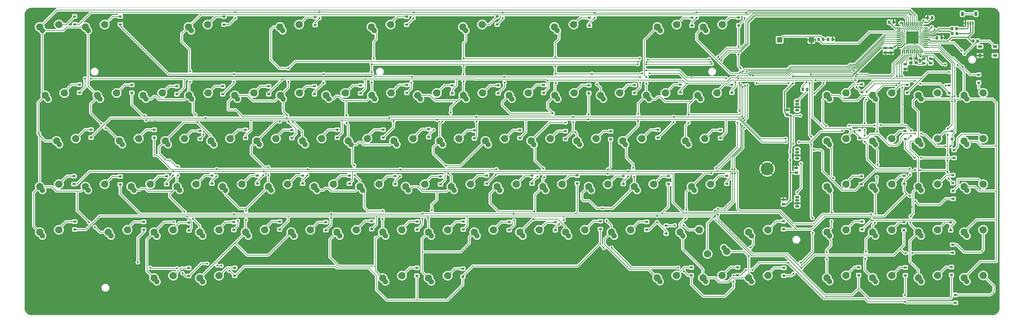
<source format=gbr>
%TF.GenerationSoftware,KiCad,Pcbnew,(6.99.0-4502-gf1556ed801-dirty)*%
%TF.CreationDate,2022-12-15T22:05:31-05:00*%
%TF.ProjectId,necpc8801l,6e656370-6338-4383-9031-6c2e6b696361,rev?*%
%TF.SameCoordinates,Original*%
%TF.FileFunction,Copper,L2,Bot*%
%TF.FilePolarity,Positive*%
%FSLAX46Y46*%
G04 Gerber Fmt 4.6, Leading zero omitted, Abs format (unit mm)*
G04 Created by KiCad (PCBNEW (6.99.0-4502-gf1556ed801-dirty)) date 2022-12-15 22:05:31*
%MOMM*%
%LPD*%
G01*
G04 APERTURE LIST*
G04 Aperture macros list*
%AMRoundRect*
0 Rectangle with rounded corners*
0 $1 Rounding radius*
0 $2 $3 $4 $5 $6 $7 $8 $9 X,Y pos of 4 corners*
0 Add a 4 corners polygon primitive as box body*
4,1,4,$2,$3,$4,$5,$6,$7,$8,$9,$2,$3,0*
0 Add four circle primitives for the rounded corners*
1,1,$1+$1,$2,$3*
1,1,$1+$1,$4,$5*
1,1,$1+$1,$6,$7*
1,1,$1+$1,$8,$9*
0 Add four rect primitives between the rounded corners*
20,1,$1+$1,$2,$3,$4,$5,0*
20,1,$1+$1,$4,$5,$6,$7,0*
20,1,$1+$1,$6,$7,$8,$9,0*
20,1,$1+$1,$8,$9,$2,$3,0*%
G04 Aperture macros list end*
%TA.AperFunction,ComponentPad*%
%ADD10O,1.800000X1.070000*%
%TD*%
%TA.AperFunction,ComponentPad*%
%ADD11R,1.800000X1.070000*%
%TD*%
%TA.AperFunction,ComponentPad*%
%ADD12C,5.400000*%
%TD*%
%TA.AperFunction,ComponentPad*%
%ADD13C,3.000000*%
%TD*%
%TA.AperFunction,ComponentPad*%
%ADD14C,2.250000*%
%TD*%
%TA.AperFunction,SMDPad,CuDef*%
%ADD15R,1.200000X0.900000*%
%TD*%
%TA.AperFunction,SMDPad,CuDef*%
%ADD16RoundRect,0.250000X-0.475000X0.250000X-0.475000X-0.250000X0.475000X-0.250000X0.475000X0.250000X0*%
%TD*%
%TA.AperFunction,SMDPad,CuDef*%
%ADD17RoundRect,0.250000X0.262500X0.450000X-0.262500X0.450000X-0.262500X-0.450000X0.262500X-0.450000X0*%
%TD*%
%TA.AperFunction,SMDPad,CuDef*%
%ADD18R,1.800000X1.100000*%
%TD*%
%TA.AperFunction,SMDPad,CuDef*%
%ADD19RoundRect,0.250000X0.250000X0.475000X-0.250000X0.475000X-0.250000X-0.475000X0.250000X-0.475000X0*%
%TD*%
%TA.AperFunction,SMDPad,CuDef*%
%ADD20RoundRect,0.250000X-0.250000X-0.475000X0.250000X-0.475000X0.250000X0.475000X-0.250000X0.475000X0*%
%TD*%
%TA.AperFunction,SMDPad,CuDef*%
%ADD21RoundRect,0.250000X0.475000X-0.250000X0.475000X0.250000X-0.475000X0.250000X-0.475000X-0.250000X0*%
%TD*%
%TA.AperFunction,SMDPad,CuDef*%
%ADD22RoundRect,0.150000X-0.150000X-0.625000X0.150000X-0.625000X0.150000X0.625000X-0.150000X0.625000X0*%
%TD*%
%TA.AperFunction,SMDPad,CuDef*%
%ADD23RoundRect,0.250000X-0.350000X-0.650000X0.350000X-0.650000X0.350000X0.650000X-0.350000X0.650000X0*%
%TD*%
%TA.AperFunction,SMDPad,CuDef*%
%ADD24R,1.500000X0.550000*%
%TD*%
%TA.AperFunction,SMDPad,CuDef*%
%ADD25RoundRect,0.062500X0.475000X0.062500X-0.475000X0.062500X-0.475000X-0.062500X0.475000X-0.062500X0*%
%TD*%
%TA.AperFunction,SMDPad,CuDef*%
%ADD26R,0.550000X1.500000*%
%TD*%
%TA.AperFunction,SMDPad,CuDef*%
%ADD27RoundRect,0.062500X0.062500X0.475000X-0.062500X0.475000X-0.062500X-0.475000X0.062500X-0.475000X0*%
%TD*%
%TA.AperFunction,SMDPad,CuDef*%
%ADD28R,5.200000X5.200000*%
%TD*%
%TA.AperFunction,SMDPad,CuDef*%
%ADD29R,1.400000X1.200000*%
%TD*%
%TA.AperFunction,SMDPad,CuDef*%
%ADD30RoundRect,0.250000X-0.262500X-0.450000X0.262500X-0.450000X0.262500X0.450000X-0.262500X0.450000X0*%
%TD*%
%TA.AperFunction,SMDPad,CuDef*%
%ADD31R,2.200000X2.200000*%
%TD*%
%TA.AperFunction,ViaPad*%
%ADD32C,0.800000*%
%TD*%
%TA.AperFunction,ViaPad*%
%ADD33C,2.000000*%
%TD*%
%TA.AperFunction,Conductor*%
%ADD34C,0.250000*%
%TD*%
%TA.AperFunction,Conductor*%
%ADD35C,0.400000*%
%TD*%
%TA.AperFunction,Conductor*%
%ADD36C,0.500000*%
%TD*%
%TA.AperFunction,Conductor*%
%ADD37C,0.800000*%
%TD*%
%TA.AperFunction,Profile*%
%ADD38C,0.150000*%
%TD*%
%TA.AperFunction,Profile*%
%ADD39C,0.050000*%
%TD*%
G04 APERTURE END LIST*
D10*
%TO.P,LED1,1,VCC*%
%TO.N,+5V*%
X320924999Y-80164999D03*
%TO.P,LED1,2,DOUT*%
%TO.N,unconnected-(LED1-DOUT)*%
X320924999Y-82704999D03*
D11*
%TO.P,LED1,3,GND*%
%TO.N,GND*%
X320924999Y-81434999D03*
D10*
%TO.P,LED1,4,DIN*%
%TO.N,Net-(LED1-DIN)*%
X320924999Y-78894999D03*
%TD*%
%TO.P,LED2,1,VCC*%
%TO.N,+5V*%
X320924999Y-60164999D03*
%TO.P,LED2,2,DOUT*%
%TO.N,Net-(LED1-DIN)*%
X320924999Y-62704999D03*
D11*
%TO.P,LED2,3,GND*%
%TO.N,GND*%
X320924999Y-61434999D03*
D10*
%TO.P,LED2,4,DIN*%
%TO.N,Net-(LED2-DIN)*%
X320924999Y-58894999D03*
%TD*%
%TO.P,LED3,1,VCC*%
%TO.N,+5V*%
X320924999Y-40164999D03*
%TO.P,LED3,2,DOUT*%
%TO.N,Net-(LED2-DIN)*%
X320924999Y-42704999D03*
D11*
%TO.P,LED3,3,GND*%
%TO.N,GND*%
X320924999Y-41434999D03*
D10*
%TO.P,LED3,4,DIN*%
%TO.N,LEDDIN*%
X320924999Y-38894999D03*
%TD*%
D12*
%TO.P,H2,1,1*%
%TO.N,GND*%
X308475000Y-67125000D03*
%TD*%
D13*
%TO.P,SW_STP_1,1,COL*%
%TO.N,COL0*%
X6270000Y-8000000D03*
D14*
X7410000Y-9510000D03*
%TO.P,SW_STP_1,2,ROW*%
%TO.N,Net-(D1-A)*%
X13760000Y-6970000D03*
D13*
X14270000Y-7000000D03*
%TD*%
%TO.P,SW_KPMULT_1,1,COL*%
%TO.N,COL9*%
X390250000Y-55500000D03*
D14*
X391390000Y-57010000D03*
%TO.P,SW_KPMULT_1,2,ROW*%
%TO.N,Net-(D109-A)*%
X397740000Y-54470000D03*
D13*
X398250000Y-54500000D03*
%TD*%
%TO.P,SW_RLD_1,1,COL*%
%TO.N,COL7*%
X281870000Y-8000000D03*
D14*
X283010000Y-9510000D03*
%TO.P,SW_RLD_1,2,ROW*%
%TO.N,Net-(D78-A)*%
X289360000Y-6970000D03*
D13*
X289870000Y-7000000D03*
%TD*%
%TO.P,SW_LS2_1,1,COL*%
%TO.N,COL0*%
X34770000Y-93500000D03*
D14*
X35910000Y-95010000D03*
%TO.P,SW_LS2_1,2,ROW*%
%TO.N,Net-(D6-A)*%
X42260000Y-92470000D03*
D13*
X42770000Y-92500000D03*
%TD*%
%TO.P,SW_F3_1,1,COL*%
%TO.N,COL3*%
X144070000Y-8000000D03*
D14*
X145210000Y-9510000D03*
%TO.P,SW_F3_1,2,ROW*%
%TO.N,Net-(D34-A)*%
X151560000Y-6970000D03*
D13*
X152070000Y-7000000D03*
%TD*%
%TO.P,SW_KP2_1,1,COL*%
%TO.N,COL8*%
X352250000Y-93500000D03*
D14*
X353390000Y-95010000D03*
%TO.P,SW_KP2_1,2,ROW*%
%TO.N,Net-(D95-A)*%
X359740000Y-92470000D03*
D13*
X360250000Y-92500000D03*
%TD*%
%TO.P,SW_WE_1,1,COL*%
%TO.N,COL6*%
X253270000Y-74500000D03*
D14*
X254410000Y-76010000D03*
%TO.P,SW_WE_1,2,ROW*%
%TO.N,Net-(D73-A)*%
X260760000Y-73470000D03*
D13*
X261270000Y-73500000D03*
%TD*%
%TO.P,SW_F5_1,1,COL*%
%TO.N,COL5*%
X220070000Y-8000000D03*
D14*
X221210000Y-9510000D03*
%TO.P,SW_F5_1,2,ROW*%
%TO.N,Net-(D56-A)*%
X227560000Y-6970000D03*
D13*
X228070000Y-7000000D03*
%TD*%
%TO.P,SW_LT_1,1,COL*%
%TO.N,COL4*%
X186770000Y-93500000D03*
D14*
X187910000Y-95010000D03*
%TO.P,SW_LT_1,2,ROW*%
%TO.N,Net-(D51-A)*%
X194260000Y-92470000D03*
D13*
X194770000Y-92500000D03*
%TD*%
%TO.P,SW_KP4_1,1,COL*%
%TO.N,COL8*%
X333250000Y-74500000D03*
D14*
X334390000Y-76010000D03*
%TO.P,SW_KP4_1,2,ROW*%
%TO.N,Net-(D91-A)*%
X340740000Y-73470000D03*
D13*
X341250000Y-73500000D03*
%TD*%
%TO.P,SW_CAR_1,1,COL*%
%TO.N,COL5*%
X239250000Y-36500000D03*
D14*
X240390000Y-38010000D03*
%TO.P,SW_CAR_1,2,ROW*%
%TO.N,Net-(D65-A)*%
X246740000Y-35470000D03*
D13*
X247250000Y-35500000D03*
%TD*%
%TO.P,SW_SUP_1,1,COL*%
%TO.N,COL1*%
X53770000Y-112600000D03*
D14*
X54910000Y-114110000D03*
%TO.P,SW_SUP_1,2,ROW*%
%TO.N,Net-(D17-A)*%
X61260000Y-111570000D03*
D13*
X61770000Y-111600000D03*
%TD*%
%TO.P,SW_RLU_1,1,COL*%
%TO.N,COL6*%
X262870000Y-8000000D03*
D14*
X264010000Y-9510000D03*
%TO.P,SW_RLU_1,2,ROW*%
%TO.N,Net-(D67-A)*%
X270360000Y-6970000D03*
D13*
X270870000Y-7000000D03*
%TD*%
%TO.P,SW_DEL_1,1,COL*%
%TO.N,COL6*%
X279625000Y-36500000D03*
D14*
X280765000Y-38010000D03*
%TO.P,SW_DEL_1,2,ROW*%
%TO.N,Net-(D76-A)*%
X287115000Y-35470000D03*
D13*
X287625000Y-35500000D03*
%TD*%
%TO.P,SW_J_1,1,COL*%
%TO.N,COL4*%
X158270000Y-74500000D03*
D14*
X159410000Y-76010000D03*
%TO.P,SW_J_1,2,ROW*%
%TO.N,Net-(D48-A)*%
X165760000Y-73470000D03*
D13*
X166270000Y-73500000D03*
%TD*%
%TO.P,SW_KPEQ_1,1,COL*%
%TO.N,COL9*%
X390250000Y-93500000D03*
D14*
X391390000Y-95010000D03*
%TO.P,SW_KPEQ_1,2,ROW*%
%TO.N,Net-(D106-A)*%
X397740000Y-92470000D03*
D13*
X398250000Y-92500000D03*
%TD*%
%TO.P,SW_KP3_1,1,COL*%
%TO.N,COL9*%
X371250000Y-93500000D03*
D14*
X372390000Y-95010000D03*
%TO.P,SW_KP3_1,2,ROW*%
%TO.N,Net-(D103-A)*%
X378740000Y-92470000D03*
D13*
X379250000Y-92500000D03*
%TD*%
%TO.P,SW_K_1,1,COL*%
%TO.N,COL4*%
X177270000Y-74500000D03*
D14*
X178410000Y-76010000D03*
%TO.P,SW_K_1,2,ROW*%
%TO.N,Net-(D52-A)*%
X184760000Y-73470000D03*
D13*
X185270000Y-73500000D03*
%TD*%
%TO.P,SW_SP2_1,1,COL*%
%TO.N,COL4*%
X167770000Y-112600000D03*
D14*
X168910000Y-114110000D03*
%TO.P,SW_SP2_1,2,ROW*%
%TO.N,Net-(D50-A)*%
X175260000Y-111570000D03*
D13*
X175770000Y-111600000D03*
%TD*%
%TO.P,SW_F1_1,1,COL*%
%TO.N,COL1*%
X68070000Y-8000000D03*
D14*
X69210000Y-9510000D03*
%TO.P,SW_F1_1,2,ROW*%
%TO.N,Net-(D12-A)*%
X75560000Y-6970000D03*
D13*
X76070000Y-7000000D03*
%TD*%
%TO.P,SW_CPY_1,1,COL*%
%TO.N,COL0*%
X25270000Y-8000000D03*
D14*
X26410000Y-9510000D03*
%TO.P,SW_CPY_1,2,ROW*%
%TO.N,Net-(D10-A)*%
X32760000Y-6970000D03*
D13*
X33270000Y-7000000D03*
%TD*%
%TO.P,SW_SP1_1,1,COL*%
%TO.N,COL3*%
X148770000Y-112600000D03*
D14*
X149910000Y-114110000D03*
%TO.P,SW_SP1_1,2,ROW*%
%TO.N,Net-(D39-A)*%
X156260000Y-111570000D03*
D13*
X156770000Y-111600000D03*
%TD*%
%TO.P,SW_D_1,1,COL*%
%TO.N,COL2*%
X82270000Y-74500000D03*
D14*
X83410000Y-76010000D03*
%TO.P,SW_D_1,2,ROW*%
%TO.N,Net-(D26-A)*%
X89760000Y-73470000D03*
D13*
X90270000Y-73500000D03*
%TD*%
%TO.P,SW_RSH_ALIAS_1,1,COL*%
%TO.N,COL7*%
X291630000Y-101525000D03*
D14*
X290490000Y-100015000D03*
%TO.P,SW_RSH_ALIAS_1,2,ROW*%
%TO.N,ROW4*%
X284140000Y-102555000D03*
D13*
X283630000Y-102525000D03*
%TD*%
%TO.P,SW_A_1,1,COL*%
%TO.N,COL1*%
X44270000Y-74500000D03*
D14*
X45410000Y-76010000D03*
%TO.P,SW_A_1,2,ROW*%
%TO.N,Net-(D15-A)*%
X51760000Y-73470000D03*
D13*
X52270000Y-73500000D03*
%TD*%
%TO.P,SW_KPPER_1,1,COL*%
%TO.N,COL9*%
X371250000Y-112500000D03*
D14*
X372390000Y-114010000D03*
%TO.P,SW_KPPER_1,2,ROW*%
%TO.N,Net-(D104-A)*%
X378740000Y-111470000D03*
D13*
X379250000Y-111500000D03*
%TD*%
%TO.P,SW_6_1,1,COL*%
%TO.N,COL3*%
X125250000Y-36500000D03*
D14*
X126390000Y-38010000D03*
%TO.P,SW_6_1,2,ROW*%
%TO.N,Net-(D35-A)*%
X132740000Y-35470000D03*
D13*
X133250000Y-35500000D03*
%TD*%
%TO.P,SW_KP6_1,1,COL*%
%TO.N,COL9*%
X371250000Y-74500000D03*
D14*
X372390000Y-76010000D03*
%TO.P,SW_KP6_1,2,ROW*%
%TO.N,Net-(D102-A)*%
X378740000Y-73470000D03*
D13*
X379250000Y-73500000D03*
%TD*%
%TO.P,SW_9_1,1,COL*%
%TO.N,COL4*%
X182250000Y-36500000D03*
D14*
X183390000Y-38010000D03*
%TO.P,SW_9_1,2,ROW*%
%TO.N,Net-(D54-A)*%
X189740000Y-35470000D03*
D13*
X190250000Y-35500000D03*
%TD*%
%TO.P,SW_CTRL_1,1,COL*%
%TO.N,COL0*%
X6270000Y-74500000D03*
D14*
X7410000Y-76010000D03*
%TO.P,SW_CTRL_1,2,ROW*%
%TO.N,Net-(D4-A)*%
X13760000Y-73470000D03*
D13*
X14270000Y-73500000D03*
%TD*%
%TO.P,SW_KP7_1,1,COL*%
%TO.N,COL8*%
X333250000Y-55500000D03*
D14*
X334390000Y-57010000D03*
%TO.P,SW_KP7_1,2,ROW*%
%TO.N,Net-(D90-A)*%
X340740000Y-54470000D03*
D13*
X341250000Y-54500000D03*
%TD*%
%TO.P,SW_F4_1,1,COL*%
%TO.N,COL4*%
X182070000Y-8000000D03*
D14*
X183210000Y-9510000D03*
%TO.P,SW_F4_1,2,ROW*%
%TO.N,Net-(D45-A)*%
X189560000Y-6970000D03*
D13*
X190070000Y-7000000D03*
%TD*%
%TO.P,SW_S_1,1,COL*%
%TO.N,COL1*%
X63270000Y-74500000D03*
D14*
X64410000Y-76010000D03*
%TO.P,SW_S_1,2,ROW*%
%TO.N,Net-(D19-A)*%
X70760000Y-73470000D03*
D13*
X71270000Y-73500000D03*
%TD*%
%TO.P,SW_KPHELP1,1,COL*%
%TO.N,COL8*%
X352250000Y-36500000D03*
D14*
X353390000Y-38010000D03*
%TO.P,SW_KPHELP1,2,ROW*%
%TO.N,Net-(D98-A)*%
X359740000Y-35470000D03*
D13*
X360250000Y-35500000D03*
%TD*%
%TO.P,SW_2_1,1,COL*%
%TO.N,COL1*%
X49250000Y-36500000D03*
D14*
X50390000Y-38010000D03*
%TO.P,SW_2_1,2,ROW*%
%TO.N,Net-(D13-A)*%
X56740000Y-35470000D03*
D13*
X57250000Y-35500000D03*
%TD*%
%TO.P,SW_W_1,1,COL*%
%TO.N,COL1*%
X58420000Y-55475000D03*
D14*
X59560000Y-56985000D03*
%TO.P,SW_W_1,2,ROW*%
%TO.N,Net-(D14-A)*%
X65910000Y-54445000D03*
D13*
X66420000Y-54475000D03*
%TD*%
%TO.P,SW_X_1,1,COL*%
%TO.N,COL1*%
X72770000Y-93500000D03*
D14*
X73910000Y-95010000D03*
%TO.P,SW_X_1,2,ROW*%
%TO.N,Net-(D18-A)*%
X80260000Y-92470000D03*
D13*
X80770000Y-92500000D03*
%TD*%
%TO.P,SW_G_1,1,COL*%
%TO.N,COL3*%
X120270000Y-74500000D03*
D14*
X121410000Y-76010000D03*
%TO.P,SW_G_1,2,ROW*%
%TO.N,Net-(D37-A)*%
X127760000Y-73470000D03*
D13*
X128270000Y-73500000D03*
%TD*%
%TO.P,SW_E_1,1,COL*%
%TO.N,COL1*%
X77420000Y-55475000D03*
D14*
X78560000Y-56985000D03*
%TO.P,SW_E_1,2,ROW*%
%TO.N,Net-(D20-A)*%
X84910000Y-54445000D03*
D13*
X85420000Y-54475000D03*
%TD*%
%TO.P,SW_5_1,1,COL*%
%TO.N,COL2*%
X106250000Y-36500000D03*
D14*
X107390000Y-38010000D03*
%TO.P,SW_5_1,2,ROW*%
%TO.N,Net-(D32-A)*%
X113740000Y-35470000D03*
D13*
X114250000Y-35500000D03*
%TD*%
%TO.P,SW_I_1,1,COL*%
%TO.N,COL4*%
X172420000Y-55475000D03*
D14*
X173560000Y-56985000D03*
%TO.P,SW_I_1,2,ROW*%
%TO.N,Net-(D47-A)*%
X179910000Y-54445000D03*
D13*
X180420000Y-54475000D03*
%TD*%
%TO.P,SW_1_1,1,COL*%
%TO.N,COL0*%
X30250000Y-36500000D03*
D14*
X31390000Y-38010000D03*
%TO.P,SW_1_1,2,ROW*%
%TO.N,Net-(D9-A)*%
X37740000Y-35470000D03*
D13*
X38250000Y-35500000D03*
%TD*%
%TO.P,SW_AMG_1,1,COL*%
%TO.N,COL6*%
X243770000Y-93500000D03*
D14*
X244910000Y-95010000D03*
%TO.P,SW_AMG_1,2,ROW*%
%TO.N,Net-(D71-A)*%
X251260000Y-92470000D03*
D13*
X251770000Y-92500000D03*
%TD*%
%TO.P,SW_V_1,1,COL*%
%TO.N,COL2*%
X110770000Y-93500000D03*
D14*
X111910000Y-95010000D03*
%TO.P,SW_V_1,2,ROW*%
%TO.N,Net-(D29-A)*%
X118260000Y-92470000D03*
D13*
X118770000Y-92500000D03*
%TD*%
%TO.P,SW_L_1,1,COL*%
%TO.N,COL5*%
X196270000Y-74500000D03*
D14*
X197410000Y-76010000D03*
%TO.P,SW_L_1,2,ROW*%
%TO.N,Net-(D59-A)*%
X203760000Y-73470000D03*
D13*
X204270000Y-73500000D03*
%TD*%
%TO.P,SW_YEN_1,1,COL*%
%TO.N,COL6*%
X258250000Y-36500000D03*
D14*
X259390000Y-38010000D03*
%TO.P,SW_YEN_1,2,ROW*%
%TO.N,Net-(D68-A)*%
X265740000Y-35470000D03*
D13*
X266250000Y-35500000D03*
%TD*%
%TO.P,SW_M_1,1,COL*%
%TO.N,COL4*%
X167770000Y-93500000D03*
D14*
X168910000Y-95010000D03*
%TO.P,SW_M_1,2,ROW*%
%TO.N,Net-(D49-A)*%
X175260000Y-92470000D03*
D13*
X175770000Y-92500000D03*
%TD*%
%TO.P,SW_F2_1,1,COL*%
%TO.N,COL2*%
X106070000Y-8000000D03*
D14*
X107210000Y-9510000D03*
%TO.P,SW_F2_1,2,ROW*%
%TO.N,Net-(D23-A)*%
X113560000Y-6970000D03*
D13*
X114070000Y-7000000D03*
%TD*%
%TO.P,SW_KP9_1,1,COL*%
%TO.N,COL9*%
X371250000Y-55500000D03*
D14*
X372390000Y-57010000D03*
%TO.P,SW_KP9_1,2,ROW*%
%TO.N,Net-(D101-A)*%
X378740000Y-54470000D03*
D13*
X379250000Y-54500000D03*
%TD*%
%TO.P,SW_KPHOME_1,1,COL*%
%TO.N,COL8*%
X333250000Y-36500000D03*
D14*
X334390000Y-38010000D03*
%TO.P,SW_KPHOME_1,2,ROW*%
%TO.N,Net-(D89-A)*%
X340740000Y-35470000D03*
D13*
X341250000Y-35500000D03*
%TD*%
%TO.P,SW_CAPS_1,1,COL*%
%TO.N,COL0*%
X25270000Y-74500000D03*
D14*
X26410000Y-76010000D03*
%TO.P,SW_CAPS_1,2,ROW*%
%TO.N,Net-(D7-A)*%
X32760000Y-73470000D03*
D13*
X33270000Y-73500000D03*
%TD*%
%TO.P,SW_KPDIV_1,1,COL*%
%TO.N,COL9*%
X390250000Y-36500000D03*
D14*
X391390000Y-38010000D03*
%TO.P,SW_KPDIV_1,2,ROW*%
%TO.N,Net-(D110-A)*%
X397740000Y-35470000D03*
D13*
X398250000Y-35500000D03*
%TD*%
%TO.P,SW_C_1,1,COL*%
%TO.N,COL2*%
X91770000Y-93500000D03*
D14*
X92910000Y-95010000D03*
%TO.P,SW_C_1,2,ROW*%
%TO.N,Net-(D27-A)*%
X99260000Y-92470000D03*
D13*
X99770000Y-92500000D03*
%TD*%
%TO.P,SW_Q_1,1,COL*%
%TO.N,COL0*%
X39420000Y-55475000D03*
D14*
X40560000Y-56985000D03*
%TO.P,SW_Q_1,2,ROW*%
%TO.N,Net-(D8-A)*%
X46910000Y-54445000D03*
D13*
X47420000Y-54475000D03*
%TD*%
%TO.P,SW_MN_1,1,COL*%
%TO.N,COL5*%
X220250000Y-36500000D03*
D14*
X221390000Y-38010000D03*
%TO.P,SW_MN_1,2,ROW*%
%TO.N,Net-(D64-A)*%
X227740000Y-35470000D03*
D13*
X228250000Y-35500000D03*
%TD*%
%TO.P,SW_DOWN_1,1,COL*%
%TO.N,COL7*%
X300770000Y-112500000D03*
D14*
X301910000Y-114010000D03*
%TO.P,SW_DOWN_1,2,ROW*%
%TO.N,Net-(D84-A)*%
X308260000Y-111470000D03*
D13*
X308770000Y-111500000D03*
%TD*%
%TO.P,SW_3_1,1,COL*%
%TO.N,COL1*%
X68250000Y-36500000D03*
D14*
X69390000Y-38010000D03*
%TO.P,SW_3_1,2,ROW*%
%TO.N,Net-(D21-A)*%
X75740000Y-35470000D03*
D13*
X76250000Y-35500000D03*
%TD*%
%TO.P,SW_AT_1,1,COL*%
%TO.N,COL5*%
X229420000Y-55475000D03*
D14*
X230560000Y-56985000D03*
%TO.P,SW_AT_1,2,ROW*%
%TO.N,Net-(D63-A)*%
X236910000Y-54445000D03*
D13*
X237420000Y-54475000D03*
%TD*%
%TO.P,SW_GT_1,1,COL*%
%TO.N,COL5*%
X205770000Y-93500000D03*
D14*
X206910000Y-95010000D03*
%TO.P,SW_GT_1,2,ROW*%
%TO.N,Net-(D60-A)*%
X213260000Y-92470000D03*
D13*
X213770000Y-92500000D03*
%TD*%
%TO.P,SW_Z_1,1,COL*%
%TO.N,COL1*%
X53770000Y-93500000D03*
D14*
X54910000Y-95010000D03*
%TO.P,SW_Z_1,2,ROW*%
%TO.N,Net-(D16-A)*%
X61260000Y-92470000D03*
D13*
X61770000Y-92500000D03*
%TD*%
%TO.P,SW_O_1,1,COL*%
%TO.N,COL4*%
X191420000Y-55475000D03*
D14*
X192560000Y-56985000D03*
%TO.P,SW_O_1,2,ROW*%
%TO.N,Net-(D53-A)*%
X198910000Y-54445000D03*
D13*
X199420000Y-54475000D03*
%TD*%
%TO.P,SW_H_1,1,COL*%
%TO.N,COL3*%
X139270000Y-74500000D03*
D14*
X140410000Y-76010000D03*
%TO.P,SW_H_1,2,ROW*%
%TO.N,Net-(D41-A)*%
X146760000Y-73470000D03*
D13*
X147270000Y-73500000D03*
%TD*%
%TO.P,SW_FC_1,1,COL*%
%TO.N,COL6*%
X248420000Y-55475000D03*
D14*
X249560000Y-56985000D03*
%TO.P,SW_FC_1,2,ROW*%
%TO.N,Net-(D69-A)*%
X255910000Y-54445000D03*
D13*
X256420000Y-54475000D03*
%TD*%
%TO.P,SW_KPENT_1,1,COL*%
%TO.N,COL9*%
X390250000Y-112500000D03*
D14*
X391390000Y-114010000D03*
%TO.P,SW_KPENT_1,2,ROW*%
%TO.N,Net-(D105-A)*%
X397740000Y-111470000D03*
D13*
X398250000Y-111500000D03*
%TD*%
%TO.P,SW_B_1,1,COL*%
%TO.N,COL3*%
X129770000Y-93500000D03*
D14*
X130910000Y-95010000D03*
%TO.P,SW_B_1,2,ROW*%
%TO.N,Net-(D38-A)*%
X137260000Y-92470000D03*
D13*
X137770000Y-92500000D03*
%TD*%
%TO.P,SW_R_1,1,COL*%
%TO.N,COL2*%
X96420000Y-55475000D03*
D14*
X97560000Y-56985000D03*
%TO.P,SW_R_1,2,ROW*%
%TO.N,Net-(D25-A)*%
X103910000Y-54445000D03*
D13*
X104420000Y-54475000D03*
%TD*%
%TO.P,SW_0_1,1,COL*%
%TO.N,COL5*%
X201250000Y-36500000D03*
D14*
X202390000Y-38010000D03*
%TO.P,SW_0_1,2,ROW*%
%TO.N,Net-(D57-A)*%
X208740000Y-35470000D03*
D13*
X209250000Y-35500000D03*
%TD*%
%TO.P,SW_8_1,1,COL*%
%TO.N,COL4*%
X163250000Y-36500000D03*
D14*
X164390000Y-38010000D03*
%TO.P,SW_8_1,2,ROW*%
%TO.N,Net-(D46-A)*%
X170740000Y-35470000D03*
D13*
X171250000Y-35500000D03*
%TD*%
%TO.P,SW_RIGHT_1,1,COL*%
%TO.N,COL7*%
X281770000Y-112500000D03*
D14*
X282910000Y-114010000D03*
%TO.P,SW_RIGHT_1,2,ROW*%
%TO.N,Net-(D83-A)*%
X289260000Y-111470000D03*
D13*
X289770000Y-111500000D03*
%TD*%
%TO.P,SW_KP0_1,1,COL*%
%TO.N,COL8*%
X333250000Y-112500000D03*
D14*
X334390000Y-114010000D03*
%TO.P,SW_KP0_1,2,ROW*%
%TO.N,Net-(D93-A)*%
X340740000Y-111470000D03*
D13*
X341250000Y-111500000D03*
%TD*%
%TO.P,SW_Y_1,1,COL*%
%TO.N,COL3*%
X134420000Y-55475000D03*
D14*
X135560000Y-56985000D03*
%TO.P,SW_Y_1,2,ROW*%
%TO.N,Net-(D36-A)*%
X141910000Y-54445000D03*
D13*
X142420000Y-54475000D03*
%TD*%
%TO.P,SW_RSH_1,1,COL*%
%TO.N,COL7*%
X272270000Y-93500000D03*
D14*
X273410000Y-95010000D03*
%TO.P,SW_RSH_1,2,ROW*%
%TO.N,Net-(D82-A)*%
X279760000Y-92470000D03*
D13*
X280270000Y-92500000D03*
%TD*%
%TO.P,SW_COL_1,1,COL*%
%TO.N,COL6*%
X234270000Y-74500000D03*
D14*
X235410000Y-76010000D03*
%TO.P,SW_COL_1,2,ROW*%
%TO.N,Net-(D70-A)*%
X241760000Y-73470000D03*
D13*
X242270000Y-73500000D03*
%TD*%
%TO.P,SW_ED_1,1,COL*%
%TO.N,COL7*%
X277020000Y-74500000D03*
D14*
X278160000Y-76010000D03*
%TO.P,SW_ED_1,2,ROW*%
%TO.N,Net-(D81-A)*%
X284510000Y-73470000D03*
D13*
X285020000Y-73500000D03*
%TD*%
%TO.P,SW_LS1_1,1,COL*%
%TO.N,COL0*%
X6270000Y-93500000D03*
D14*
X7410000Y-95010000D03*
%TO.P,SW_LS1_1,2,ROW*%
%TO.N,Net-(D5-A)*%
X13760000Y-92470000D03*
D13*
X14270000Y-92500000D03*
%TD*%
%TO.P,SW_4_1,1,COL*%
%TO.N,COL2*%
X87250000Y-36500000D03*
D14*
X88390000Y-38010000D03*
%TO.P,SW_4_1,2,ROW*%
%TO.N,Net-(D24-A)*%
X94740000Y-35470000D03*
D13*
X95250000Y-35500000D03*
%TD*%
%TO.P,SW_LEFT_1,1,COL*%
%TO.N,COL6*%
X262770000Y-112500000D03*
D14*
X263910000Y-114010000D03*
%TO.P,SW_LEFT_1,2,ROW*%
%TO.N,Net-(D72-A)*%
X270260000Y-111470000D03*
D13*
X270770000Y-111500000D03*
%TD*%
%TO.P,SW_KPMIN_1,1,COL*%
%TO.N,COL9*%
X371250000Y-36500000D03*
D14*
X372390000Y-38010000D03*
%TO.P,SW_KPMIN_1,2,ROW*%
%TO.N,Net-(D99-A)*%
X378740000Y-35470000D03*
D13*
X379250000Y-35500000D03*
%TD*%
%TO.P,SW_U_1,1,COL*%
%TO.N,COL3*%
X153420000Y-55475000D03*
D14*
X154560000Y-56985000D03*
%TO.P,SW_U_1,2,ROW*%
%TO.N,Net-(D42-A)*%
X160910000Y-54445000D03*
D13*
X161420000Y-54475000D03*
%TD*%
%TO.P,SW_ET_1,1,COL*%
%TO.N,COL6*%
X274545000Y-55475000D03*
D14*
X275685000Y-56985000D03*
%TO.P,SW_ET_1,2,ROW*%
%TO.N,Net-(D75-A)*%
X282035000Y-54445000D03*
D13*
X282545000Y-54475000D03*
%TD*%
%TO.P,SW_KPCOM_1,1,COL*%
%TO.N,COL8*%
X352250000Y-112500000D03*
D14*
X353390000Y-114010000D03*
%TO.P,SW_KPCOM_1,2,ROW*%
%TO.N,Net-(D94-A)*%
X359740000Y-111470000D03*
D13*
X360250000Y-111500000D03*
%TD*%
%TO.P,SW_KP5_1,1,COL*%
%TO.N,COL8*%
X352250000Y-74500000D03*
D14*
X353390000Y-76010000D03*
%TO.P,SW_KP5_1,2,ROW*%
%TO.N,Net-(D96-A)*%
X359740000Y-73470000D03*
D13*
X360250000Y-73500000D03*
%TD*%
%TO.P,SW_KP8_1,1,COL*%
%TO.N,COL8*%
X352250000Y-55500000D03*
D14*
X353390000Y-57010000D03*
%TO.P,SW_KP8_1,2,ROW*%
%TO.N,Net-(D97-A)*%
X359740000Y-54470000D03*
D13*
X360250000Y-54500000D03*
%TD*%
%TO.P,SW_T_1,1,COL*%
%TO.N,COL2*%
X115420000Y-55475000D03*
D14*
X116560000Y-56985000D03*
%TO.P,SW_T_1,2,ROW*%
%TO.N,Net-(D31-A)*%
X122910000Y-54445000D03*
D13*
X123420000Y-54475000D03*
%TD*%
%TO.P,SW_P_1,1,COL*%
%TO.N,COL5*%
X210420000Y-55475000D03*
D14*
X211560000Y-56985000D03*
%TO.P,SW_P_1,2,ROW*%
%TO.N,Net-(D58-A)*%
X217910000Y-54445000D03*
D13*
X218420000Y-54475000D03*
%TD*%
%TO.P,SW_KP1_1,1,COL*%
%TO.N,COL8*%
X333250000Y-93500000D03*
D14*
X334390000Y-95010000D03*
%TO.P,SW_KP1_1,2,ROW*%
%TO.N,Net-(D92-A)*%
X340740000Y-92470000D03*
D13*
X341250000Y-92500000D03*
%TD*%
%TO.P,SW_TAB_1,1,COL*%
%TO.N,COL0*%
X13295000Y-55475000D03*
D14*
X14435000Y-56985000D03*
%TO.P,SW_TAB_1,2,ROW*%
%TO.N,Net-(D3-A)*%
X20785000Y-54445000D03*
D13*
X21295000Y-54475000D03*
%TD*%
%TO.P,SW_UP_1,1,COL*%
%TO.N,COL7*%
X300770000Y-93500000D03*
D14*
X301910000Y-95010000D03*
%TO.P,SW_UP_1,2,ROW*%
%TO.N,Net-(D85-A)*%
X308260000Y-92470000D03*
D13*
X308770000Y-92500000D03*
%TD*%
%TO.P,SW_ESC_1,1,COL*%
%TO.N,COL0*%
X8550000Y-36500000D03*
D14*
X9690000Y-38010000D03*
%TO.P,SW_ESC_1,2,ROW*%
%TO.N,Net-(D2-A)*%
X16040000Y-35470000D03*
D13*
X16550000Y-35500000D03*
%TD*%
%TO.P,SW_KPPLUS_1,1,COL*%
%TO.N,COL9*%
X390250000Y-74500000D03*
D14*
X391390000Y-76010000D03*
%TO.P,SW_KPPLUS_1,2,ROW*%
%TO.N,Net-(D43-A)*%
X397740000Y-73470000D03*
D13*
X398250000Y-73500000D03*
%TD*%
%TO.P,SW_N_1,1,COL*%
%TO.N,COL3*%
X148770000Y-93500000D03*
D14*
X149910000Y-95010000D03*
%TO.P,SW_N_1,2,ROW*%
%TO.N,Net-(D40-A)*%
X156260000Y-92470000D03*
D13*
X156770000Y-92500000D03*
%TD*%
%TO.P,SW_7_1,1,COL*%
%TO.N,COL3*%
X144250000Y-36500000D03*
D14*
X145390000Y-38010000D03*
%TO.P,SW_7_1,2,ROW*%
%TO.N,Net-(D44-A)*%
X151740000Y-35470000D03*
D13*
X152250000Y-35500000D03*
%TD*%
%TO.P,SW_F_1,1,COL*%
%TO.N,COL2*%
X101270000Y-74500000D03*
D14*
X102410000Y-76010000D03*
%TO.P,SW_F_1,2,ROW*%
%TO.N,Net-(D30-A)*%
X108760000Y-73470000D03*
D13*
X109270000Y-73500000D03*
%TD*%
%TO.P,SW_SLS_1,1,COL*%
%TO.N,COL5*%
X224770000Y-93500000D03*
D14*
X225910000Y-95010000D03*
%TO.P,SW_SLS_1,2,ROW*%
%TO.N,Net-(D61-A)*%
X232260000Y-92470000D03*
D13*
X232770000Y-92500000D03*
%TD*%
%TO.P,SW_SMI_1,1,COL*%
%TO.N,COL5*%
X215270000Y-74500000D03*
D14*
X216410000Y-76010000D03*
%TO.P,SW_SMI_1,2,ROW*%
%TO.N,Net-(D62-A)*%
X222760000Y-73470000D03*
D13*
X223270000Y-73500000D03*
%TD*%
%TO.P,SW_ALT_1,1,COL*%
%TO.N,COL2*%
X72770000Y-112600000D03*
D14*
X73910000Y-114110000D03*
%TO.P,SW_ALT_1,2,ROW*%
%TO.N,Net-(D28-A)*%
X80260000Y-111570000D03*
D13*
X80770000Y-111600000D03*
%TD*%
D15*
%TO.P,D16,1,K*%
%TO.N,ROW4*%
X68274999Y-92799999D03*
%TO.P,D16,2,A*%
%TO.N,Net-(D16-A)*%
X68274999Y-89499999D03*
%TD*%
D16*
%TO.P,C8,1*%
%TO.N,GND*%
X320595000Y-66736000D03*
%TO.P,C8,2*%
%TO.N,+5V*%
X320595000Y-68636000D03*
%TD*%
%TO.P,C9,1*%
%TO.N,GND*%
X315261000Y-79944000D03*
%TO.P,C9,2*%
%TO.N,+5V*%
X315261000Y-81844000D03*
%TD*%
%TO.P,C10,1*%
%TO.N,GND*%
X316785000Y-42606000D03*
%TO.P,C10,2*%
%TO.N,+5V*%
X316785000Y-44506000D03*
%TD*%
D17*
%TO.P,R1,1*%
%TO.N,LEDDIN*%
X325075000Y-34050000D03*
%TO.P,R1,2*%
%TO.N,Net-(U1-PD4)*%
X323250000Y-34050000D03*
%TD*%
D18*
%TO.P,SW1,1,1*%
%TO.N,GND*%
X396899999Y-19899999D03*
%TO.P,SW1,2,2*%
%TO.N,Net-(U1-~{RESET})*%
X403099999Y-16199999D03*
%TO.P,SW1,3*%
%TO.N,N/C*%
X396899999Y-16199999D03*
%TO.P,SW1,4*%
X403099999Y-19899999D03*
%TD*%
D19*
%TO.P,C1,1*%
%TO.N,+5V*%
X376983375Y-4257750D03*
%TO.P,C1,2*%
%TO.N,GND*%
X375083375Y-4257750D03*
%TD*%
D16*
%TO.P,C2,1*%
%TO.N,+5V*%
X357584125Y-16769750D03*
%TO.P,C2,2*%
%TO.N,GND*%
X357584125Y-18669750D03*
%TD*%
%TO.P,C5,1*%
%TO.N,+5V*%
X359965375Y-16769750D03*
%TO.P,C5,2*%
%TO.N,GND*%
X359965375Y-18669750D03*
%TD*%
D20*
%TO.P,C6,1*%
%TO.N,Net-(U1-UCAP)*%
X379019230Y-12535230D03*
%TO.P,C6,2*%
%TO.N,GND*%
X380919230Y-12535230D03*
%TD*%
D21*
%TO.P,C7,1*%
%TO.N,+5V*%
X376374375Y-23106250D03*
%TO.P,C7,2*%
%TO.N,GND*%
X376374375Y-21206250D03*
%TD*%
D15*
%TO.P,D1,1,K*%
%TO.N,ROW0*%
X20799999Y-6899999D03*
%TO.P,D1,2,A*%
%TO.N,Net-(D1-A)*%
X20799999Y-3599999D03*
%TD*%
%TO.P,D2,1,K*%
%TO.N,ROW1*%
X22779999Y-35349999D03*
%TO.P,D2,2,A*%
%TO.N,Net-(D2-A)*%
X22779999Y-32049999D03*
%TD*%
%TO.P,D3,1,K*%
%TO.N,ROW2*%
X27599999Y-54049999D03*
%TO.P,D3,2,A*%
%TO.N,Net-(D3-A)*%
X27599999Y-50749999D03*
%TD*%
%TO.P,D4,1,K*%
%TO.N,ROW3*%
X20474999Y-73424999D03*
%TO.P,D4,2,A*%
%TO.N,Net-(D4-A)*%
X20474999Y-70124999D03*
%TD*%
%TO.P,D5,1,K*%
%TO.N,ROW4*%
X20824999Y-92374999D03*
%TO.P,D5,2,A*%
%TO.N,Net-(D5-A)*%
X20824999Y-89074999D03*
%TD*%
%TO.P,D6,1,K*%
%TO.N,ROW5*%
X49499999Y-92474999D03*
%TO.P,D6,2,A*%
%TO.N,Net-(D6-A)*%
X49499999Y-89174999D03*
%TD*%
%TO.P,D7,1,K*%
%TO.N,ROW6*%
X39699999Y-73574999D03*
%TO.P,D7,2,A*%
%TO.N,Net-(D7-A)*%
X39699999Y-70274999D03*
%TD*%
%TO.P,D8,1,K*%
%TO.N,ROW7*%
X53849999Y-54124999D03*
%TO.P,D8,2,A*%
%TO.N,Net-(D8-A)*%
X53849999Y-50824999D03*
%TD*%
%TO.P,D9,1,K*%
%TO.N,ROW8*%
X44529999Y-35449999D03*
%TO.P,D9,2,A*%
%TO.N,Net-(D9-A)*%
X44529999Y-32149999D03*
%TD*%
%TO.P,D10,1,K*%
%TO.N,ROW9*%
X39774999Y-6924999D03*
%TO.P,D10,2,A*%
%TO.N,Net-(D10-A)*%
X39774999Y-3624999D03*
%TD*%
%TO.P,D12,1,K*%
%TO.N,ROW0*%
X82799999Y-6999999D03*
%TO.P,D12,2,A*%
%TO.N,Net-(D12-A)*%
X82799999Y-3699999D03*
%TD*%
%TO.P,D13,1,K*%
%TO.N,ROW1*%
X63279999Y-35999999D03*
%TO.P,D13,2,A*%
%TO.N,Net-(D13-A)*%
X63279999Y-32699999D03*
%TD*%
%TO.P,D14,1,K*%
%TO.N,ROW2*%
X72924999Y-54599999D03*
%TO.P,D14,2,A*%
%TO.N,Net-(D14-A)*%
X72924999Y-51299999D03*
%TD*%
%TO.P,D15,1,K*%
%TO.N,ROW3*%
X58999999Y-73449999D03*
%TO.P,D15,2,A*%
%TO.N,Net-(D15-A)*%
X58999999Y-70149999D03*
%TD*%
%TO.P,D17,1,K*%
%TO.N,ROW5*%
X68174999Y-111724999D03*
%TO.P,D17,2,A*%
%TO.N,Net-(D17-A)*%
X68174999Y-108424999D03*
%TD*%
%TO.P,D18,1,K*%
%TO.N,ROW6*%
X86874999Y-92549999D03*
%TO.P,D18,2,A*%
%TO.N,Net-(D18-A)*%
X86874999Y-89249999D03*
%TD*%
%TO.P,D19,1,K*%
%TO.N,ROW7*%
X77799999Y-73224999D03*
%TO.P,D19,2,A*%
%TO.N,Net-(D19-A)*%
X77799999Y-69924999D03*
%TD*%
%TO.P,D20,1,K*%
%TO.N,ROW8*%
X91799999Y-54174999D03*
%TO.P,D20,2,A*%
%TO.N,Net-(D20-A)*%
X91799999Y-50874999D03*
%TD*%
%TO.P,D21,1,K*%
%TO.N,ROW9*%
X82329999Y-35999999D03*
%TO.P,D21,2,A*%
%TO.N,Net-(D21-A)*%
X82329999Y-32699999D03*
%TD*%
%TO.P,D23,1,K*%
%TO.N,ROW0*%
X120699999Y-7149999D03*
%TO.P,D23,2,A*%
%TO.N,Net-(D23-A)*%
X120699999Y-3849999D03*
%TD*%
%TO.P,D24,1,K*%
%TO.N,ROW1*%
X101379999Y-35999999D03*
%TO.P,D24,2,A*%
%TO.N,Net-(D24-A)*%
X101379999Y-32699999D03*
%TD*%
%TO.P,D25,1,K*%
%TO.N,ROW2*%
X111024999Y-54249999D03*
%TO.P,D25,2,A*%
%TO.N,Net-(D25-A)*%
X111024999Y-50949999D03*
%TD*%
%TO.P,D26,1,K*%
%TO.N,ROW3*%
X96699999Y-73224999D03*
%TO.P,D26,2,A*%
%TO.N,Net-(D26-A)*%
X96699999Y-69924999D03*
%TD*%
%TO.P,D27,1,K*%
%TO.N,ROW4*%
X105949999Y-92349999D03*
%TO.P,D27,2,A*%
%TO.N,Net-(D27-A)*%
X105949999Y-89049999D03*
%TD*%
%TO.P,D28,1,K*%
%TO.N,ROW5*%
X87324999Y-111624999D03*
%TO.P,D28,2,A*%
%TO.N,Net-(D28-A)*%
X87324999Y-108324999D03*
%TD*%
%TO.P,D29,1,K*%
%TO.N,ROW6*%
X125124999Y-92624999D03*
%TO.P,D29,2,A*%
%TO.N,Net-(D29-A)*%
X125124999Y-89324999D03*
%TD*%
%TO.P,D30,1,K*%
%TO.N,ROW7*%
X115499999Y-73224999D03*
%TO.P,D30,2,A*%
%TO.N,Net-(D30-A)*%
X115499999Y-69924999D03*
%TD*%
%TO.P,D31,1,K*%
%TO.N,ROW8*%
X129899999Y-54124999D03*
%TO.P,D31,2,A*%
%TO.N,Net-(D31-A)*%
X129899999Y-50824999D03*
%TD*%
%TO.P,D32,1,K*%
%TO.N,ROW9*%
X120429999Y-35999999D03*
%TO.P,D32,2,A*%
%TO.N,Net-(D32-A)*%
X120429999Y-32699999D03*
%TD*%
%TO.P,D34,1,K*%
%TO.N,ROW0*%
X158699999Y-7049999D03*
%TO.P,D34,2,A*%
%TO.N,Net-(D34-A)*%
X158699999Y-3749999D03*
%TD*%
%TO.P,D35,1,K*%
%TO.N,ROW1*%
X139579999Y-35649999D03*
%TO.P,D35,2,A*%
%TO.N,Net-(D35-A)*%
X139579999Y-32349999D03*
%TD*%
%TO.P,D36,1,K*%
%TO.N,ROW2*%
X148949999Y-54124999D03*
%TO.P,D36,2,A*%
%TO.N,Net-(D36-A)*%
X148949999Y-50824999D03*
%TD*%
%TO.P,D37,1,K*%
%TO.N,ROW3*%
X134949999Y-73224999D03*
%TO.P,D37,2,A*%
%TO.N,Net-(D37-A)*%
X134949999Y-69924999D03*
%TD*%
%TO.P,D38,1,K*%
%TO.N,ROW4*%
X144199999Y-92174999D03*
%TO.P,D38,2,A*%
%TO.N,Net-(D38-A)*%
X144199999Y-88874999D03*
%TD*%
%TO.P,D39,1,K*%
%TO.N,ROW5*%
X162974999Y-111624999D03*
%TO.P,D39,2,A*%
%TO.N,Net-(D39-A)*%
X162974999Y-108324999D03*
%TD*%
%TO.P,D40,1,K*%
%TO.N,ROW6*%
X163099999Y-92324999D03*
%TO.P,D40,2,A*%
%TO.N,Net-(D40-A)*%
X163099999Y-89024999D03*
%TD*%
%TO.P,D41,1,K*%
%TO.N,ROW7*%
X153974999Y-73424999D03*
%TO.P,D41,2,A*%
%TO.N,Net-(D41-A)*%
X153974999Y-70124999D03*
%TD*%
%TO.P,D42,1,K*%
%TO.N,ROW8*%
X167849999Y-53874999D03*
%TO.P,D42,2,A*%
%TO.N,Net-(D42-A)*%
X167849999Y-50574999D03*
%TD*%
%TO.P,D44,1,K*%
%TO.N,ROW9*%
X158779999Y-35449999D03*
%TO.P,D44,2,A*%
%TO.N,Net-(D44-A)*%
X158779999Y-32149999D03*
%TD*%
%TO.P,D45,1,K*%
%TO.N,ROW0*%
X196299999Y-6949999D03*
%TO.P,D45,2,A*%
%TO.N,Net-(D45-A)*%
X196299999Y-3649999D03*
%TD*%
%TO.P,D46,1,K*%
%TO.N,ROW1*%
X177679999Y-35649999D03*
%TO.P,D46,2,A*%
%TO.N,Net-(D46-A)*%
X177679999Y-32349999D03*
%TD*%
%TO.P,D47,1,K*%
%TO.N,ROW2*%
X186849999Y-54374999D03*
%TO.P,D47,2,A*%
%TO.N,Net-(D47-A)*%
X186849999Y-51074999D03*
%TD*%
%TO.P,D48,1,K*%
%TO.N,ROW3*%
X172774999Y-73549999D03*
%TO.P,D48,2,A*%
%TO.N,Net-(D48-A)*%
X172774999Y-70249999D03*
%TD*%
%TO.P,D49,1,K*%
%TO.N,ROW4*%
X182199999Y-92374999D03*
%TO.P,D49,2,A*%
%TO.N,Net-(D49-A)*%
X182199999Y-89074999D03*
%TD*%
%TO.P,D50,1,K*%
%TO.N,ROW5*%
X182049999Y-111999999D03*
%TO.P,D50,2,A*%
%TO.N,Net-(D50-A)*%
X182049999Y-108699999D03*
%TD*%
%TO.P,D51,1,K*%
%TO.N,ROW6*%
X201324999Y-92549999D03*
%TO.P,D51,2,A*%
%TO.N,Net-(D51-A)*%
X201324999Y-89249999D03*
%TD*%
%TO.P,D52,1,K*%
%TO.N,ROW7*%
X191999999Y-73224999D03*
%TO.P,D52,2,A*%
%TO.N,Net-(D52-A)*%
X191999999Y-69924999D03*
%TD*%
%TO.P,D53,1,K*%
%TO.N,ROW8*%
X205749999Y-54274999D03*
%TO.P,D53,2,A*%
%TO.N,Net-(D53-A)*%
X205749999Y-50974999D03*
%TD*%
%TO.P,D54,1,K*%
%TO.N,ROW9*%
X196729999Y-35649999D03*
%TO.P,D54,2,A*%
%TO.N,Net-(D54-A)*%
X196729999Y-32349999D03*
%TD*%
%TO.P,D56,1,K*%
%TO.N,ROW0*%
X234599999Y-7449999D03*
%TO.P,D56,2,A*%
%TO.N,Net-(D56-A)*%
X234599999Y-4149999D03*
%TD*%
%TO.P,D57,1,K*%
%TO.N,ROW1*%
X215579999Y-35449999D03*
%TO.P,D57,2,A*%
%TO.N,Net-(D57-A)*%
X215579999Y-32149999D03*
%TD*%
%TO.P,D58,1,K*%
%TO.N,ROW2*%
X224674999Y-54674999D03*
%TO.P,D58,2,A*%
%TO.N,Net-(D58-A)*%
X224674999Y-51374999D03*
%TD*%
%TO.P,D59,1,K*%
%TO.N,ROW3*%
X210799999Y-73224999D03*
%TO.P,D59,2,A*%
%TO.N,Net-(D59-A)*%
X210799999Y-69924999D03*
%TD*%
%TO.P,D60,1,K*%
%TO.N,ROW4*%
X220499999Y-92649999D03*
%TO.P,D60,2,A*%
%TO.N,Net-(D60-A)*%
X220499999Y-89349999D03*
%TD*%
%TO.P,D61,1,K*%
%TO.N,ROW5*%
X239174999Y-92199999D03*
%TO.P,D61,2,A*%
%TO.N,Net-(D61-A)*%
X239174999Y-88899999D03*
%TD*%
%TO.P,D62,1,K*%
%TO.N,ROW6*%
X229549999Y-73174999D03*
%TO.P,D62,2,A*%
%TO.N,Net-(D62-A)*%
X229549999Y-69874999D03*
%TD*%
%TO.P,D63,1,K*%
%TO.N,ROW7*%
X243424999Y-54774999D03*
%TO.P,D63,2,A*%
%TO.N,Net-(D63-A)*%
X243424999Y-51474999D03*
%TD*%
%TO.P,D64,1,K*%
%TO.N,ROW8*%
X234379999Y-35599999D03*
%TO.P,D64,2,A*%
%TO.N,Net-(D64-A)*%
X234379999Y-32299999D03*
%TD*%
%TO.P,D65,1,K*%
%TO.N,ROW9*%
X253379999Y-35449999D03*
%TO.P,D65,2,A*%
%TO.N,Net-(D65-A)*%
X253379999Y-32149999D03*
%TD*%
%TO.P,D67,1,K*%
%TO.N,ROW0*%
X277199999Y-7449999D03*
%TO.P,D67,2,A*%
%TO.N,Net-(D67-A)*%
X277199999Y-4149999D03*
%TD*%
%TO.P,D68,1,K*%
%TO.N,ROW1*%
X272374999Y-35299999D03*
%TO.P,D68,2,A*%
%TO.N,Net-(D68-A)*%
X272374999Y-31999999D03*
%TD*%
%TO.P,D69,1,K*%
%TO.N,ROW2*%
X263074999Y-54099999D03*
%TO.P,D69,2,A*%
%TO.N,Net-(D69-A)*%
X263074999Y-50799999D03*
%TD*%
%TO.P,D70,1,K*%
%TO.N,ROW3*%
X248724999Y-73374999D03*
%TO.P,D70,2,A*%
%TO.N,Net-(D70-A)*%
X248724999Y-70074999D03*
%TD*%
%TO.P,D71,1,K*%
%TO.N,ROW4*%
X258399999Y-92474999D03*
%TO.P,D71,2,A*%
%TO.N,Net-(D71-A)*%
X258399999Y-89174999D03*
%TD*%
%TO.P,D72,1,K*%
%TO.N,ROW5*%
X276974999Y-111449999D03*
%TO.P,D72,2,A*%
%TO.N,Net-(D72-A)*%
X276974999Y-108149999D03*
%TD*%
%TO.P,D73,1,K*%
%TO.N,ROW6*%
X267449999Y-73424999D03*
%TO.P,D73,2,A*%
%TO.N,Net-(D73-A)*%
X267449999Y-70124999D03*
%TD*%
%TO.P,D75,1,K*%
%TO.N,ROW8*%
X289049999Y-54299999D03*
%TO.P,D75,2,A*%
%TO.N,Net-(D75-A)*%
X289049999Y-50999999D03*
%TD*%
%TO.P,D76,1,K*%
%TO.N,ROW9*%
X293824999Y-35349999D03*
%TO.P,D76,2,A*%
%TO.N,Net-(D76-A)*%
X293824999Y-32049999D03*
%TD*%
%TO.P,D78,1,K*%
%TO.N,ROW0*%
X296599999Y-7349999D03*
%TO.P,D78,2,A*%
%TO.N,Net-(D78-A)*%
X296599999Y-4049999D03*
%TD*%
%TO.P,D81,1,K*%
%TO.N,ROW3*%
X291724999Y-73274999D03*
%TO.P,D81,2,A*%
%TO.N,Net-(D81-A)*%
X291724999Y-69974999D03*
%TD*%
%TO.P,D82,1,K*%
%TO.N,ROW4*%
X266499999Y-94074999D03*
%TO.P,D82,2,A*%
%TO.N,Net-(D82-A)*%
X266499999Y-90774999D03*
%TD*%
%TO.P,D83,1,K*%
%TO.N,ROW5*%
X296224999Y-111399999D03*
%TO.P,D83,2,A*%
%TO.N,Net-(D83-A)*%
X296224999Y-108099999D03*
%TD*%
%TO.P,D84,1,K*%
%TO.N,ROW6*%
X315374999Y-111599999D03*
%TO.P,D84,2,A*%
%TO.N,Net-(D84-A)*%
X315374999Y-108299999D03*
%TD*%
%TO.P,D85,1,K*%
%TO.N,ROW7*%
X315249999Y-92224999D03*
%TO.P,D85,2,A*%
%TO.N,Net-(D85-A)*%
X315249999Y-88924999D03*
%TD*%
%TO.P,D89,1,K*%
%TO.N,ROW0*%
X347749999Y-35174999D03*
%TO.P,D89,2,A*%
%TO.N,Net-(D89-A)*%
X347749999Y-31874999D03*
%TD*%
%TO.P,D90,1,K*%
%TO.N,ROW1*%
X346899999Y-54324999D03*
%TO.P,D90,2,A*%
%TO.N,Net-(D90-A)*%
X346899999Y-51024999D03*
%TD*%
%TO.P,D91,1,K*%
%TO.N,ROW2*%
X347549999Y-73474999D03*
%TO.P,D91,2,A*%
%TO.N,Net-(D91-A)*%
X347549999Y-70174999D03*
%TD*%
%TO.P,D92,1,K*%
%TO.N,ROW3*%
X347874999Y-92399999D03*
%TO.P,D92,2,A*%
%TO.N,Net-(D92-A)*%
X347874999Y-89099999D03*
%TD*%
%TO.P,D93,1,K*%
%TO.N,ROW4*%
X346449999Y-111374999D03*
%TO.P,D93,2,A*%
%TO.N,Net-(D93-A)*%
X346449999Y-108074999D03*
%TD*%
%TO.P,D94,1,K*%
%TO.N,ROW5*%
X365899999Y-111474999D03*
%TO.P,D94,2,A*%
%TO.N,Net-(D94-A)*%
X365899999Y-108174999D03*
%TD*%
%TO.P,D95,1,K*%
%TO.N,ROW6*%
X365249999Y-92574999D03*
%TO.P,D95,2,A*%
%TO.N,Net-(D95-A)*%
X365249999Y-89274999D03*
%TD*%
%TO.P,D96,1,K*%
%TO.N,ROW7*%
X365349999Y-73349999D03*
%TO.P,D96,2,A*%
%TO.N,Net-(D96-A)*%
X365349999Y-70049999D03*
%TD*%
%TO.P,D97,1,K*%
%TO.N,ROW8*%
X365799999Y-54649999D03*
%TO.P,D97,2,A*%
%TO.N,Net-(D97-A)*%
X365799999Y-51349999D03*
%TD*%
%TO.P,D99,1,K*%
%TO.N,ROW0*%
X384049999Y-35624999D03*
%TO.P,D99,2,A*%
%TO.N,Net-(D99-A)*%
X384049999Y-32324999D03*
%TD*%
%TO.P,D101,1,K*%
%TO.N,ROW1*%
X385249999Y-54649999D03*
%TO.P,D101,2,A*%
%TO.N,Net-(D101-A)*%
X385249999Y-51349999D03*
%TD*%
%TO.P,D102,1,K*%
%TO.N,ROW2*%
X385574999Y-72999999D03*
%TO.P,D102,2,A*%
%TO.N,Net-(D102-A)*%
X385574999Y-69699999D03*
%TD*%
%TO.P,D103,1,K*%
%TO.N,ROW3*%
X384699999Y-92699999D03*
%TO.P,D103,2,A*%
%TO.N,Net-(D103-A)*%
X384699999Y-89399999D03*
%TD*%
%TO.P,D104,1,K*%
%TO.N,ROW4*%
X385024999Y-111274999D03*
%TO.P,D104,2,A*%
%TO.N,Net-(D104-A)*%
X385024999Y-107974999D03*
%TD*%
%TO.P,D109,1,K*%
%TO.N,ROW8*%
X386124999Y-62524999D03*
%TO.P,D109,2,A*%
%TO.N,Net-(D109-A)*%
X386124999Y-59224999D03*
%TD*%
%TO.P,D110,1,K*%
%TO.N,ROW9*%
X396349999Y-27899999D03*
%TO.P,D110,2,A*%
%TO.N,Net-(D110-A)*%
X396349999Y-31199999D03*
%TD*%
D22*
%TO.P,J1,1,Pin_1*%
%TO.N,GND*%
X390869980Y-6385980D03*
%TO.P,J1,2,Pin_2*%
%TO.N,D+*%
X391869980Y-6385980D03*
%TO.P,J1,3,Pin_3*%
%TO.N,D-*%
X392869980Y-6385980D03*
%TO.P,J1,4,Pin_4*%
%TO.N,+5V*%
X393869980Y-6385980D03*
D23*
%TO.P,J1,MP,MountPin*%
%TO.N,unconnected-(J1-MountPin)*%
X389569980Y-2510980D03*
X395169980Y-2510980D03*
%TD*%
D17*
%TO.P,R3,1*%
%TO.N,Net-(U1-~{RESET})*%
X395881730Y-13885230D03*
%TO.P,R3,2*%
%TO.N,+5V*%
X394056730Y-13885230D03*
%TD*%
%TO.P,R4,1*%
%TO.N,GND*%
X360981375Y-6035750D03*
%TO.P,R4,2*%
%TO.N,Net-(U1-~{HWB}{slash}PE2)*%
X359156375Y-6035750D03*
%TD*%
D24*
%TO.P,U1,1,PE6*%
%TO.N,unconnected-(U1-PE6)*%
X374449374Y-8474999D03*
D25*
X372086875Y-9975000D03*
D24*
%TO.P,U1,2,UVCC*%
%TO.N,+5V*%
X374449374Y-9274999D03*
D25*
X372086875Y-10475000D03*
D24*
%TO.P,U1,3,D-*%
%TO.N,Net-(U1-D-)*%
X374449374Y-10074999D03*
D25*
X372086875Y-10975000D03*
D24*
%TO.P,U1,4,D+*%
%TO.N,Net-(U1-D+)*%
X374449374Y-10874999D03*
D25*
X372086875Y-11475000D03*
D24*
%TO.P,U1,5,UGND*%
%TO.N,GND*%
X374449374Y-11674999D03*
D25*
X372086875Y-11975000D03*
D24*
%TO.P,U1,6,UCAP*%
%TO.N,Net-(U1-UCAP)*%
X374449374Y-12474999D03*
D25*
X372086875Y-12475000D03*
D24*
%TO.P,U1,7,VBUS*%
%TO.N,+5V*%
X374449374Y-13274999D03*
D25*
X372086875Y-12975000D03*
D24*
%TO.P,U1,8,PB0*%
%TO.N,COL9*%
X374449374Y-14074999D03*
D25*
X372086875Y-13475000D03*
D24*
%TO.P,U1,9,PB1*%
%TO.N,ROW10*%
X374449374Y-14874999D03*
D25*
X372086875Y-13975000D03*
D24*
%TO.P,U1,10,PB2*%
%TO.N,ROW9*%
X374449374Y-15674999D03*
D25*
X372086875Y-14475000D03*
D24*
%TO.P,U1,11,PB3*%
%TO.N,ROW1*%
X374449374Y-16474999D03*
D25*
X372086875Y-14975000D03*
D26*
%TO.P,U1,12,PB7*%
%TO.N,ROW2*%
X372749374Y-18174999D03*
D27*
X371249375Y-15812500D03*
D26*
%TO.P,U1,13,~{RESET}*%
%TO.N,Net-(U1-~{RESET})*%
X371949374Y-18174999D03*
D27*
X370749375Y-15812500D03*
D26*
%TO.P,U1,14,VCC*%
%TO.N,+5V*%
X371149374Y-18174999D03*
D27*
X370249375Y-15812500D03*
D26*
%TO.P,U1,15,GND*%
%TO.N,GND*%
X370349374Y-18174999D03*
D27*
X369749375Y-15812500D03*
D26*
%TO.P,U1,16,XTAL2*%
%TO.N,Net-(U1-XTAL2)*%
X369549374Y-18174999D03*
D27*
X369249375Y-15812500D03*
D26*
%TO.P,U1,17,XTAL1*%
%TO.N,Net-(U1-XTAL1)*%
X368749374Y-18174999D03*
D27*
X368749375Y-15812500D03*
%TO.P,U1,18,PD0*%
%TO.N,ROW8*%
X368249375Y-15812500D03*
D26*
X367949374Y-18174999D03*
D27*
%TO.P,U1,19,PD1*%
%TO.N,ROW7*%
X367749375Y-15812500D03*
D26*
X367149374Y-18174999D03*
D27*
%TO.P,U1,20,PD2*%
%TO.N,COL8*%
X367249375Y-15812500D03*
D26*
X366349374Y-18174999D03*
D27*
%TO.P,U1,21,PD3*%
%TO.N,ROW5*%
X366749375Y-15812500D03*
D26*
X365549374Y-18174999D03*
D27*
%TO.P,U1,22,PD5*%
%TO.N,ROW4*%
X366249375Y-15812500D03*
D26*
X364749374Y-18174999D03*
D25*
%TO.P,U1,23,GND*%
%TO.N,GND*%
X365411875Y-14975000D03*
D24*
X363049374Y-16474999D03*
D25*
%TO.P,U1,24,AVCC*%
%TO.N,+5V*%
X365411875Y-14475000D03*
D24*
X363049374Y-15674999D03*
D25*
%TO.P,U1,25,PD4*%
%TO.N,Net-(U1-PD4)*%
X365411875Y-13975000D03*
D24*
X363049374Y-14874999D03*
D25*
%TO.P,U1,26,PD6*%
%TO.N,ROW6*%
X365411875Y-13475000D03*
D24*
X363049374Y-14074999D03*
D25*
%TO.P,U1,27,PD7*%
%TO.N,COL5*%
X365411875Y-12975000D03*
D24*
X363049374Y-13274999D03*
D25*
%TO.P,U1,28,PB4*%
%TO.N,COL7*%
X365411875Y-12475000D03*
D24*
X363049374Y-12474999D03*
D25*
%TO.P,U1,29,PB5*%
%TO.N,ROW3*%
X365411875Y-11975000D03*
D24*
X363049374Y-11674999D03*
D25*
%TO.P,U1,30,PB6*%
%TO.N,COL6*%
X365411875Y-11475000D03*
D24*
X363049374Y-10874999D03*
D25*
%TO.P,U1,31,PC6*%
%TO.N,BUZIN*%
X365411875Y-10975000D03*
D24*
X363049374Y-10074999D03*
D25*
%TO.P,U1,32,PC7*%
%TO.N,unconnected-(U1-PC7)*%
X365411875Y-10475000D03*
D24*
X363049374Y-9274999D03*
D25*
%TO.P,U1,33,~{HWB}/PE2*%
%TO.N,Net-(U1-~{HWB}{slash}PE2)*%
X365411875Y-9975000D03*
D24*
X363049374Y-8474999D03*
D27*
%TO.P,U1,34,VCC*%
%TO.N,+5V*%
X366249375Y-9137500D03*
D26*
X364749374Y-6774999D03*
D27*
%TO.P,U1,35,GND*%
%TO.N,GND*%
X366749375Y-9137500D03*
D26*
X365549374Y-6774999D03*
D27*
%TO.P,U1,36,PF7*%
%TO.N,COL3*%
X367249375Y-9137500D03*
D26*
X366349374Y-6774999D03*
D27*
%TO.P,U1,37,PF6*%
%TO.N,COL2*%
X367749375Y-9137500D03*
D26*
X367149374Y-6774999D03*
D27*
%TO.P,U1,38,PF5*%
%TO.N,COL4*%
X368249375Y-9137500D03*
D26*
X367949374Y-6774999D03*
D27*
%TO.P,U1,39,PF4*%
%TO.N,COL1*%
X368749375Y-9137500D03*
D26*
X368749374Y-6774999D03*
%TO.P,U1,40,PF1*%
%TO.N,ROW0*%
X369549374Y-6774999D03*
D27*
X369249375Y-9137500D03*
D26*
%TO.P,U1,41,PF0*%
%TO.N,COL0*%
X370349374Y-6774999D03*
D27*
X369749375Y-9137500D03*
D26*
%TO.P,U1,42,AREF*%
%TO.N,unconnected-(U1-AREF)*%
X371149374Y-6774999D03*
D27*
X370249375Y-9137500D03*
D26*
%TO.P,U1,43,GND*%
%TO.N,GND*%
X371949374Y-6774999D03*
D27*
X370749375Y-9137500D03*
D26*
%TO.P,U1,44,AVCC*%
%TO.N,+5V*%
X372749374Y-6774999D03*
D27*
X371249375Y-9137500D03*
D28*
%TO.P,U1,45,GND*%
%TO.N,GND*%
X368749374Y-12474999D03*
%TD*%
D29*
%TO.P,Y1,1,1*%
%TO.N,Net-(U1-XTAL1)*%
X368136874Y-21149999D03*
%TO.P,Y1,2,2*%
%TO.N,GND*%
X370336874Y-21149999D03*
%TO.P,Y1,3,3*%
%TO.N,Net-(U1-XTAL2)*%
X370336874Y-22849999D03*
%TO.P,Y1,4,4*%
%TO.N,GND*%
X368136874Y-22849999D03*
%TD*%
D16*
%TO.P,C3,1*%
%TO.N,Net-(U1-XTAL1)*%
X365807375Y-23561750D03*
%TO.P,C3,2*%
%TO.N,GND*%
X365807375Y-25461750D03*
%TD*%
D21*
%TO.P,C4,1*%
%TO.N,Net-(U1-XTAL2)*%
X373511875Y-23106250D03*
%TO.P,C4,2*%
%TO.N,GND*%
X373511875Y-21206250D03*
%TD*%
D15*
%TO.P,D98,1,K*%
%TO.N,ROW9*%
X366674999Y-35349999D03*
%TO.P,D98,2,A*%
%TO.N,Net-(D98-A)*%
X366674999Y-32049999D03*
%TD*%
%TO.P,D106,1,K*%
%TO.N,ROW6*%
X385474999Y-101999999D03*
%TO.P,D106,2,A*%
%TO.N,Net-(D106-A)*%
X385474999Y-98699999D03*
%TD*%
%TO.P,D105,1,K*%
%TO.N,ROW5*%
X386649999Y-122899999D03*
%TO.P,D105,2,A*%
%TO.N,Net-(D105-A)*%
X386649999Y-119599999D03*
%TD*%
D20*
%TO.P,C11,1*%
%TO.N,Net-(BUZ1-Pad1)*%
X333769230Y-13185230D03*
%TO.P,C11,2*%
%TO.N,GND*%
X335669230Y-13185230D03*
%TD*%
D30*
%TO.P,R5,1*%
%TO.N,Net-(U1-D-)*%
X385346230Y-10727230D03*
%TO.P,R5,2*%
%TO.N,D-*%
X387171230Y-10727230D03*
%TD*%
%TO.P,R2,1*%
%TO.N,Net-(U1-D+)*%
X385299230Y-8695230D03*
%TO.P,R2,2*%
%TO.N,D+*%
X387124230Y-8695230D03*
%TD*%
D15*
%TO.P,D43,1,K*%
%TO.N,ROW7*%
X385724999Y-79574999D03*
%TO.P,D43,2,A*%
%TO.N,Net-(D43-A)*%
X385724999Y-76274999D03*
%TD*%
D30*
%TO.P,R6,1*%
%TO.N,BUZIN*%
X329808730Y-13185230D03*
%TO.P,R6,2*%
%TO.N,Net-(BUZ1-Pad1)*%
X331633730Y-13185230D03*
%TD*%
D31*
%TO.P,BUZ1,1*%
%TO.N,Net-(BUZ1-Pad1)*%
X313644229Y-13335229D03*
%TO.P,BUZ1,2*%
%TO.N,GND*%
X326844229Y-13335229D03*
%TD*%
D32*
%TO.N,+5V*%
X361550000Y-16069125D03*
%TO.N,GND*%
X234400000Y-83975000D03*
X83500000Y-65325000D03*
X388325000Y-29650000D03*
X137700000Y-43800000D03*
X352125000Y-100450000D03*
X55825000Y-75250000D03*
X102910000Y-37890000D03*
X330100000Y-96140000D03*
X346175000Y-82150000D03*
X260775000Y-34700000D03*
X351310000Y-62100000D03*
X79850000Y-43125000D03*
X371797375Y-21821750D03*
X365340000Y-40240000D03*
X346550000Y-119450000D03*
X352549340Y-63196741D03*
X369260000Y-44220000D03*
X267000000Y-57525000D03*
X378397375Y-11221750D03*
X130250000Y-63925000D03*
X277020000Y-28420000D03*
X192650000Y-26575000D03*
X173675000Y-13000000D03*
X329600000Y-32450000D03*
X98225000Y-43025000D03*
X292875000Y-59650000D03*
X140675000Y-18575000D03*
X92475000Y-22550000D03*
X190710000Y-104480000D03*
X241325000Y-25650000D03*
X249750000Y-25875000D03*
X324790000Y-96340000D03*
X15825000Y-47525000D03*
X362610000Y-55710000D03*
X346710000Y-99370000D03*
X175750000Y-81475000D03*
X321010000Y-101720000D03*
X159125000Y-64925000D03*
X98975000Y-82650000D03*
X124475000Y-43850000D03*
X258325000Y-83650000D03*
X357325000Y-65475000D03*
X48800000Y-7225000D03*
X127225000Y-6400000D03*
X381950000Y-3000000D03*
X194650000Y-43500000D03*
X382350000Y-29640000D03*
X204075000Y-82900000D03*
X296660000Y-63760000D03*
X177750000Y-37380000D03*
X368300000Y-82970000D03*
X362860000Y-54520000D03*
X349280000Y-62850000D03*
X170200000Y-75500000D03*
X213950000Y-38225000D03*
X214575000Y-12925000D03*
X328360000Y-49780000D03*
X336220000Y-65940000D03*
X239125000Y-64800000D03*
X301425000Y-61225000D03*
X170775000Y-63525000D03*
X142750000Y-44175000D03*
X17200000Y-24525000D03*
X294225000Y-24550000D03*
X60650000Y-75325000D03*
X190075000Y-63350000D03*
X161875000Y-13475000D03*
X140920000Y-37590000D03*
X340580000Y-68390000D03*
X378770000Y-29360000D03*
X175125000Y-43600000D03*
X93400000Y-7750000D03*
X356675000Y-93125000D03*
X362170000Y-51140000D03*
X371775000Y-24575000D03*
X212700000Y-26575000D03*
X88100000Y-43950000D03*
X159410000Y-120700000D03*
X262775000Y-35300000D03*
X335300000Y-46200000D03*
X132950000Y-82350000D03*
X339930000Y-101230000D03*
X230100000Y-64675000D03*
D33*
X384050000Y-2975000D03*
D32*
X376650000Y-47875000D03*
X324650000Y-58350000D03*
X272775000Y-73775000D03*
X51225000Y-24300000D03*
X389825000Y-14825000D03*
X292025000Y-22900000D03*
X118775000Y-83600000D03*
X345630000Y-37410000D03*
X237450000Y-43800000D03*
X368975000Y-58450000D03*
X201500000Y-12925000D03*
X316277000Y-70480000D03*
X56425000Y-81725000D03*
X341825000Y-46825000D03*
X54250000Y-47450000D03*
X13275000Y-26475000D03*
X267050000Y-24975000D03*
X394325000Y-54100000D03*
X162175000Y-43325000D03*
X167675000Y-7300000D03*
X251450000Y-43275000D03*
X350775000Y-30100000D03*
X255175000Y-66225000D03*
X365840000Y-27460000D03*
X144350000Y-62900000D03*
X79875000Y-81350000D03*
X213970000Y-106410000D03*
X284625000Y-99200000D03*
X225220000Y-105910000D03*
X164970000Y-120440000D03*
X337560000Y-54910000D03*
X106360000Y-33180000D03*
X393475000Y-72950000D03*
X298550000Y-10525000D03*
X308925000Y-105125000D03*
X37525000Y-25425000D03*
X379500000Y-61175000D03*
X357180000Y-45620000D03*
X130375000Y-19850000D03*
X275275000Y-64225000D03*
X375083375Y-4257750D03*
X67325000Y-49250000D03*
X160450000Y-26325000D03*
X176600000Y-105740000D03*
X308490000Y-86440000D03*
X323550000Y-13350000D03*
X199600000Y-43800000D03*
X231925000Y-43700000D03*
X293890000Y-40220000D03*
X356175000Y-84075000D03*
X362825000Y-95300000D03*
X349925000Y-46575000D03*
X356650000Y-35620000D03*
X367550000Y-73720000D03*
X392200000Y-47150000D03*
X347975000Y-30100000D03*
X174000000Y-37470000D03*
X271825000Y-42675000D03*
X103500000Y-65175000D03*
X258590000Y-98870000D03*
X330625000Y-39800000D03*
X319325000Y-70480000D03*
X382225000Y-56000000D03*
X375500000Y-65575000D03*
X155750000Y-43700000D03*
X323475000Y-10925000D03*
X56550000Y-20675000D03*
X135150000Y-37680000D03*
X402200000Y-56150000D03*
X107200000Y-84725000D03*
X295740000Y-86220000D03*
X156225000Y-19625000D03*
X209375000Y-62775000D03*
X229560000Y-104100000D03*
X194500000Y-105530000D03*
X357933375Y-8067750D03*
X104850000Y-43850000D03*
X373600000Y-41275000D03*
X361350000Y-86520000D03*
X99175000Y-16700000D03*
X268225000Y-84825000D03*
X254050000Y-14150000D03*
X287375000Y-82025000D03*
X361390000Y-46300000D03*
X221850000Y-63925000D03*
X87525000Y-49050000D03*
X151070000Y-104690000D03*
X377897375Y-21521750D03*
X179875000Y-43800000D03*
X367970000Y-76230000D03*
X350830000Y-51140000D03*
X306800000Y-59525000D03*
X269800000Y-83700000D03*
X109700000Y-61600000D03*
X10225000Y-7050000D03*
X208870000Y-105570000D03*
X294525000Y-83550000D03*
X170360000Y-105110000D03*
X207725000Y-5875000D03*
X292025000Y-65975000D03*
X325100000Y-91050000D03*
X173825000Y-75550000D03*
X319325000Y-88875000D03*
X21925000Y-65475000D03*
X264875000Y-63350000D03*
X152075000Y-81100000D03*
X265380000Y-28730000D03*
X303300000Y-105025000D03*
X172975000Y-26325000D03*
X185190000Y-120190000D03*
X263140000Y-98660000D03*
X395975000Y-47125000D03*
X258675000Y-42925000D03*
X157390000Y-105650000D03*
X330730000Y-100560000D03*
X240500000Y-14000000D03*
X116650000Y-43750000D03*
X375610000Y-29120000D03*
X42600000Y-43675000D03*
X312130000Y-94520000D03*
X273500000Y-18800000D03*
X132525000Y-75275000D03*
X97810000Y-37800000D03*
X137700000Y-82650000D03*
X180680000Y-119770000D03*
X122425000Y-64925000D03*
X344260000Y-37410000D03*
X177750000Y-64175000D03*
X16725000Y-3525000D03*
X157725000Y-82100000D03*
%TO.N,+5V*%
X318055000Y-60066000D03*
X375597375Y-13321750D03*
X318055000Y-63368000D03*
X372046870Y-20292704D03*
X319175000Y-28538000D03*
X374197375Y-6121750D03*
X318055000Y-80132000D03*
X373368029Y-5342402D03*
X319175000Y-31525000D03*
X376797375Y-8021750D03*
X363897375Y-6321750D03*
X361550000Y-16174375D03*
X318275000Y-44975000D03*
%TO.N,ROW0*%
X279050000Y-1950000D03*
X369810000Y-30440000D03*
X279200000Y-4100000D03*
X296625000Y-16065500D03*
X198600000Y-4250000D03*
X299100000Y-4275000D03*
X87475000Y-1875000D03*
X372060000Y-31670000D03*
X317350000Y-31425000D03*
X297450000Y-25150000D03*
X161600000Y-4300000D03*
X87550000Y-4350000D03*
X304025000Y-31400000D03*
X299725000Y-2150500D03*
X345550000Y-33075000D03*
X328050000Y-35650000D03*
X296500000Y-19475000D03*
X122500000Y-4350000D03*
X236775000Y-4100000D03*
X198600000Y-2025000D03*
X161625000Y-1925000D03*
X122425000Y-1775000D03*
X331950000Y-31325000D03*
X236825000Y-2150500D03*
%TO.N,ROW1*%
X344700000Y-51750000D03*
X386325000Y-36925000D03*
X386475000Y-38800000D03*
X343100000Y-50675000D03*
X372475000Y-52375000D03*
X384550000Y-57625000D03*
X27580000Y-29500000D03*
X382575000Y-57725000D03*
X369975000Y-52375000D03*
X25080000Y-29500000D03*
%TO.N,ROW2*%
X383825000Y-71100000D03*
X371975000Y-67625000D03*
X151450000Y-45950000D03*
X227875000Y-47625000D03*
X383500000Y-50350000D03*
X369975000Y-67450000D03*
X327800000Y-59200000D03*
X109600000Y-47525000D03*
X269600000Y-47650000D03*
X187650000Y-45475000D03*
X153300000Y-47275000D03*
X316175000Y-54550000D03*
X383425000Y-68575000D03*
X75250000Y-45950000D03*
X108900000Y-45950000D03*
X385348072Y-37136228D03*
X385225000Y-39050000D03*
X383425000Y-52900000D03*
X74250000Y-52775000D03*
X383500000Y-61550000D03*
X383275000Y-63500000D03*
X227850000Y-45475000D03*
X187725000Y-47425000D03*
X269675000Y-45475000D03*
%TO.N,ROW4*%
X302527764Y-28290016D03*
X299007737Y-46921743D03*
X262775000Y-86700000D03*
X294928853Y-67425500D03*
X295073489Y-68957964D03*
X286775000Y-86700000D03*
X262725000Y-89250000D03*
X345847266Y-27736578D03*
X286825000Y-84550000D03*
X298924553Y-49950626D03*
X344566470Y-26066470D03*
X300220340Y-32286661D03*
X223975000Y-88475000D03*
X222025000Y-90100000D03*
%TO.N,ROW5*%
X84950000Y-109575000D03*
X326070000Y-31380000D03*
X322370000Y-106130000D03*
X345250000Y-30120000D03*
X345250000Y-28538000D03*
X365600000Y-119650000D03*
X75900000Y-106575000D03*
X327340000Y-93830000D03*
X294525000Y-111575000D03*
X81825000Y-107475000D03*
X52200000Y-108300000D03*
X365700000Y-122425000D03*
X326790000Y-53760000D03*
X240600000Y-100050000D03*
X294525000Y-114075000D03*
X243850000Y-99950000D03*
X65550000Y-110475000D03*
X273850000Y-109750000D03*
X327250000Y-87550000D03*
X63300000Y-108575000D03*
X326790000Y-56790000D03*
X328530000Y-30220000D03*
X302250000Y-109175000D03*
X47025000Y-106050000D03*
X317125000Y-106200000D03*
X271500000Y-108250000D03*
X80000000Y-107350000D03*
X299575000Y-109325000D03*
%TO.N,ROW6*%
X165375000Y-85800000D03*
X366050000Y-102175000D03*
X203325000Y-88575000D03*
X299242199Y-32492199D03*
X368775000Y-102225000D03*
X319350000Y-110800000D03*
X88550000Y-88725000D03*
X127250000Y-87525000D03*
X298174500Y-49290000D03*
X322725000Y-108450000D03*
X203100000Y-85825000D03*
X127375000Y-85900000D03*
X287950000Y-86150000D03*
X293940000Y-67280000D03*
X294074500Y-68990000D03*
X301566433Y-28016433D03*
X86950000Y-85950000D03*
X287950000Y-83825500D03*
X165225000Y-87850000D03*
X298387094Y-46138286D03*
%TO.N,ROW7*%
X348980000Y-53230000D03*
X117425000Y-69825000D03*
X363540497Y-28538000D03*
X242175000Y-69150000D03*
X79775000Y-67250000D03*
X117600000Y-67300000D03*
X349580000Y-38250000D03*
X156050000Y-67375000D03*
X195975000Y-67225000D03*
X349690000Y-35040000D03*
X370035000Y-80575000D03*
X367810000Y-69620000D03*
X155925000Y-70150000D03*
X348950000Y-50890000D03*
X348980000Y-48050000D03*
X195687500Y-69537500D03*
X242300000Y-67375000D03*
X348950000Y-55790000D03*
X367850000Y-78390000D03*
X367670000Y-67130000D03*
X79650000Y-70150000D03*
X363375993Y-31401987D03*
%TO.N,ROW8*%
X50425000Y-46825000D03*
X364590000Y-33290000D03*
X353010000Y-49040000D03*
X316280000Y-55930000D03*
X369750000Y-62525000D03*
X169925000Y-50875000D03*
X234175000Y-44475000D03*
X234150000Y-46525000D03*
X321620000Y-55980000D03*
X49925000Y-45050000D03*
X342530000Y-49090000D03*
X339690000Y-51200000D03*
X355510000Y-48870000D03*
X171350000Y-46674500D03*
X368220000Y-51170000D03*
X372400000Y-62475000D03*
X364540000Y-28538000D03*
X368130000Y-53360000D03*
%TO.N,ROW9*%
X255700000Y-31250000D03*
X389550000Y-24575000D03*
X160900000Y-28800000D03*
X86925000Y-30825000D03*
X124275000Y-27650000D03*
X87000000Y-27650000D03*
X199400000Y-31175000D03*
X255600000Y-28825000D03*
X124250000Y-31225000D03*
X199250000Y-28800000D03*
X296400000Y-29375000D03*
X291420000Y-29375000D03*
X295300000Y-31025000D03*
X160650000Y-31250000D03*
X258180000Y-26090000D03*
X384000000Y-26775000D03*
%TO.N,Net-(D82-A)*%
X273775000Y-90575000D03*
X270075000Y-90575000D03*
%TO.N,Net-(D99-A)*%
X382530000Y-32380000D03*
%TO.N,Net-(LED1-DIN)*%
X322525000Y-64820000D03*
X320890000Y-76785000D03*
%TO.N,Net-(LED2-DIN)*%
X319325000Y-56720000D03*
X322175000Y-44875000D03*
%TO.N,Net-(U1-~{RESET})*%
X382425000Y-23600000D03*
X390425000Y-19250000D03*
%TO.N,Net-(U1-D-)*%
X379894230Y-9760230D03*
X378028231Y-9194230D03*
%TO.N,COL5*%
X259600000Y-27300000D03*
X224737500Y-47812500D03*
X219425000Y-43950000D03*
X211475000Y-88050000D03*
X220525000Y-27550000D03*
X215400000Y-66925000D03*
X220650000Y-31400000D03*
X220450000Y-20450000D03*
X211700000Y-84875000D03*
X235625000Y-27525000D03*
X237775000Y-31825000D03*
X220450000Y-24400000D03*
X256525000Y-27375000D03*
X228712500Y-51787500D03*
X215825000Y-70575000D03*
%TO.N,COL0*%
X29175000Y-91325000D03*
X26700000Y-89300000D03*
X33525000Y-50150000D03*
X31825000Y-48250000D03*
%TO.N,COL1*%
X70950000Y-44500000D03*
X63725000Y-66200000D03*
X63675000Y-69875000D03*
X69900000Y-87850000D03*
X66400000Y-84900000D03*
X68800000Y-26475000D03*
X68800000Y-30825000D03*
X71708160Y-47641840D03*
X62000000Y-89250000D03*
%TO.N,COL2*%
X109550000Y-30775000D03*
X106000000Y-47450000D03*
X254950000Y-22400000D03*
X92000000Y-84600000D03*
X92025000Y-88400000D03*
X288600000Y-21400000D03*
X258450000Y-22575000D03*
X101250000Y-66400000D03*
X109525000Y-25250000D03*
X101270000Y-69670000D03*
X284975000Y-22475000D03*
X111475000Y-47450000D03*
X109000000Y-44750000D03*
%TO.N,COL3*%
X144175000Y-26825000D03*
X289375000Y-22100000D03*
X148775000Y-84625000D03*
X144160000Y-23520000D03*
X136925000Y-65725000D03*
X148725000Y-88000000D03*
X145025000Y-21075000D03*
X254700000Y-23525000D03*
X258195633Y-23541593D03*
X133675000Y-48000000D03*
X285442655Y-23358348D03*
X133725000Y-44875000D03*
X137125000Y-69725000D03*
X144175000Y-31075000D03*
%TO.N,COL4*%
X175125000Y-65800000D03*
X182400000Y-30675000D03*
X177020000Y-43720000D03*
X173535000Y-47365000D03*
X284300000Y-21460000D03*
X175950000Y-68874500D03*
X288024667Y-20582689D03*
X182350000Y-27750000D03*
X182400000Y-24249500D03*
X182350000Y-21050000D03*
X258850000Y-21620000D03*
X169150000Y-84350000D03*
X167475000Y-87424500D03*
X255520000Y-21200000D03*
%TO.N,COL6*%
X275800000Y-44550000D03*
X275775000Y-47900000D03*
X240050000Y-83525000D03*
X252750000Y-66725000D03*
X258350000Y-28925000D03*
X298233060Y-26590171D03*
X253175000Y-70475000D03*
X297574500Y-32144962D03*
X254825000Y-47250000D03*
X241725000Y-88700000D03*
X258275000Y-31600000D03*
X254900000Y-44200000D03*
%TO.N,COL7*%
X296850000Y-31425000D03*
X296850000Y-42900000D03*
X297275000Y-26875000D03*
X301500000Y-99925000D03*
X274825000Y-84150000D03*
X300775000Y-103425000D03*
X296125000Y-47950000D03*
X285250000Y-68874500D03*
X274500000Y-87775000D03*
X287300000Y-66775000D03*
%TO.N,COL8*%
X332950000Y-49300000D03*
X354300000Y-65400000D03*
X353400000Y-85800000D03*
X362175000Y-32314500D03*
X354125000Y-51600000D03*
X349470000Y-101630000D03*
X353225000Y-89500000D03*
X333200000Y-104725000D03*
X335300000Y-85275000D03*
X335200000Y-88950000D03*
X349230000Y-104540000D03*
X362300000Y-28538000D03*
X335900000Y-71050000D03*
X354025000Y-70525000D03*
X333225000Y-101725000D03*
%TO.N,COL9*%
X367870000Y-89410000D03*
X387575000Y-23825000D03*
X368050000Y-86880000D03*
X389275000Y-17900000D03*
%TO.N,ROW3*%
X250725000Y-70300000D03*
X297910000Y-45260000D03*
X99175000Y-69750000D03*
X351650000Y-86000000D03*
X250725000Y-68150000D03*
X61700000Y-69800000D03*
X297450000Y-48550000D03*
X298299000Y-32966092D03*
X213050000Y-68150000D03*
X99300000Y-68150000D03*
X213050000Y-70250000D03*
X299875000Y-26625500D03*
X61725000Y-68150000D03*
X351925000Y-88500000D03*
%TO.N,Net-(U1-PD4)*%
X326600000Y-27738500D03*
X324800000Y-31000000D03*
%TD*%
D34*
%TO.N,ROW5*%
X386650000Y-122900000D02*
X366175000Y-122900000D01*
X366175000Y-122900000D02*
X365700000Y-122425000D01*
%TO.N,Net-(D105-A)*%
X402675000Y-115925000D02*
X402675000Y-118200000D01*
X402675000Y-118200000D02*
X401275000Y-119600000D01*
X401275000Y-119600000D02*
X386650000Y-119600000D01*
D35*
%TO.N,+5V*%
X363049375Y-15675000D02*
X364028449Y-15675000D01*
X364028449Y-15675000D02*
X364474375Y-15229074D01*
D34*
X364573886Y-14676114D02*
X364573886Y-14727481D01*
X364549375Y-14832657D02*
X364549375Y-15175000D01*
X364549375Y-15175000D02*
X364049375Y-15675000D01*
X364049375Y-15675000D02*
X363049375Y-15675000D01*
X365411875Y-14475000D02*
X364775000Y-14475000D01*
X364775000Y-14475000D02*
X364573886Y-14676114D01*
%TO.N,COL2*%
X92000000Y-83770000D02*
X92135000Y-83635000D01*
X92135000Y-83635000D02*
X101270000Y-74500000D01*
X83410000Y-76010000D02*
X83410000Y-77785000D01*
X83410000Y-77785000D02*
X89260000Y-83635000D01*
X89260000Y-83635000D02*
X92135000Y-83635000D01*
%TO.N,GND*%
X365549375Y-7473750D02*
X366351105Y-8275480D01*
X372086875Y-11975000D02*
X369249375Y-11975000D01*
D35*
X384025000Y-3000000D02*
X384050000Y-2975000D01*
X371797375Y-21821750D02*
X371002625Y-21815750D01*
D34*
X369749375Y-16673750D02*
X369752629Y-16673750D01*
X370749375Y-8550938D02*
X370749375Y-9137500D01*
D35*
X368136875Y-22850000D02*
X368136875Y-23882250D01*
X371002625Y-21815750D02*
X370336875Y-21150000D01*
X381950000Y-3000000D02*
X384025000Y-3000000D01*
D34*
X372086875Y-11975000D02*
X373344125Y-11975000D01*
X373344125Y-11975000D02*
X373644125Y-11675000D01*
X368749375Y-12475000D02*
X366273895Y-14950480D01*
D35*
X365549375Y-6775000D02*
X365549375Y-5638430D01*
D34*
X370349375Y-17270496D02*
X370349375Y-18175000D01*
D35*
X366557375Y-25461750D02*
X365807375Y-25461750D01*
D34*
X366749375Y-9137500D02*
X366749375Y-10475000D01*
D36*
X380727375Y-11451750D02*
X380497375Y-11221750D01*
X380497375Y-11221750D02*
X378397375Y-11221750D01*
D34*
X369752629Y-16673750D02*
X370349375Y-17270496D01*
D35*
X372919375Y-4257750D02*
X375083375Y-4257750D01*
D34*
X369749375Y-15812500D02*
X369749375Y-13475000D01*
D35*
X368136875Y-23882250D02*
X366557375Y-25461750D01*
D36*
X365411875Y-15362500D02*
X365411875Y-15049520D01*
D35*
X371949375Y-6775000D02*
X371949375Y-5227750D01*
D34*
X366749375Y-8473750D02*
X366749375Y-9137500D01*
D35*
X365549375Y-5638430D02*
X364796886Y-4885941D01*
D37*
X357584125Y-18669750D02*
X359965375Y-18669750D01*
D34*
X365549375Y-6775000D02*
X365549375Y-7473750D01*
D35*
X377897375Y-21521750D02*
X376689875Y-21521750D01*
D34*
X365411875Y-14975000D02*
X366044125Y-14975000D01*
X371405332Y-7849511D02*
X371405332Y-7949510D01*
D36*
X374449375Y-11675000D02*
X377944125Y-11675000D01*
D34*
X371949375Y-6775000D02*
X371949375Y-7775000D01*
X371949375Y-7775000D02*
X371874864Y-7849511D01*
D35*
X370349375Y-18175000D02*
X370349375Y-21137500D01*
D34*
X369749375Y-15812500D02*
X369749375Y-16673750D01*
D36*
X363049375Y-16475000D02*
X364299375Y-16475000D01*
X360854625Y-18669750D02*
X359965375Y-18669750D01*
X377944125Y-11675000D02*
X378397375Y-11221750D01*
D34*
X373644125Y-11675000D02*
X374449375Y-11675000D01*
D35*
X372902375Y-21815750D02*
X373511875Y-21206250D01*
D34*
X366551105Y-8275480D02*
X366749375Y-8473750D01*
X371024833Y-8275480D02*
X370749375Y-8550938D01*
D36*
X363049375Y-16475000D02*
X360854625Y-18669750D01*
D34*
X371079362Y-8275480D02*
X371024833Y-8275480D01*
D36*
X362933184Y-4885941D02*
X364796886Y-4885941D01*
D35*
X371903375Y-21815750D02*
X371797375Y-21821750D01*
D34*
X371874864Y-7849511D02*
X371405332Y-7849511D01*
D36*
X380727375Y-12639750D02*
X380727375Y-11451750D01*
D35*
X371903375Y-21815750D02*
X372902375Y-21815750D01*
D34*
X366273895Y-14950480D02*
X366044125Y-14950480D01*
X370749375Y-9137500D02*
X370749375Y-10475000D01*
X366351105Y-8275480D02*
X366551105Y-8275480D01*
D36*
X360981375Y-6035750D02*
X361783375Y-6035750D01*
D35*
X371949375Y-5227750D02*
X372919375Y-4257750D01*
D36*
X361783375Y-6035750D02*
X362933184Y-4885941D01*
D34*
X365840000Y-27460000D02*
X365840000Y-25494375D01*
D36*
X364299375Y-16475000D02*
X365411875Y-15362500D01*
D34*
X371405332Y-7949510D02*
X371079362Y-8275480D01*
D35*
%TO.N,+5V*%
X383433230Y-13910230D02*
X376185855Y-13910230D01*
X315660000Y-34990000D02*
X315660000Y-43381000D01*
D34*
X373544125Y-9275000D02*
X372948895Y-9870230D01*
X371249375Y-9137500D02*
X372749375Y-7637500D01*
D35*
X318055000Y-68702000D02*
X318055000Y-63368000D01*
X317254000Y-44975000D02*
X316785000Y-44506000D01*
D34*
X372865310Y-10289685D02*
X372933246Y-10221750D01*
D35*
X360954625Y-16769750D02*
X357584125Y-16769750D01*
X343862000Y-28538000D02*
X355630250Y-16769750D01*
X374449375Y-13275000D02*
X375644125Y-13275000D01*
D34*
X372086875Y-10475000D02*
X372679996Y-10475000D01*
D35*
X371149375Y-19175000D02*
X371946750Y-19972375D01*
D34*
X372948895Y-9870230D02*
X372948895Y-9973270D01*
D35*
X394056730Y-13885230D02*
X393203230Y-13885230D01*
X371149375Y-18175000D02*
X371149375Y-19175000D01*
X374283335Y-20259750D02*
X374236355Y-20306730D01*
X393203230Y-13885230D02*
X391569230Y-12251230D01*
X315660000Y-34990000D02*
X319125000Y-31525000D01*
X320595000Y-68636000D02*
X318121000Y-68636000D01*
X318275000Y-58525000D02*
X318055000Y-58745000D01*
D34*
X364749375Y-7637500D02*
X364749375Y-6775000D01*
D35*
X376185855Y-13910230D02*
X375597375Y-13321750D01*
X372749375Y-5961056D02*
X373368029Y-5342402D01*
X375522125Y-9275000D02*
X374449375Y-9275000D01*
X391857216Y-12251230D02*
X393869980Y-10238466D01*
X371946750Y-19972375D02*
X372281105Y-20306730D01*
X363897375Y-6321750D02*
X363897375Y-6123000D01*
X374951375Y-20259750D02*
X374283335Y-20259750D01*
X318121000Y-68636000D02*
X318055000Y-68702000D01*
X391569230Y-12251230D02*
X385092230Y-12251230D01*
D34*
X372865310Y-10283127D02*
X372933246Y-10215191D01*
D35*
X372281105Y-20306730D02*
X374236355Y-20306730D01*
D34*
X372679996Y-10475000D02*
X372865310Y-10289685D01*
D35*
X315261000Y-81844000D02*
X316343000Y-81844000D01*
D34*
X370249375Y-16534779D02*
X371149375Y-17434780D01*
X371149375Y-17434780D02*
X371149375Y-18175000D01*
D35*
X376797375Y-8021750D02*
X375522125Y-9275000D01*
X385092230Y-12251230D02*
X383433230Y-13910230D01*
X318055000Y-80132000D02*
X318055000Y-68702000D01*
X318275000Y-44975000D02*
X317254000Y-44975000D01*
X318275000Y-44975000D02*
X318275000Y-58525000D01*
X374197375Y-6121750D02*
X375119375Y-6121750D01*
X363049375Y-15675000D02*
X362049375Y-15675000D01*
D34*
X372933246Y-10221750D02*
X372933246Y-10215191D01*
D35*
X376273875Y-23106250D02*
X374951375Y-21783750D01*
X362049375Y-15675000D02*
X361550000Y-16174375D01*
X372749375Y-6775000D02*
X372749375Y-5961056D01*
X391569230Y-12251230D02*
X391857216Y-12251230D01*
X375119375Y-6121750D02*
X376983375Y-4257750D01*
X318055000Y-58745000D02*
X318055000Y-60066000D01*
X393869980Y-10238466D02*
X393869980Y-6385980D01*
X355630250Y-16769750D02*
X357584125Y-16769750D01*
D34*
X372948895Y-9973270D02*
X372948895Y-10105294D01*
X373450625Y-12975000D02*
X373697375Y-13221750D01*
X370249375Y-15812500D02*
X370249375Y-16534779D01*
D35*
X374951375Y-21783750D02*
X374951375Y-20259750D01*
X363997375Y-6023000D02*
X364749375Y-6775000D01*
D34*
X366249375Y-9137500D02*
X364749375Y-7637500D01*
X319125000Y-31525000D02*
X319175000Y-31525000D01*
X372086875Y-12975000D02*
X373450625Y-12975000D01*
D35*
X363897375Y-6123000D02*
X363997375Y-6023000D01*
D34*
X374449375Y-9275000D02*
X373544125Y-9275000D01*
D35*
X315660000Y-43381000D02*
X316785000Y-44506000D01*
D34*
X372749375Y-7637500D02*
X372749375Y-6775000D01*
D35*
X361550000Y-16174375D02*
X360954625Y-16769750D01*
X316343000Y-81844000D02*
X318055000Y-80132000D01*
X319175000Y-28538000D02*
X343862000Y-28538000D01*
D34*
X318055000Y-60066000D02*
X318055000Y-63368000D01*
%TO.N,Net-(U1-XTAL1)*%
X366315375Y-23053750D02*
X365807375Y-23561750D01*
X367186875Y-21150000D02*
X366315375Y-22021500D01*
X368136875Y-19787500D02*
X368136875Y-21150000D01*
X368749375Y-19175000D02*
X368136875Y-19787500D01*
X368749375Y-18175000D02*
X368749375Y-19175000D01*
X366315375Y-22021500D02*
X366315375Y-23053750D01*
X368136875Y-21150000D02*
X367186875Y-21150000D01*
X368749375Y-15812500D02*
X368749375Y-18175000D01*
%TO.N,Net-(U1-XTAL2)*%
X373011937Y-23606188D02*
X373511875Y-23106250D01*
X369311874Y-22010001D02*
X370151873Y-22850000D01*
X371093063Y-23606188D02*
X373011937Y-23606188D01*
X370336875Y-22850000D02*
X371093063Y-23606188D01*
X369549375Y-20052498D02*
X369311874Y-20289999D01*
X369549375Y-18175000D02*
X369549375Y-20052498D01*
X369697375Y-17421750D02*
X369697375Y-18027000D01*
X369249375Y-16973750D02*
X369697375Y-17421750D01*
X369311874Y-20289999D02*
X369311874Y-22010001D01*
X369249375Y-15812500D02*
X369249375Y-16973750D01*
%TO.N,Net-(U1-UCAP)*%
X372086875Y-12475000D02*
X374449375Y-12475000D01*
X377208875Y-12639750D02*
X377044125Y-12475000D01*
X378827375Y-12639750D02*
X377208875Y-12639750D01*
X377044125Y-12475000D02*
X374449375Y-12475000D01*
%TO.N,Net-(D1-A)*%
X17400000Y-7000000D02*
X20800000Y-3600000D01*
X14270000Y-7000000D02*
X17400000Y-7000000D01*
%TO.N,ROW0*%
X236699500Y-2025000D02*
X236825000Y-2150500D01*
X296600000Y-16040500D02*
X296625000Y-16065500D01*
X236775000Y-4100000D02*
X234600000Y-6275000D01*
X87550000Y-4350000D02*
X84900000Y-7000000D01*
X299100000Y-4275000D02*
X299100000Y-4850000D01*
X27700000Y-1875000D02*
X87475000Y-1875000D01*
X380320000Y-31670000D02*
X384050000Y-35400000D01*
X347750000Y-35175000D02*
X352475000Y-30450000D01*
X161625000Y-1925000D02*
X198500000Y-1925000D01*
X304025000Y-31400000D02*
X317325000Y-31400000D01*
X234600000Y-6275000D02*
X234600000Y-7450000D01*
X198600000Y-2025000D02*
X236699500Y-2025000D01*
X296600000Y-7350000D02*
X296600000Y-16040500D01*
X369549375Y-6775000D02*
X369549375Y-3174375D01*
X328050000Y-35650000D02*
X331950000Y-31750000D01*
X278849500Y-2150500D02*
X279050000Y-1950000D01*
X369549375Y-3174375D02*
X367750000Y-1375000D01*
X122325000Y-1875000D02*
X122425000Y-1775000D01*
X367750000Y-1375000D02*
X300500500Y-1375000D01*
X317325000Y-31400000D02*
X317350000Y-31425000D01*
X198600000Y-4650000D02*
X196300000Y-6950000D01*
X198600000Y-4250000D02*
X198600000Y-4650000D01*
X161600000Y-4300000D02*
X158850000Y-7050000D01*
X369249375Y-7769750D02*
X369549375Y-7469750D01*
X369549375Y-7469750D02*
X369549375Y-6775000D01*
X369249375Y-9137500D02*
X369249375Y-7769750D01*
X22675000Y-6900000D02*
X27700000Y-1875000D01*
X299524500Y-1950000D02*
X299725000Y-2150500D01*
X122500000Y-4350000D02*
X120700000Y-6150000D01*
X236825000Y-2150500D02*
X278849500Y-2150500D01*
X300500500Y-1375000D02*
X299725000Y-2150500D01*
X84900000Y-7000000D02*
X82800000Y-7000000D01*
X279050000Y-1950000D02*
X299524500Y-1950000D01*
X296500000Y-24200000D02*
X297450000Y-25150000D01*
X347650000Y-35175000D02*
X345550000Y-33075000D01*
X279200000Y-4100000D02*
X277200000Y-6100000D01*
X277200000Y-6100000D02*
X277200000Y-7450000D01*
X372060000Y-31670000D02*
X380320000Y-31670000D01*
X331950000Y-31750000D02*
X331950000Y-31325000D01*
X87475000Y-1875000D02*
X122325000Y-1875000D01*
X122425000Y-1775000D02*
X161375000Y-1775000D01*
X352475000Y-30450000D02*
X369800000Y-30450000D01*
X161475000Y-1775000D02*
X161625000Y-1925000D01*
X369800000Y-30450000D02*
X369810000Y-30440000D01*
X120700000Y-6150000D02*
X120700000Y-7150000D01*
X296500000Y-19475000D02*
X296500000Y-24200000D01*
X198500000Y-1925000D02*
X198600000Y-2025000D01*
X20800000Y-6900000D02*
X22675000Y-6900000D01*
X299100000Y-4850000D02*
X296600000Y-7350000D01*
X161375000Y-1775000D02*
X161475000Y-1775000D01*
%TO.N,Net-(D2-A)*%
X22780000Y-32050000D02*
X19460000Y-32050000D01*
X19460000Y-32050000D02*
X16040000Y-35470000D01*
%TO.N,ROW1*%
X186700000Y-29700000D02*
X216380000Y-29700000D01*
X107300000Y-29600000D02*
X141525000Y-29600000D01*
X27580000Y-29500000D02*
X66280000Y-29500000D01*
X22780000Y-35350000D02*
X25080000Y-33050000D01*
X354600000Y-52675000D02*
X359225000Y-57300000D01*
X216380000Y-29700000D02*
X216815000Y-30135000D01*
X384550000Y-57625000D02*
X385250000Y-56925000D01*
X386475000Y-51725000D02*
X386475000Y-38800000D01*
X25080000Y-33050000D02*
X25080000Y-29500000D01*
X373575353Y-16475000D02*
X379550625Y-16475000D01*
X217480000Y-30800000D02*
X217480000Y-33550000D01*
X385250000Y-56925000D02*
X385250000Y-54650000D01*
X346900000Y-53950000D02*
X346900000Y-54325000D01*
X275350000Y-31400000D02*
X272375000Y-34375000D01*
X179400000Y-32325000D02*
X179400000Y-29600000D01*
X359225000Y-57300000D02*
X362300000Y-57300000D01*
X369975000Y-52375000D02*
X365375000Y-52375000D01*
X373133625Y-16033272D02*
X373575353Y-16475000D01*
X374150000Y-52950000D02*
X378925000Y-57725000D01*
X275350000Y-31400000D02*
X274575000Y-31400000D01*
X373133625Y-16021750D02*
X373133625Y-16033272D01*
X386325000Y-36925000D02*
X386325000Y-23249374D01*
X101380000Y-35520000D02*
X101380000Y-36000000D01*
X373050000Y-52950000D02*
X374150000Y-52950000D01*
X139580000Y-35650000D02*
X141525000Y-33705000D01*
X216815000Y-30135000D02*
X217480000Y-30800000D01*
X342650000Y-50225000D02*
X332100000Y-50225000D01*
X275350000Y-31400000D02*
X292125000Y-31400000D01*
X217480000Y-33550000D02*
X215580000Y-35450000D01*
X344700000Y-51750000D02*
X346900000Y-53950000D01*
X177680000Y-34045000D02*
X179400000Y-32325000D01*
X379550625Y-16475000D02*
X386325000Y-23249374D01*
X292125000Y-31400000D02*
X293390000Y-30135000D01*
X372086875Y-14975000D02*
X373133625Y-16021750D01*
X107300000Y-29600000D02*
X101380000Y-35520000D01*
X346900000Y-54325000D02*
X349775000Y-54325000D01*
X385250000Y-54650000D02*
X385250000Y-52950000D01*
X351425000Y-52675000D02*
X354600000Y-52675000D01*
X272375000Y-34375000D02*
X272375000Y-35300000D01*
X179400000Y-29600000D02*
X186600000Y-29600000D01*
X378925000Y-57725000D02*
X382575000Y-57725000D01*
X363900000Y-55700000D02*
X363900000Y-53850000D01*
X349775000Y-54325000D02*
X351425000Y-52675000D01*
X177680000Y-35650000D02*
X177680000Y-34045000D01*
X332100000Y-50225000D02*
X327125000Y-45250000D01*
X293390000Y-30135000D02*
X327125000Y-30135000D01*
X66380000Y-29600000D02*
X107300000Y-29600000D01*
X141525000Y-33705000D02*
X141525000Y-29600000D01*
X274575000Y-31400000D02*
X273310000Y-30135000D01*
X365375000Y-52375000D02*
X363900000Y-53850000D01*
X216815000Y-30135000D02*
X273310000Y-30135000D01*
X66280000Y-29500000D02*
X66380000Y-29600000D01*
X327125000Y-45250000D02*
X327125000Y-30135000D01*
X343100000Y-50675000D02*
X342650000Y-50225000D01*
X385250000Y-52950000D02*
X386475000Y-51725000D01*
X372475000Y-52375000D02*
X373050000Y-52950000D01*
X66280000Y-29500000D02*
X66280000Y-33200000D01*
X186600000Y-29600000D02*
X186700000Y-29700000D01*
X66280000Y-33200000D02*
X63480000Y-36000000D01*
X141525000Y-29600000D02*
X179400000Y-29600000D01*
X362300000Y-57300000D02*
X363900000Y-55700000D01*
%TO.N,Net-(D3-A)*%
X25020000Y-50750000D02*
X21295000Y-54475000D01*
X27600000Y-50750000D02*
X25020000Y-50750000D01*
%TO.N,ROW2*%
X383275000Y-63500000D02*
X383275000Y-68425000D01*
X383825000Y-71250000D02*
X385575000Y-73000000D01*
X186850000Y-54375000D02*
X187775000Y-53450000D01*
X296536396Y-45475000D02*
X305611396Y-54550000D01*
X372749375Y-18175000D02*
X380450625Y-18175000D01*
X372749375Y-17312500D02*
X372749375Y-18175000D01*
X75250000Y-45950000D02*
X108900000Y-45950000D01*
X35700000Y-45950000D02*
X75250000Y-45950000D01*
X263150000Y-54100000D02*
X269600000Y-47650000D01*
X109825000Y-47525000D02*
X109600000Y-47525000D01*
X330925000Y-59200000D02*
X331500000Y-59775000D01*
X385225000Y-48625000D02*
X383500000Y-50350000D01*
X385225000Y-39050000D02*
X385225000Y-48625000D01*
X153212500Y-49862500D02*
X153212500Y-47362500D01*
X187775000Y-53450000D02*
X187775000Y-47475000D01*
X331500000Y-59775000D02*
X331500000Y-68000000D01*
X371249375Y-15812500D02*
X372749375Y-17312500D01*
X153212500Y-47362500D02*
X153300000Y-47275000D01*
X347550000Y-73475000D02*
X353050000Y-67975000D01*
X372075000Y-67725000D02*
X371975000Y-67625000D01*
X383275000Y-68425000D02*
X383425000Y-68575000D01*
X227875000Y-51475000D02*
X227875000Y-47625000D01*
X327800000Y-59200000D02*
X330925000Y-59200000D01*
X27600000Y-54050000D02*
X35700000Y-45950000D01*
X369450000Y-67975000D02*
X369975000Y-67450000D01*
X331500000Y-68000000D02*
X339500000Y-76000000D01*
X187650000Y-45475000D02*
X227850000Y-45475000D01*
X305611396Y-54550000D02*
X316175000Y-54550000D01*
X112750000Y-52525000D02*
X111025000Y-54250000D01*
X383425000Y-68575000D02*
X382575000Y-67725000D01*
X112750000Y-50450000D02*
X109825000Y-47525000D01*
X112750000Y-50450000D02*
X112750000Y-52525000D01*
X108900000Y-45950000D02*
X151450000Y-45950000D01*
X345025000Y-76000000D02*
X347550000Y-73475000D01*
X227850000Y-45475000D02*
X269675000Y-45475000D01*
X383425000Y-52900000D02*
X383425000Y-61475000D01*
X187650000Y-45475000D02*
X151925000Y-45475000D01*
X380450625Y-18175000D02*
X385348072Y-23072447D01*
X151925000Y-45475000D02*
X151450000Y-45950000D01*
X224675000Y-54675000D02*
X227875000Y-51475000D01*
X74250000Y-52775000D02*
X74250000Y-53275000D01*
X383425000Y-61475000D02*
X383500000Y-61550000D01*
X148950000Y-54125000D02*
X153212500Y-49862500D01*
X74250000Y-53275000D02*
X72925000Y-54600000D01*
X382575000Y-67725000D02*
X372075000Y-67725000D01*
X187775000Y-47475000D02*
X187725000Y-47425000D01*
X339500000Y-76000000D02*
X345025000Y-76000000D01*
X269675000Y-45475000D02*
X296536396Y-45475000D01*
X383825000Y-71100000D02*
X383825000Y-71250000D01*
X385348072Y-23072447D02*
X385348072Y-37136228D01*
X353050000Y-67975000D02*
X369450000Y-67975000D01*
%TO.N,Net-(D4-A)*%
X17645000Y-70125000D02*
X14270000Y-73500000D01*
X20475000Y-70125000D02*
X17645000Y-70125000D01*
%TO.N,Net-(D5-A)*%
X20825000Y-89075000D02*
X17155000Y-89075000D01*
X17155000Y-89075000D02*
X13760000Y-92470000D01*
%TO.N,ROW4*%
X105950000Y-92350000D02*
X109475000Y-88825000D01*
X266500000Y-93025000D02*
X266500000Y-94075000D01*
X286775000Y-86700000D02*
X283630000Y-89845000D01*
X183800000Y-90775000D02*
X183800000Y-86700000D01*
X146125000Y-86700000D02*
X183800000Y-86700000D01*
X346450000Y-111375000D02*
X346450000Y-116875000D01*
X294664500Y-62048292D02*
X298350000Y-58362792D01*
X384450000Y-121200000D02*
X385025000Y-120625000D01*
X360712500Y-27262500D02*
X360712500Y-23562500D01*
X68275000Y-92800000D02*
X69200000Y-91875000D01*
X332212500Y-119562500D02*
X343812500Y-119562500D01*
X364749375Y-17312500D02*
X364749375Y-18175000D01*
X183800000Y-86700000D02*
X224025000Y-86700000D01*
X286775000Y-88025000D02*
X302000000Y-103250000D01*
X350086578Y-27736578D02*
X350550000Y-28200000D01*
X300220340Y-32286661D02*
X300220340Y-45709140D01*
X286775000Y-86700000D02*
X262775000Y-86700000D01*
X25475000Y-92375000D02*
X31150000Y-86700000D01*
X182200000Y-92375000D02*
X183800000Y-90775000D01*
X69200000Y-88800000D02*
X67100000Y-86700000D01*
X350775000Y-121200000D02*
X384450000Y-121200000D01*
X345847266Y-27736578D02*
X350086578Y-27736578D01*
X346450000Y-116925000D02*
X346450000Y-116875000D01*
X109475000Y-86700000D02*
X146125000Y-86700000D01*
X315900000Y-103250000D02*
X332212500Y-119562500D01*
X294664500Y-67161147D02*
X294664500Y-62048292D01*
X223975000Y-86750000D02*
X224025000Y-86700000D01*
X294928853Y-67425500D02*
X294664500Y-67161147D01*
X366249375Y-16225625D02*
X365836250Y-16225625D01*
X220500000Y-91625000D02*
X222025000Y-90100000D01*
X31150000Y-86700000D02*
X67100000Y-86700000D01*
X144200000Y-92175000D02*
X146125000Y-90250000D01*
X346450000Y-116875000D02*
X350775000Y-121200000D01*
X317734984Y-28290016D02*
X319011500Y-27013500D01*
X258400000Y-92475000D02*
X259500000Y-92475000D01*
X360712500Y-23562500D02*
X364749375Y-19525625D01*
X350550000Y-28200000D02*
X359775000Y-28200000D01*
X359775000Y-28200000D02*
X360712500Y-27262500D01*
X290890805Y-84550000D02*
X294799500Y-80641305D01*
X302527764Y-28290016D02*
X317734984Y-28290016D01*
X343619440Y-27013500D02*
X344566470Y-26066470D01*
X365836250Y-16225625D02*
X364749375Y-17312500D01*
X224025000Y-86700000D02*
X262775000Y-86700000D01*
X298350000Y-58362792D02*
X298350000Y-50525179D01*
X67100000Y-86700000D02*
X109475000Y-86700000D01*
X300220340Y-45709140D02*
X299007737Y-46921743D01*
X385025000Y-120625000D02*
X385025000Y-111275000D01*
X294799500Y-69231953D02*
X295073489Y-68957964D01*
X302000000Y-103250000D02*
X315900000Y-103250000D01*
X283630000Y-89845000D02*
X283630000Y-102525000D01*
X20825000Y-92375000D02*
X25475000Y-92375000D01*
X294799500Y-80641305D02*
X294799500Y-69231953D01*
X146125000Y-90250000D02*
X146125000Y-86700000D01*
X286775000Y-86700000D02*
X286775000Y-88025000D01*
X223975000Y-88475000D02*
X223975000Y-86750000D01*
X298350000Y-50525179D02*
X298924553Y-49950626D01*
X109475000Y-88825000D02*
X109475000Y-86700000D01*
X69200000Y-91875000D02*
X69200000Y-88800000D01*
X319011500Y-27013500D02*
X343619440Y-27013500D01*
X259500000Y-92475000D02*
X262725000Y-89250000D01*
X220500000Y-92650000D02*
X220500000Y-91625000D01*
X364749375Y-19525625D02*
X364749375Y-18175000D01*
X286825000Y-84550000D02*
X290890805Y-84550000D01*
X262725000Y-89250000D02*
X266500000Y-93025000D01*
X343812500Y-119562500D02*
X346450000Y-116925000D01*
%TO.N,Net-(D6-A)*%
X45555000Y-89175000D02*
X42260000Y-92470000D01*
X49500000Y-89175000D02*
X45555000Y-89175000D01*
%TO.N,ROW5*%
X229700000Y-107575000D02*
X239175000Y-98100000D01*
X345250000Y-30120000D02*
X328630000Y-30120000D01*
X365600000Y-119650000D02*
X365900000Y-119350000D01*
X365549375Y-19764229D02*
X365549375Y-18175000D01*
X317125000Y-106200000D02*
X332075000Y-121150000D01*
X146220000Y-117540000D02*
X150430000Y-121750000D01*
X47025000Y-106050000D02*
X47025000Y-95825000D01*
X182050000Y-112000000D02*
X182050000Y-115400000D01*
X240600000Y-100050000D02*
X239175000Y-98625000D01*
X296225000Y-111400000D02*
X297500000Y-111400000D01*
X294700000Y-111400000D02*
X294525000Y-111575000D01*
X365898271Y-16800000D02*
X365549375Y-17148896D01*
X129025000Y-107700000D02*
X129650000Y-108325000D01*
X271500000Y-108250000D02*
X252150000Y-108250000D01*
X294525000Y-114075000D02*
X294525000Y-116475000D01*
X75900000Y-106575000D02*
X73325000Y-106575000D01*
X73325000Y-106575000D02*
X68175000Y-111725000D01*
X297500000Y-111400000D02*
X299575000Y-109325000D01*
X275550000Y-111450000D02*
X273850000Y-109750000D01*
X186175000Y-107575000D02*
X182050000Y-111700000D01*
X186175000Y-107575000D02*
X229700000Y-107575000D01*
X239175000Y-98100000D02*
X239175000Y-92200000D01*
X326070000Y-53040000D02*
X326070000Y-31380000D01*
X182050000Y-115400000D02*
X175700000Y-121750000D01*
X85275000Y-109575000D02*
X84950000Y-109575000D01*
X87325000Y-111625000D02*
X85275000Y-109575000D01*
X52475000Y-108575000D02*
X63300000Y-108575000D01*
X162975000Y-111625000D02*
X162975000Y-121515000D01*
X52200000Y-108300000D02*
X52475000Y-108575000D01*
X366323247Y-16824136D02*
X366299111Y-16800000D01*
X327250000Y-87550000D02*
X326790000Y-87090000D01*
X129650000Y-108325000D02*
X142925000Y-108325000D01*
X302250000Y-109175000D02*
X305225000Y-106200000D01*
X360375000Y-28650000D02*
X361300497Y-27724503D01*
X252150000Y-108250000D02*
X243850000Y-99950000D01*
X350400000Y-122425000D02*
X365700000Y-122425000D01*
X87325000Y-111625000D02*
X91250000Y-107700000D01*
X175700000Y-121750000D02*
X162740000Y-121750000D01*
X146220000Y-111620000D02*
X146220000Y-117540000D01*
X142925000Y-108325000D02*
X146220000Y-111620000D01*
X290800000Y-120200000D02*
X294525000Y-116475000D01*
X366714029Y-16433354D02*
X366323247Y-16824136D01*
X365900000Y-119350000D02*
X365900000Y-111475000D01*
X150430000Y-121750000D02*
X162740000Y-121750000D01*
X281975000Y-120200000D02*
X276975000Y-115200000D01*
X365549375Y-17148896D02*
X365549375Y-18175000D01*
X349125000Y-121150000D02*
X350400000Y-122425000D01*
X361300497Y-24013107D02*
X365549375Y-19764229D01*
X80125000Y-107475000D02*
X80000000Y-107350000D01*
X366299111Y-16800000D02*
X365898271Y-16800000D01*
X296225000Y-111400000D02*
X294700000Y-111400000D01*
X66800000Y-111725000D02*
X68175000Y-111725000D01*
X276975000Y-115200000D02*
X276975000Y-111450000D01*
X81825000Y-107475000D02*
X80125000Y-107475000D01*
X162975000Y-121515000D02*
X162740000Y-121750000D01*
X305225000Y-106200000D02*
X317125000Y-106200000D01*
X322370000Y-106130000D02*
X322610000Y-106130000D01*
X326790000Y-53760000D02*
X326070000Y-53040000D01*
X327340000Y-101400000D02*
X327340000Y-93830000D01*
X281975000Y-120200000D02*
X290800000Y-120200000D01*
X322610000Y-106130000D02*
X327340000Y-101400000D01*
X366749375Y-16433354D02*
X366714029Y-16433354D01*
X345250000Y-28538000D02*
X345362000Y-28650000D01*
X276975000Y-111450000D02*
X275550000Y-111450000D01*
X326790000Y-87090000D02*
X326790000Y-56790000D01*
X361300497Y-27724503D02*
X361300497Y-24013107D01*
X91250000Y-107700000D02*
X129025000Y-107700000D01*
X328630000Y-30120000D02*
X328530000Y-30220000D01*
X366749375Y-15812500D02*
X366749375Y-16433354D01*
X332075000Y-121150000D02*
X349125000Y-121150000D01*
X65550000Y-110475000D02*
X66800000Y-111725000D01*
X345362000Y-28650000D02*
X360375000Y-28650000D01*
X239175000Y-98625000D02*
X239175000Y-98100000D01*
X49500000Y-93350000D02*
X49500000Y-92475000D01*
X47025000Y-95825000D02*
X49500000Y-93350000D01*
%TO.N,Net-(D7-A)*%
X36495000Y-70275000D02*
X33270000Y-73500000D01*
X39700000Y-70275000D02*
X36495000Y-70275000D01*
%TO.N,ROW6*%
X293940000Y-62136396D02*
X297900000Y-58176396D01*
X363738604Y-14075000D02*
X363049375Y-14075000D01*
X297900000Y-58176396D02*
X297900000Y-49564500D01*
X328200000Y-102975000D02*
X361175000Y-102975000D01*
X88550000Y-88725000D02*
X88550000Y-90875000D01*
X369000000Y-102000000D02*
X368775000Y-102225000D01*
X127250000Y-90500000D02*
X125125000Y-92625000D01*
X229550000Y-84900000D02*
X229550000Y-73175000D01*
X342991470Y-26500000D02*
X344150000Y-25341470D01*
X361175000Y-102975000D02*
X363675000Y-100475000D01*
X287625000Y-85825000D02*
X287950000Y-86150000D01*
X316800000Y-102525000D02*
X322725000Y-108450000D01*
X322725000Y-108450000D02*
X328200000Y-102975000D01*
X317434984Y-27565016D02*
X318500000Y-26500000D01*
X287950000Y-86150000D02*
X287950000Y-88100000D01*
X203100000Y-85825000D02*
X228625000Y-85825000D01*
X365375000Y-102175000D02*
X363675000Y-100475000D01*
X39700000Y-73575000D02*
X39700000Y-77513604D01*
X228625000Y-85825000D02*
X263950000Y-85825000D01*
X264425000Y-85825000D02*
X267450000Y-82800000D01*
X318550000Y-111600000D02*
X319350000Y-110800000D01*
X365250000Y-98900000D02*
X365250000Y-92575000D01*
X385475000Y-102000000D02*
X369000000Y-102000000D01*
X356946142Y-14075000D02*
X363049375Y-14075000D01*
X290590000Y-83825500D02*
X294074500Y-80341000D01*
X302375000Y-102525000D02*
X316800000Y-102525000D01*
X203325000Y-90550000D02*
X201325000Y-92550000D01*
X165375000Y-85800000D02*
X203075000Y-85800000D01*
X366050000Y-102175000D02*
X365375000Y-102175000D01*
X165225000Y-87850000D02*
X165225000Y-90200000D01*
X127325000Y-85950000D02*
X127375000Y-85900000D01*
X263950000Y-85825000D02*
X264425000Y-85825000D01*
X263950000Y-85825000D02*
X287625000Y-85825000D01*
X287950000Y-88100000D02*
X302375000Y-102525000D01*
X127375000Y-85900000D02*
X165275000Y-85900000D01*
X203075000Y-85800000D02*
X203100000Y-85825000D01*
X293940000Y-67280000D02*
X293940000Y-62136396D01*
X88550000Y-90875000D02*
X86875000Y-92550000D01*
X364338604Y-13475000D02*
X363738604Y-14075000D01*
X315375000Y-111600000D02*
X318550000Y-111600000D01*
X299242199Y-45283181D02*
X298387094Y-46138286D01*
X302017850Y-27565016D02*
X317434984Y-27565016D01*
X267450000Y-82800000D02*
X267450000Y-73425000D01*
X287950000Y-83825500D02*
X290590000Y-83825500D01*
X228625000Y-85825000D02*
X229550000Y-84900000D01*
X165225000Y-90200000D02*
X163100000Y-92325000D01*
X127250000Y-87525000D02*
X127250000Y-90500000D01*
X48136396Y-85950000D02*
X86950000Y-85950000D01*
X363049375Y-14075000D02*
X363744125Y-14075000D01*
X203325000Y-88575000D02*
X203325000Y-90550000D01*
X165275000Y-85900000D02*
X165375000Y-85800000D01*
X299242199Y-32492199D02*
X299242199Y-45283181D01*
X318500000Y-26500000D02*
X342991470Y-26500000D01*
X345679672Y-25341470D02*
X356946142Y-14075000D01*
X344150000Y-25341470D02*
X345679672Y-25341470D01*
X39700000Y-77513604D02*
X48136396Y-85950000D01*
X301566433Y-28016433D02*
X302017850Y-27565016D01*
X365411875Y-13475000D02*
X364338604Y-13475000D01*
X363675000Y-100475000D02*
X365250000Y-98900000D01*
X297900000Y-49564500D02*
X298174500Y-49290000D01*
X86950000Y-85950000D02*
X127325000Y-85950000D01*
X294074500Y-80341000D02*
X294074500Y-68990000D01*
%TO.N,Net-(D8-A)*%
X53850000Y-50825000D02*
X50530000Y-50825000D01*
X50530000Y-50825000D02*
X46910000Y-54445000D01*
%TO.N,ROW7*%
X356975000Y-86750000D02*
X366337500Y-77387500D01*
X371485000Y-82025000D02*
X380100000Y-82025000D01*
X367149375Y-18175000D02*
X367149375Y-19502208D01*
X155975000Y-67300000D02*
X156050000Y-67375000D01*
X367340000Y-78390000D02*
X366337500Y-77387500D01*
X60925000Y-67325000D02*
X79700000Y-67325000D01*
X77800000Y-72000000D02*
X77800000Y-73225000D01*
X365350000Y-76400000D02*
X365350000Y-73350000D01*
X349580000Y-38250000D02*
X348980000Y-38850000D01*
X348950000Y-53200000D02*
X348980000Y-53230000D01*
X320525000Y-92225000D02*
X327050000Y-92225000D01*
X115500000Y-71750000D02*
X115500000Y-73225000D01*
X153975000Y-72100000D02*
X153975000Y-73425000D01*
X350005000Y-63115000D02*
X354020000Y-67130000D01*
X242125000Y-69100000D02*
X196125000Y-69100000D01*
X332525000Y-86750000D02*
X327050000Y-92225000D01*
X380100000Y-82025000D02*
X382550000Y-79575000D01*
X367149375Y-19502208D02*
X363325000Y-23326583D01*
X363375993Y-31401987D02*
X363187980Y-31590000D01*
X269325000Y-81050000D02*
X273550000Y-85275000D01*
X366337500Y-77387500D02*
X365350000Y-76400000D01*
X363325000Y-28500000D02*
X363363000Y-28538000D01*
X367850000Y-78390000D02*
X367340000Y-78390000D01*
X242175000Y-69150000D02*
X269325000Y-69150000D01*
X313575000Y-85275000D02*
X320525000Y-92225000D01*
X195825000Y-67375000D02*
X195975000Y-67225000D01*
X155925000Y-70150000D02*
X153975000Y-72100000D01*
X195687500Y-69537500D02*
X192000000Y-73225000D01*
X79775000Y-67250000D02*
X117550000Y-67250000D01*
X242175000Y-69150000D02*
X242125000Y-69100000D01*
X356975000Y-86750000D02*
X332525000Y-86750000D01*
X350005000Y-56845000D02*
X350005000Y-63075000D01*
X55175000Y-61575000D02*
X60925000Y-67325000D01*
X196125000Y-69100000D02*
X195687500Y-69537500D01*
X79650000Y-70150000D02*
X77800000Y-72000000D01*
X354020000Y-67130000D02*
X367670000Y-67130000D01*
X365350000Y-72080000D02*
X365350000Y-73350000D01*
X353140000Y-31590000D02*
X349690000Y-35040000D01*
X53850000Y-54125000D02*
X53850000Y-61575000D01*
X243425000Y-66250000D02*
X242300000Y-67375000D01*
X367810000Y-69620000D02*
X365350000Y-72080000D01*
X353140000Y-31590000D02*
X363187980Y-31590000D01*
X363325000Y-23326583D02*
X363325000Y-28500000D01*
X367749375Y-15812500D02*
X367749375Y-16737021D01*
X350005000Y-63075000D02*
X350005000Y-63115000D01*
X243425000Y-54775000D02*
X243425000Y-66250000D01*
X348950000Y-50890000D02*
X348950000Y-53200000D01*
X117425000Y-69825000D02*
X115500000Y-71750000D01*
X367149375Y-17330625D02*
X367155771Y-17330625D01*
X382550000Y-79575000D02*
X385725000Y-79575000D01*
X117600000Y-67300000D02*
X155975000Y-67300000D01*
X363363000Y-28538000D02*
X363540497Y-28538000D01*
X370035000Y-80575000D02*
X371485000Y-82025000D01*
X273550000Y-85275000D02*
X313575000Y-85275000D01*
X79700000Y-67325000D02*
X79775000Y-67250000D01*
X53850000Y-61575000D02*
X55175000Y-61575000D01*
X269325000Y-69150000D02*
X269325000Y-81050000D01*
X367149375Y-18175000D02*
X367149375Y-17330625D01*
X117550000Y-67250000D02*
X117600000Y-67300000D01*
X367749375Y-16737021D02*
X367155771Y-17330625D01*
X320525000Y-92225000D02*
X315250000Y-92225000D01*
X348950000Y-55790000D02*
X350005000Y-56845000D01*
X156050000Y-67375000D02*
X195825000Y-67375000D01*
X348980000Y-38850000D02*
X348980000Y-48050000D01*
%TO.N,Net-(D9-A)*%
X41600000Y-32150000D02*
X44530000Y-32150000D01*
X38250000Y-35500000D02*
X41600000Y-32150000D01*
%TO.N,ROW8*%
X364230000Y-23057979D02*
X364230000Y-28228000D01*
X364230000Y-23057979D02*
X367949375Y-19338604D01*
X364440000Y-33440000D02*
X364590000Y-33290000D01*
X234380000Y-44270000D02*
X234175000Y-44475000D01*
X152400000Y-46725000D02*
X152600000Y-46525000D01*
X50425000Y-46825000D02*
X50525000Y-46725000D01*
X49225000Y-45050000D02*
X49925000Y-45050000D01*
X131925000Y-52100000D02*
X129900000Y-54125000D01*
X167850000Y-53875000D02*
X167850000Y-52950000D01*
X44530000Y-35450000D02*
X44530000Y-40355000D01*
X365920000Y-48870000D02*
X368220000Y-51170000D01*
X167850000Y-52950000D02*
X169925000Y-50875000D01*
X365800000Y-58575000D02*
X365800000Y-54650000D01*
X364440000Y-48870000D02*
X365920000Y-48870000D01*
X342530000Y-49090000D02*
X352960000Y-49090000D01*
X50525000Y-46725000D02*
X94025000Y-46725000D01*
X366840000Y-54650000D02*
X365800000Y-54650000D01*
X368072063Y-17347063D02*
X368249375Y-17169751D01*
X339390000Y-51500000D02*
X339690000Y-51200000D01*
X94025000Y-50900000D02*
X94025000Y-46725000D01*
X296950000Y-46525000D02*
X306355000Y-55930000D01*
X152600000Y-46525000D02*
X208200000Y-46525000D01*
X205750000Y-54275000D02*
X208200000Y-51825000D01*
X306355000Y-55930000D02*
X316280000Y-55930000D01*
X131475000Y-46725000D02*
X152400000Y-46725000D01*
X321620000Y-55980000D02*
X326320000Y-55980000D01*
X326320000Y-55980000D02*
X330800000Y-51500000D01*
X91800000Y-53125000D02*
X94025000Y-50900000D01*
X291375000Y-51975000D02*
X291375000Y-46525000D01*
X330800000Y-51500000D02*
X339390000Y-51500000D01*
X91800000Y-54175000D02*
X91800000Y-53125000D01*
X94025000Y-46725000D02*
X131475000Y-46725000D01*
X131925000Y-47175000D02*
X131925000Y-52100000D01*
X372450000Y-62525000D02*
X372400000Y-62475000D01*
X352960000Y-49090000D02*
X353010000Y-49040000D01*
X234150000Y-46525000D02*
X291375000Y-46525000D01*
X355510000Y-48870000D02*
X364440000Y-48870000D01*
X234380000Y-35600000D02*
X234380000Y-44270000D01*
X44530000Y-40355000D02*
X49225000Y-45050000D01*
X369750000Y-62525000D02*
X365800000Y-58575000D01*
X368130000Y-53360000D02*
X366840000Y-54650000D01*
X289050000Y-54300000D02*
X291375000Y-51975000D01*
X368249375Y-15812500D02*
X368249375Y-17169751D01*
X386125000Y-62525000D02*
X372450000Y-62525000D01*
X208200000Y-51825000D02*
X208200000Y-46525000D01*
X131475000Y-46725000D02*
X131925000Y-47175000D01*
X364230000Y-28228000D02*
X364540000Y-28538000D01*
X367949375Y-18175000D02*
X367949375Y-19338604D01*
X367949375Y-18175000D02*
X367949375Y-17469750D01*
X208200000Y-46525000D02*
X234150000Y-46525000D01*
X291375000Y-46525000D02*
X296950000Y-46525000D01*
X364440000Y-48870000D02*
X364440000Y-33440000D01*
%TO.N,Net-(D10-A)*%
X36645000Y-3625000D02*
X33270000Y-7000000D01*
X39775000Y-3625000D02*
X36645000Y-3625000D01*
%TO.N,ROW9*%
X82330000Y-36000000D02*
X86925000Y-31405000D01*
X389500000Y-24575000D02*
X385837187Y-20912187D01*
X385837187Y-20912187D02*
X384987813Y-20912187D01*
X86925000Y-31405000D02*
X86925000Y-30825000D01*
X373574375Y-15675000D02*
X374449375Y-15675000D01*
X120430000Y-35045000D02*
X124250000Y-31225000D01*
X160650000Y-31250000D02*
X160650000Y-33580000D01*
X120430000Y-36000000D02*
X120430000Y-35045000D01*
X124275000Y-27650000D02*
X144275000Y-27650000D01*
X160775000Y-28675000D02*
X160900000Y-28800000D01*
X295300000Y-32725000D02*
X293825000Y-34200000D01*
X255700000Y-33130000D02*
X253380000Y-35450000D01*
X372762500Y-29262500D02*
X366675000Y-35350000D01*
X374449375Y-15675000D02*
X379750625Y-15675000D01*
X392825000Y-27900000D02*
X396350000Y-27900000D01*
X372991846Y-14752617D02*
X372991846Y-15092471D01*
X271910000Y-26090000D02*
X258180000Y-26090000D01*
X199400000Y-32980000D02*
X196730000Y-35650000D01*
X39775000Y-7650000D02*
X59775000Y-27650000D01*
X389550000Y-24575000D02*
X389500000Y-24575000D01*
X199250000Y-28800000D02*
X255575000Y-28800000D01*
X389550000Y-24625000D02*
X389550000Y-24575000D01*
X144275000Y-27650000D02*
X145300000Y-28675000D01*
X255700000Y-31250000D02*
X255700000Y-33130000D01*
X87000000Y-27650000D02*
X124275000Y-27650000D01*
X392825000Y-27900000D02*
X389550000Y-24625000D01*
X160900000Y-28800000D02*
X199250000Y-28800000D01*
X295300000Y-31025000D02*
X295300000Y-32725000D01*
X372991846Y-15092471D02*
X373574375Y-15675000D01*
X372086875Y-14475000D02*
X372672383Y-14475000D01*
X372672383Y-14475000D02*
X372950000Y-14752617D01*
X39775000Y-6925000D02*
X39775000Y-7650000D01*
X199400000Y-31175000D02*
X199400000Y-32980000D01*
X255575000Y-28800000D02*
X255600000Y-28825000D01*
X160650000Y-33580000D02*
X158780000Y-35450000D01*
X372950000Y-14752617D02*
X372991846Y-14752617D01*
X379750625Y-15675000D02*
X384987813Y-20912187D01*
X145300000Y-28675000D02*
X160775000Y-28675000D01*
X375250000Y-26775000D02*
X372762500Y-29262500D01*
X296512500Y-29262500D02*
X372762500Y-29262500D01*
X291195000Y-29150000D02*
X274970000Y-29150000D01*
X291420000Y-29375000D02*
X291195000Y-29150000D01*
X59775000Y-27650000D02*
X87000000Y-27650000D01*
X296400000Y-29375000D02*
X296512500Y-29262500D01*
X384000000Y-26775000D02*
X375250000Y-26775000D01*
X293825000Y-34200000D02*
X293825000Y-35350000D01*
X274970000Y-29150000D02*
X271910000Y-26090000D01*
%TO.N,Net-(D12-A)*%
X82800000Y-3700000D02*
X79370000Y-3700000D01*
X79370000Y-3700000D02*
X76070000Y-7000000D01*
%TO.N,ROW10*%
X373329516Y-14453891D02*
X373750625Y-14875000D01*
X373014907Y-13975000D02*
X373329516Y-14289609D01*
X373329516Y-14453891D02*
X373329516Y-14289609D01*
X372086875Y-13975000D02*
X373014907Y-13975000D01*
X373750625Y-14875000D02*
X374449375Y-14875000D01*
%TO.N,Net-(D13-A)*%
X63280000Y-32700000D02*
X60050000Y-32700000D01*
X60050000Y-32700000D02*
X57250000Y-35500000D01*
%TO.N,Net-(D14-A)*%
X66420000Y-54175000D02*
X69295000Y-51300000D01*
X69295000Y-51300000D02*
X72925000Y-51300000D01*
%TO.N,Net-(D15-A)*%
X55620000Y-70150000D02*
X52270000Y-73500000D01*
X59000000Y-70150000D02*
X55620000Y-70150000D01*
%TO.N,Net-(D16-A)*%
X64230000Y-89500000D02*
X61260000Y-92470000D01*
X68275000Y-89500000D02*
X64230000Y-89500000D01*
%TO.N,Net-(D17-A)*%
X64945000Y-108425000D02*
X61770000Y-111600000D01*
X68175000Y-108425000D02*
X64945000Y-108425000D01*
%TO.N,Net-(D18-A)*%
X83480000Y-89250000D02*
X80260000Y-92470000D01*
X86875000Y-89250000D02*
X83480000Y-89250000D01*
%TO.N,Net-(D19-A)*%
X77800000Y-69925000D02*
X74845000Y-69925000D01*
X74845000Y-69925000D02*
X71270000Y-73500000D01*
%TO.N,Net-(D20-A)*%
X85420000Y-54175000D02*
X88720000Y-50875000D01*
X88720000Y-50875000D02*
X91800000Y-50875000D01*
%TO.N,Net-(D21-A)*%
X82330000Y-32700000D02*
X79050000Y-32700000D01*
X79050000Y-32700000D02*
X76250000Y-35500000D01*
%TO.N,Net-(D23-A)*%
X120700000Y-3850000D02*
X117220000Y-3850000D01*
X117220000Y-3850000D02*
X114070000Y-7000000D01*
%TO.N,Net-(D24-A)*%
X101380000Y-32700000D02*
X98050000Y-32700000D01*
X98050000Y-32700000D02*
X95250000Y-35500000D01*
%TO.N,Net-(D25-A)*%
X111025000Y-50950000D02*
X107405000Y-50950000D01*
X107405000Y-50950000D02*
X103910000Y-54445000D01*
%TO.N,Net-(D26-A)*%
X96700000Y-69925000D02*
X93845000Y-69925000D01*
X93845000Y-69925000D02*
X90270000Y-73500000D01*
%TO.N,Net-(D27-A)*%
X102680000Y-89050000D02*
X99260000Y-92470000D01*
X105950000Y-89050000D02*
X102680000Y-89050000D01*
%TO.N,Net-(D28-A)*%
X87325000Y-108325000D02*
X84045000Y-108325000D01*
X84045000Y-108325000D02*
X80770000Y-111600000D01*
%TO.N,Net-(D29-A)*%
X125125000Y-89325000D02*
X121945000Y-89325000D01*
X121945000Y-89325000D02*
X118770000Y-92500000D01*
%TO.N,Net-(D30-A)*%
X112845000Y-69925000D02*
X109270000Y-73500000D01*
X115500000Y-69925000D02*
X112845000Y-69925000D01*
%TO.N,Net-(D31-A)*%
X122910000Y-54145000D02*
X126230000Y-50825000D01*
X126230000Y-50825000D02*
X129900000Y-50825000D01*
%TO.N,Net-(D32-A)*%
X117050000Y-32700000D02*
X114250000Y-35500000D01*
X120430000Y-32700000D02*
X117050000Y-32700000D01*
%TO.N,Net-(D34-A)*%
X154780000Y-3750000D02*
X151560000Y-6970000D01*
X158700000Y-3750000D02*
X154780000Y-3750000D01*
%TO.N,Net-(D35-A)*%
X136400000Y-32350000D02*
X133250000Y-35500000D01*
X139580000Y-32350000D02*
X136400000Y-32350000D01*
%TO.N,Net-(D36-A)*%
X145230000Y-50825000D02*
X141910000Y-54145000D01*
X148950000Y-50825000D02*
X145230000Y-50825000D01*
%TO.N,Net-(D37-A)*%
X134950000Y-69925000D02*
X131305000Y-69925000D01*
X131305000Y-69925000D02*
X127760000Y-73470000D01*
%TO.N,Net-(D38-A)*%
X144200000Y-88875000D02*
X141395000Y-88875000D01*
X141395000Y-88875000D02*
X137770000Y-92500000D01*
%TO.N,Net-(D39-A)*%
X160045000Y-108325000D02*
X156770000Y-111600000D01*
X162975000Y-108325000D02*
X160045000Y-108325000D01*
%TO.N,Net-(D40-A)*%
X159705000Y-89025000D02*
X156260000Y-92470000D01*
X163100000Y-89025000D02*
X159705000Y-89025000D01*
%TO.N,Net-(D41-A)*%
X153975000Y-70125000D02*
X150645000Y-70125000D01*
X150645000Y-70125000D02*
X147270000Y-73500000D01*
%TO.N,Net-(D42-A)*%
X167850000Y-50575000D02*
X165020000Y-50575000D01*
X165020000Y-50575000D02*
X161420000Y-54175000D01*
%TO.N,Net-(D43-A)*%
X387675000Y-74325000D02*
X387675000Y-71375000D01*
X385725000Y-76275000D02*
X387675000Y-74325000D01*
X387675000Y-71375000D02*
X396125000Y-71375000D01*
X396125000Y-71375000D02*
X398250000Y-73500000D01*
%TO.N,Net-(D44-A)*%
X158780000Y-32150000D02*
X155600000Y-32150000D01*
X155600000Y-32150000D02*
X152250000Y-35500000D01*
%TO.N,Net-(D45-A)*%
X190070000Y-7000000D02*
X192950000Y-7000000D01*
X192950000Y-7000000D02*
X196300000Y-3650000D01*
%TO.N,Net-(D46-A)*%
X174400000Y-32350000D02*
X177680000Y-32350000D01*
X171250000Y-35500000D02*
X174400000Y-32350000D01*
%TO.N,Net-(D47-A)*%
X186850000Y-51075000D02*
X183820000Y-51075000D01*
X183820000Y-51075000D02*
X180420000Y-54475000D01*
%TO.N,Net-(D48-A)*%
X172775000Y-70250000D02*
X168980000Y-70250000D01*
X168980000Y-70250000D02*
X165760000Y-73470000D01*
%TO.N,Net-(D49-A)*%
X182200000Y-89075000D02*
X179195000Y-89075000D01*
X179195000Y-89075000D02*
X175770000Y-92500000D01*
%TO.N,Net-(D50-A)*%
X178670000Y-108700000D02*
X182050000Y-108700000D01*
X175770000Y-111600000D02*
X178670000Y-108700000D01*
%TO.N,Net-(D51-A)*%
X201325000Y-89250000D02*
X198020000Y-89250000D01*
X198020000Y-89250000D02*
X194770000Y-92500000D01*
%TO.N,Net-(D52-A)*%
X188305000Y-69925000D02*
X184760000Y-73470000D01*
X192000000Y-69925000D02*
X188305000Y-69925000D01*
%TO.N,Net-(D53-A)*%
X202920000Y-50975000D02*
X199420000Y-54475000D01*
X205750000Y-50975000D02*
X202920000Y-50975000D01*
%TO.N,Net-(D54-A)*%
X196730000Y-32350000D02*
X193400000Y-32350000D01*
X193400000Y-32350000D02*
X190250000Y-35500000D01*
%TO.N,Net-(D56-A)*%
X234600000Y-4150000D02*
X230920000Y-4150000D01*
X230920000Y-4150000D02*
X228070000Y-7000000D01*
%TO.N,Net-(D57-A)*%
X215580000Y-32150000D02*
X212600000Y-32150000D01*
X212600000Y-32150000D02*
X209250000Y-35500000D01*
%TO.N,Net-(D58-A)*%
X221520000Y-51375000D02*
X218420000Y-54475000D01*
X224675000Y-51375000D02*
X221520000Y-51375000D01*
%TO.N,Net-(D59-A)*%
X207845000Y-69925000D02*
X204270000Y-73500000D01*
X210800000Y-69925000D02*
X207845000Y-69925000D01*
%TO.N,Net-(D60-A)*%
X216920000Y-89350000D02*
X213770000Y-92500000D01*
X220500000Y-89350000D02*
X216920000Y-89350000D01*
%TO.N,Net-(D61-A)*%
X236370000Y-88900000D02*
X232770000Y-92500000D01*
X239175000Y-88900000D02*
X236370000Y-88900000D01*
%TO.N,Net-(D62-A)*%
X226355000Y-69875000D02*
X222760000Y-73470000D01*
X229550000Y-69875000D02*
X226355000Y-69875000D01*
%TO.N,Net-(D63-A)*%
X243425000Y-51475000D02*
X240420000Y-51475000D01*
X240420000Y-51475000D02*
X237420000Y-54475000D01*
%TO.N,Net-(D64-A)*%
X234380000Y-32300000D02*
X231450000Y-32300000D01*
X231450000Y-32300000D02*
X228250000Y-35500000D01*
%TO.N,Net-(D65-A)*%
X253380000Y-32150000D02*
X250600000Y-32150000D01*
X250600000Y-32150000D02*
X247250000Y-35500000D01*
%TO.N,Net-(D67-A)*%
X277200000Y-4150000D02*
X273720000Y-4150000D01*
X273720000Y-4150000D02*
X270870000Y-7000000D01*
%TO.N,Net-(D68-A)*%
X269750000Y-32000000D02*
X266250000Y-35500000D01*
X272375000Y-32000000D02*
X269750000Y-32000000D01*
%TO.N,Net-(D69-A)*%
X263075000Y-50800000D02*
X260095000Y-50800000D01*
X260095000Y-50800000D02*
X256420000Y-54475000D01*
%TO.N,Net-(D70-A)*%
X248725000Y-70075000D02*
X245695000Y-70075000D01*
X245695000Y-70075000D02*
X242270000Y-73500000D01*
%TO.N,Net-(D71-A)*%
X255095000Y-89175000D02*
X251770000Y-92500000D01*
X258400000Y-89175000D02*
X255095000Y-89175000D01*
%TO.N,Net-(D72-A)*%
X274120000Y-108150000D02*
X270770000Y-111500000D01*
X276975000Y-108150000D02*
X274120000Y-108150000D01*
%TO.N,Net-(D73-A)*%
X267450000Y-70125000D02*
X264645000Y-70125000D01*
X264645000Y-70125000D02*
X261270000Y-73500000D01*
%TO.N,Net-(D75-A)*%
X289050000Y-51000000D02*
X285720000Y-51000000D01*
X285720000Y-51000000D02*
X282545000Y-54175000D01*
%TO.N,Net-(D76-A)*%
X290535000Y-32050000D02*
X287115000Y-35470000D01*
X293825000Y-32050000D02*
X290535000Y-32050000D01*
%TO.N,Net-(D78-A)*%
X296600000Y-4050000D02*
X292820000Y-4050000D01*
X292820000Y-4050000D02*
X289870000Y-7000000D01*
%TO.N,Net-(D81-A)*%
X291725000Y-69975000D02*
X288545000Y-69975000D01*
X288545000Y-69975000D02*
X285020000Y-73500000D01*
%TO.N,Net-(D82-A)*%
X280270000Y-92500000D02*
X275700000Y-92500000D01*
X275700000Y-92500000D02*
X273775000Y-90575000D01*
X270075000Y-90575000D02*
X269875000Y-90775000D01*
X269875000Y-90775000D02*
X266500000Y-90775000D01*
%TO.N,Net-(D83-A)*%
X296225000Y-108100000D02*
X293170000Y-108100000D01*
X293170000Y-108100000D02*
X289770000Y-111500000D01*
%TO.N,Net-(D84-A)*%
X311430000Y-108300000D02*
X308260000Y-111470000D01*
X315375000Y-108300000D02*
X311430000Y-108300000D01*
%TO.N,Net-(D85-A)*%
X312345000Y-88925000D02*
X308770000Y-92500000D01*
X315250000Y-88925000D02*
X312345000Y-88925000D01*
%TO.N,Net-(D89-A)*%
X347750000Y-31875000D02*
X344335000Y-31875000D01*
X344335000Y-31875000D02*
X340740000Y-35470000D01*
%TO.N,Net-(D90-A)*%
X346900000Y-51025000D02*
X344185000Y-51025000D01*
X344185000Y-51025000D02*
X340740000Y-54470000D01*
%TO.N,Net-(D91-A)*%
X344035000Y-70175000D02*
X340740000Y-73470000D01*
X347550000Y-70175000D02*
X344035000Y-70175000D01*
%TO.N,Net-(D92-A)*%
X344650000Y-89100000D02*
X341250000Y-92500000D01*
X347875000Y-89100000D02*
X344650000Y-89100000D01*
%TO.N,Net-(D93-A)*%
X346450000Y-108075000D02*
X344675000Y-108075000D01*
X344675000Y-108075000D02*
X341250000Y-111500000D01*
%TO.N,Net-(D94-A)*%
X363575000Y-108175000D02*
X360250000Y-111500000D01*
X365900000Y-108175000D02*
X363575000Y-108175000D01*
%TO.N,Net-(D95-A)*%
X365250000Y-89275000D02*
X363475000Y-89275000D01*
X363475000Y-89275000D02*
X360250000Y-92500000D01*
%TO.N,Net-(D96-A)*%
X363700000Y-70050000D02*
X360250000Y-73500000D01*
X365350000Y-70050000D02*
X363700000Y-70050000D01*
%TO.N,Net-(D97-A)*%
X365800000Y-51350000D02*
X363400000Y-51350000D01*
X363400000Y-51350000D02*
X360250000Y-54500000D01*
%TO.N,Net-(D98-A)*%
X363700000Y-32050000D02*
X360250000Y-35500000D01*
X366675000Y-32050000D02*
X363700000Y-32050000D01*
%TO.N,Net-(D99-A)*%
X382585000Y-32325000D02*
X382530000Y-32380000D01*
X384050000Y-32325000D02*
X382585000Y-32325000D01*
%TO.N,Net-(D101-A)*%
X382400000Y-51350000D02*
X379250000Y-54500000D01*
X385250000Y-51350000D02*
X382400000Y-51350000D01*
%TO.N,Net-(D102-A)*%
X383050000Y-69700000D02*
X379250000Y-73500000D01*
X385575000Y-69700000D02*
X383050000Y-69700000D01*
%TO.N,Net-(D103-A)*%
X384700000Y-89400000D02*
X382350000Y-89400000D01*
X382350000Y-89400000D02*
X379250000Y-92500000D01*
%TO.N,Net-(D104-A)*%
X382775000Y-107975000D02*
X379250000Y-111500000D01*
X385025000Y-107975000D02*
X382775000Y-107975000D01*
%TO.N,Net-(D105-A)*%
X398250000Y-111500000D02*
X402675000Y-115925000D01*
%TO.N,Net-(D109-A)*%
X387625000Y-54300000D02*
X387625000Y-57725000D01*
X396425000Y-52675000D02*
X389250000Y-52675000D01*
X389250000Y-52675000D02*
X387625000Y-54300000D01*
X387625000Y-57725000D02*
X386125000Y-59225000D01*
X398250000Y-54500000D02*
X396425000Y-52675000D01*
%TO.N,Net-(D110-A)*%
X396350000Y-31200000D02*
X396350000Y-33600000D01*
X396350000Y-33600000D02*
X398250000Y-35500000D01*
%TO.N,unconnected-(J1-MountPin)*%
X389569980Y-2510980D02*
X395169980Y-2510980D01*
%TO.N,Net-(LED1-DIN)*%
X320890000Y-76785000D02*
X322525000Y-75150000D01*
X322525000Y-75150000D02*
X322525000Y-64820000D01*
%TO.N,Net-(LED2-DIN)*%
X319325000Y-45250000D02*
X319325000Y-56720000D01*
X319700000Y-44875000D02*
X319325000Y-45250000D01*
X322175000Y-44875000D02*
X319700000Y-44875000D01*
%TO.N,Net-(U1-D+)*%
X372086875Y-11475000D02*
X373050625Y-11475000D01*
D35*
X385299230Y-8695230D02*
X379657895Y-8695230D01*
D34*
X373650625Y-10875000D02*
X374449375Y-10875000D01*
X373050625Y-11475000D02*
X373650625Y-10875000D01*
D35*
X379657895Y-8695230D02*
X377478125Y-10875000D01*
X374449375Y-10875000D02*
X377478125Y-10875000D01*
D34*
%TO.N,Net-(U1-~{RESET})*%
X370749375Y-16399062D02*
X371059297Y-16708984D01*
X400785230Y-13885230D02*
X403100000Y-16200000D01*
X371949375Y-19175000D02*
X372509605Y-19735230D01*
X370749375Y-15812500D02*
X370749375Y-16399062D01*
X395044230Y-14722730D02*
X394952270Y-14722730D01*
X372509605Y-19735230D02*
X377250000Y-19735230D01*
X394952270Y-14722730D02*
X390425000Y-19250000D01*
X371059297Y-16708984D02*
X371510141Y-16708984D01*
X395881730Y-13885230D02*
X400785230Y-13885230D01*
X371510141Y-16708984D02*
X371949375Y-17148218D01*
D35*
X395881730Y-13885230D02*
X395044230Y-14722730D01*
D34*
X371949375Y-17148218D02*
X371949375Y-18175000D01*
X381114770Y-23600000D02*
X377250000Y-19735230D01*
X382425000Y-23600000D02*
X381114770Y-23600000D01*
X371949375Y-18175000D02*
X371949375Y-19175000D01*
%TO.N,Net-(U1-~{HWB}{slash}PE2)*%
X365411875Y-9975000D02*
X365411875Y-9136250D01*
D35*
X363049375Y-8475000D02*
X361595625Y-8475000D01*
D34*
X365411875Y-9136250D02*
X364750625Y-8475000D01*
D35*
X361595625Y-8475000D02*
X359156375Y-6035750D01*
D34*
X364750625Y-8475000D02*
X363049375Y-8475000D01*
%TO.N,Net-(U1-D-)*%
X373382766Y-10307141D02*
X373614907Y-10075000D01*
X372914907Y-10975000D02*
X373382766Y-10507141D01*
D35*
X378028231Y-9226229D02*
X378028231Y-9194230D01*
X377008125Y-10075000D02*
X377179460Y-10075000D01*
X384379230Y-9760230D02*
X385346230Y-10727230D01*
D34*
X373614907Y-10075000D02*
X374449375Y-10075000D01*
X372086875Y-10975000D02*
X372914907Y-10975000D01*
D35*
X379894230Y-9760230D02*
X384379230Y-9760230D01*
X377179460Y-10075000D02*
X378028231Y-9226229D01*
X377008125Y-10075000D02*
X374449375Y-10075000D01*
D34*
X373382766Y-10507141D02*
X373382766Y-10307141D01*
%TO.N,Net-(D106-A)*%
X398250000Y-100800000D02*
X397250000Y-101800000D01*
X398250000Y-92500000D02*
X398250000Y-100800000D01*
X387175000Y-98700000D02*
X385475000Y-98700000D01*
X390275000Y-101800000D02*
X387175000Y-98700000D01*
X397250000Y-101800000D02*
X390275000Y-101800000D01*
%TO.N,unconnected-(U1-AREF)*%
X370869614Y-7749511D02*
X371149375Y-7469750D01*
X370249375Y-8205468D02*
X370605332Y-7849511D01*
X371149375Y-7469750D02*
X371149375Y-6775000D01*
X370249375Y-9137500D02*
X370249375Y-8205468D01*
X370605332Y-7849511D02*
X370869614Y-7849511D01*
X370869614Y-7849511D02*
X370869614Y-7749511D01*
D35*
%TO.N,D+*%
X387124230Y-8695230D02*
X391442230Y-8695230D01*
X391869980Y-6385980D02*
X391869980Y-8267480D01*
X391442230Y-8695230D02*
X391869980Y-8267480D01*
%TO.N,D-*%
X392869980Y-6385980D02*
X392869980Y-10122980D01*
X392869980Y-10122980D02*
X392265730Y-10727230D01*
X392265730Y-10727230D02*
X387171230Y-10727230D01*
D34*
%TO.N,unconnected-(U1-PE6)*%
X372086875Y-8935718D02*
X372547593Y-8475000D01*
X372086875Y-9975000D02*
X372086875Y-8935718D01*
X372547593Y-8475000D02*
X374449375Y-8475000D01*
%TO.N,COL5*%
X215400000Y-66925000D02*
X215300000Y-66925000D01*
X196750000Y-84875000D02*
X211700000Y-84875000D01*
X365411875Y-12975000D02*
X364144125Y-12975000D01*
X275290000Y-30530000D02*
X272060000Y-27300000D01*
X211925000Y-77845000D02*
X211925000Y-84650000D01*
X300525000Y-28075000D02*
X296525000Y-28075000D01*
X215300000Y-66925000D02*
X212025000Y-63650000D01*
X235625000Y-27525000D02*
X256375000Y-27525000D01*
X217225000Y-41750000D02*
X219425000Y-43950000D01*
X193375000Y-81500000D02*
X196750000Y-84875000D01*
X256375000Y-27525000D02*
X256525000Y-27375000D01*
X221975000Y-10275000D02*
X221210000Y-9510000D01*
X219425000Y-43950000D02*
X201725000Y-43950000D01*
X201725000Y-43950000D02*
X198475000Y-40700000D01*
X363844125Y-13275000D02*
X363049375Y-13275000D01*
X342709668Y-26031802D02*
X343850000Y-24891470D01*
X198475000Y-39275000D02*
X201250000Y-36500000D01*
X196270000Y-74500000D02*
X193375000Y-77395000D01*
X239250000Y-36500000D02*
X239250000Y-33300000D01*
X211220000Y-88050000D02*
X211475000Y-88050000D01*
X220450000Y-14550000D02*
X221975000Y-13025000D01*
X357109746Y-13275000D02*
X345493276Y-24891470D01*
X363049375Y-13275000D02*
X357109746Y-13275000D01*
X317248588Y-27115016D02*
X301442545Y-27115016D01*
X210420000Y-55475000D02*
X218082500Y-47812500D01*
X212025000Y-63650000D02*
X212025000Y-57450000D01*
X211925000Y-84650000D02*
X211700000Y-84875000D01*
X205770000Y-93500000D02*
X211220000Y-88050000D01*
X220550000Y-27525000D02*
X220525000Y-27550000D01*
X215270000Y-74500000D02*
X211925000Y-77845000D01*
X220525000Y-27550000D02*
X220525000Y-24475000D01*
X239250000Y-33300000D02*
X237775000Y-31825000D01*
X198475000Y-40700000D02*
X198475000Y-39275000D01*
X296525000Y-28075000D02*
X295500000Y-29100000D01*
X272060000Y-27300000D02*
X259600000Y-27300000D01*
X295500000Y-29100000D02*
X293400000Y-29100000D01*
X364144125Y-12975000D02*
X363844125Y-13275000D01*
X220250000Y-31800000D02*
X220650000Y-31400000D01*
X293400000Y-29100000D02*
X291970000Y-30530000D01*
X300525000Y-28032562D02*
X300525000Y-28075000D01*
X221441320Y-88050000D02*
X224770000Y-91378680D01*
X345493276Y-24891470D02*
X343850000Y-24891470D01*
X218082500Y-47812500D02*
X224737500Y-47812500D01*
X193375000Y-77395000D02*
X193375000Y-81500000D01*
X224770000Y-91378680D02*
X224770000Y-93500000D01*
X318331802Y-26031802D02*
X342709668Y-26031802D01*
X215270000Y-71130000D02*
X215825000Y-70575000D01*
X217225000Y-39525000D02*
X217225000Y-41750000D01*
X301442545Y-27115016D02*
X300525000Y-28032562D01*
X291970000Y-30530000D02*
X275290000Y-30530000D01*
X220250000Y-36500000D02*
X217225000Y-39525000D01*
X221975000Y-13025000D02*
X221975000Y-10275000D01*
X220250000Y-36500000D02*
X220250000Y-31800000D01*
X215270000Y-74500000D02*
X215270000Y-71130000D01*
X228712500Y-51787500D02*
X229420000Y-52495000D01*
X318331802Y-26031802D02*
X317248588Y-27115016D01*
X211475000Y-88050000D02*
X221441320Y-88050000D01*
X220525000Y-24475000D02*
X220450000Y-24400000D01*
X235625000Y-27525000D02*
X220550000Y-27525000D01*
X229420000Y-52495000D02*
X229420000Y-55475000D01*
X220450000Y-20450000D02*
X220450000Y-14550000D01*
%TO.N,COL0*%
X369805332Y-7849511D02*
X369969614Y-7849511D01*
X33525000Y-50150000D02*
X34095000Y-50150000D01*
X26390000Y-32640000D02*
X30250000Y-36500000D01*
X13200000Y-76325000D02*
X11375000Y-74500000D01*
X8550000Y-36500000D02*
X5600000Y-39450000D01*
X5600000Y-51525000D02*
X5600000Y-52575000D01*
X7390000Y-35340000D02*
X8550000Y-36500000D01*
X6270000Y-52195000D02*
X6270000Y-74500000D01*
X13345000Y-925000D02*
X367936396Y-925000D01*
X29175000Y-91325000D02*
X31350000Y-93500000D01*
X21850000Y-76325000D02*
X21850000Y-84450000D01*
X3725000Y-77045000D02*
X3725000Y-90955000D01*
X21850000Y-76325000D02*
X13200000Y-76325000D01*
X34095000Y-50150000D02*
X39420000Y-55475000D01*
X6270000Y-8000000D02*
X13345000Y-925000D01*
X15990000Y-9510000D02*
X7410000Y-9510000D01*
X31350000Y-93500000D02*
X34770000Y-93500000D01*
X8500000Y-55475000D02*
X13295000Y-55475000D01*
X6270000Y-74500000D02*
X3725000Y-77045000D01*
X369969614Y-7849511D02*
X370349375Y-7469750D01*
X27450000Y-43875000D02*
X31825000Y-48250000D01*
X7390000Y-9510000D02*
X7390000Y-35340000D01*
X17500000Y-8000000D02*
X15990000Y-9510000D01*
X370349375Y-3337979D02*
X370349375Y-6775000D01*
X25270000Y-8000000D02*
X17500000Y-8000000D01*
X11375000Y-74500000D02*
X6270000Y-74500000D01*
X370349375Y-7469750D02*
X370349375Y-6775000D01*
X23445000Y-76325000D02*
X21850000Y-76325000D01*
X31390000Y-38010000D02*
X29490000Y-38010000D01*
X369749375Y-7905468D02*
X369749375Y-9137500D01*
X367936396Y-925000D02*
X370349375Y-3337979D01*
X5600000Y-51525000D02*
X6270000Y-52195000D01*
X26390000Y-9510000D02*
X26390000Y-32640000D01*
X5600000Y-39450000D02*
X5600000Y-51525000D01*
X21850000Y-84450000D02*
X26700000Y-89300000D01*
X29490000Y-38010000D02*
X27450000Y-40050000D01*
X5600000Y-52575000D02*
X8500000Y-55475000D01*
X3725000Y-90955000D02*
X6270000Y-93500000D01*
X27450000Y-40050000D02*
X27450000Y-43875000D01*
X25270000Y-74500000D02*
X23445000Y-76325000D01*
X369805332Y-7849511D02*
X369749375Y-7905468D01*
%TO.N,COL1*%
X52615000Y-38010000D02*
X53675000Y-36950000D01*
X60225000Y-77545000D02*
X61535000Y-76235000D01*
X47690000Y-76010000D02*
X48400000Y-75300000D01*
X65297500Y-14072500D02*
X65297500Y-10772500D01*
X58020000Y-89250000D02*
X53770000Y-93500000D01*
X63725000Y-66200000D02*
X63100000Y-66200000D01*
X60225000Y-78725000D02*
X60225000Y-77545000D01*
X66253160Y-47641840D02*
X58420000Y-55475000D01*
X58675000Y-63450000D02*
X55825000Y-60600000D01*
X71708160Y-47641840D02*
X77420000Y-53353680D01*
X368749375Y-3274375D02*
X367375000Y-1900000D01*
X53675000Y-36950000D02*
X54500000Y-36950000D01*
X48400000Y-75300000D02*
X50225000Y-75300000D01*
X54500000Y-36950000D02*
X55825000Y-38275000D01*
X61345000Y-76425000D02*
X61535000Y-76235000D01*
X68450000Y-17225000D02*
X65297500Y-14072500D01*
X63270000Y-74500000D02*
X63270000Y-70280000D01*
X50225000Y-75300000D02*
X51350000Y-76425000D01*
X55825000Y-58070000D02*
X58420000Y-55475000D01*
X50390000Y-38010000D02*
X52615000Y-38010000D01*
X63100000Y-66200000D02*
X60350000Y-63450000D01*
X68450000Y-26125000D02*
X68450000Y-17225000D01*
X63270000Y-70280000D02*
X63675000Y-69875000D01*
X68250000Y-36500000D02*
X68250000Y-31375000D01*
X70025000Y-43575000D02*
X70025000Y-38645000D01*
X301225000Y-1900000D02*
X300250000Y-2875000D01*
X45410000Y-76010000D02*
X47690000Y-76010000D01*
X68250000Y-31375000D02*
X68800000Y-30825000D01*
X62000000Y-89250000D02*
X58020000Y-89250000D01*
X77420000Y-53353680D02*
X77420000Y-55475000D01*
X71708160Y-47641840D02*
X66253160Y-47641840D01*
X50825000Y-109655000D02*
X53770000Y-112600000D01*
X55825000Y-60600000D02*
X55825000Y-58070000D01*
X65297500Y-10772500D02*
X68070000Y-8000000D01*
X61535000Y-76235000D02*
X63270000Y-74500000D01*
X50825000Y-96445000D02*
X50825000Y-109655000D01*
X68070000Y-8000000D02*
X73195000Y-2875000D01*
X60350000Y-63450000D02*
X58675000Y-63450000D01*
X70950000Y-44500000D02*
X70025000Y-43575000D01*
X73195000Y-2875000D02*
X300250000Y-2875000D01*
X368749375Y-6775000D02*
X368749375Y-9137500D01*
X66400000Y-84900000D02*
X60225000Y-78725000D01*
X68800000Y-26475000D02*
X68450000Y-26125000D01*
X367375000Y-1900000D02*
X301225000Y-1900000D01*
X55825000Y-38275000D02*
X66475000Y-38275000D01*
X72770000Y-93500000D02*
X72770000Y-90720000D01*
X72770000Y-90720000D02*
X69900000Y-87850000D01*
X368749375Y-6775000D02*
X368749375Y-3274375D01*
X66475000Y-38275000D02*
X68250000Y-36500000D01*
X53770000Y-93500000D02*
X50825000Y-96445000D01*
X51350000Y-76425000D02*
X61345000Y-76425000D01*
%TO.N,COL2*%
X92450000Y-103050000D02*
X87585000Y-98185000D01*
X102250000Y-21675000D02*
X102250000Y-9150000D01*
X101220000Y-103050000D02*
X92450000Y-103050000D01*
X99600000Y-66400000D02*
X101250000Y-66400000D01*
X72770000Y-112600000D02*
X87185000Y-98185000D01*
X105825000Y-25250000D02*
X102250000Y-21675000D01*
X297300000Y-17750000D02*
X292250000Y-17750000D01*
X94900000Y-38800000D02*
X103950000Y-38800000D01*
X109525000Y-25250000D02*
X105825000Y-25250000D01*
X367797375Y-8121750D02*
X367749375Y-8169750D01*
X94160000Y-57735000D02*
X94160000Y-60960000D01*
X92600000Y-36500000D02*
X94900000Y-38800000D01*
X107320000Y-45230000D02*
X108400000Y-44150000D01*
X87585000Y-98185000D02*
X87185000Y-98185000D01*
X258550000Y-22475000D02*
X258450000Y-22575000D01*
X103400000Y-8000000D02*
X106070000Y-8000000D01*
X367149375Y-7473750D02*
X367797375Y-8121750D01*
X303200000Y-2925000D02*
X365899375Y-2925000D01*
X367149375Y-6775000D02*
X367149375Y-7473750D01*
X112375000Y-22400000D02*
X109525000Y-25250000D01*
X87185000Y-98185000D02*
X91770000Y-93600000D01*
X94160000Y-60960000D02*
X99600000Y-66400000D01*
X297301396Y-17750000D02*
X300150000Y-14901396D01*
X108400000Y-44150000D02*
X109000000Y-44750000D01*
X104445000Y-47450000D02*
X96420000Y-55475000D01*
X365899375Y-2925000D02*
X367149375Y-4175000D01*
X96420000Y-55475000D02*
X94160000Y-57735000D01*
X84540000Y-39210000D02*
X84540000Y-42570000D01*
X91770000Y-88655000D02*
X91770000Y-93500000D01*
X115420000Y-51395000D02*
X115420000Y-55475000D01*
X292250000Y-17750000D02*
X288600000Y-21400000D01*
X87745305Y-42570000D02*
X90405305Y-45230000D01*
X106000000Y-47450000D02*
X104445000Y-47450000D01*
X367749375Y-8169750D02*
X367749375Y-9137500D01*
X87250000Y-36500000D02*
X92600000Y-36500000D01*
X300150000Y-14901396D02*
X300150000Y-5975000D01*
X101270000Y-69670000D02*
X101270000Y-74500000D01*
X107390000Y-43140000D02*
X108400000Y-44150000D01*
X84540000Y-42570000D02*
X87745305Y-42570000D01*
X297300000Y-17750000D02*
X297301396Y-17750000D01*
X107390000Y-38010000D02*
X107390000Y-43140000D01*
X92000000Y-84600000D02*
X92000000Y-83770000D01*
X254950000Y-22400000D02*
X112375000Y-22400000D01*
X87250000Y-36500000D02*
X84540000Y-39210000D01*
X300150000Y-5975000D02*
X303200000Y-2925000D01*
X102250000Y-9150000D02*
X103400000Y-8000000D01*
X367149375Y-4175000D02*
X367149375Y-6775000D01*
X109550000Y-33200000D02*
X109550000Y-30775000D01*
X90405305Y-45230000D02*
X107320000Y-45230000D01*
X103950000Y-38800000D02*
X106250000Y-36500000D01*
X111475000Y-47450000D02*
X115420000Y-51395000D01*
X110770000Y-93500000D02*
X101220000Y-103050000D01*
X92025000Y-88400000D02*
X91770000Y-88655000D01*
X106250000Y-36500000D02*
X109550000Y-33200000D01*
X284975000Y-22475000D02*
X258550000Y-22475000D01*
%TO.N,COL3*%
X124850000Y-75175000D02*
X126175000Y-75175000D01*
X142100000Y-38650000D02*
X144250000Y-36500000D01*
X127350000Y-76350000D02*
X137420000Y-76350000D01*
X138737500Y-56087500D02*
X139912500Y-56087500D01*
X144165000Y-23525000D02*
X254700000Y-23525000D01*
X145675000Y-107625000D02*
X130525000Y-107625000D01*
X145675000Y-95725000D02*
X145675000Y-107625000D01*
X140410000Y-76010000D02*
X141150000Y-76750000D01*
X141150000Y-76750000D02*
X141150000Y-83175000D01*
X133525000Y-38650000D02*
X133525000Y-44675000D01*
X300600000Y-15087792D02*
X300600000Y-6161396D01*
X144175000Y-31075000D02*
X144250000Y-31150000D01*
X289375000Y-22100000D02*
X289375000Y-21700000D01*
X136250000Y-65050000D02*
X136250000Y-57675000D01*
X133675000Y-48000000D02*
X134420000Y-48745000D01*
X297237792Y-18450000D02*
X300600000Y-15087792D01*
X285442655Y-23358348D02*
X285259410Y-23541593D01*
X366549864Y-6975489D02*
X366549864Y-7674239D01*
X137840000Y-56985000D02*
X138737500Y-56087500D01*
X139270000Y-71870000D02*
X137125000Y-69725000D01*
X142600000Y-84625000D02*
X148775000Y-84625000D01*
X133525000Y-44675000D02*
X133725000Y-44875000D01*
X144160000Y-23520000D02*
X144160000Y-26810000D01*
X128190000Y-38010000D02*
X126390000Y-38010000D01*
X144250000Y-31150000D02*
X144250000Y-36500000D01*
X366725136Y-7849511D02*
X366549864Y-7674239D01*
X135560000Y-56985000D02*
X137840000Y-56985000D01*
X141150000Y-83175000D02*
X142600000Y-84625000D01*
X126775000Y-96495000D02*
X129770000Y-93500000D01*
X285259410Y-23541593D02*
X258195633Y-23541593D01*
X366349375Y-6775000D02*
X366549864Y-6975489D01*
X148725000Y-88000000D02*
X148770000Y-88045000D01*
X124015000Y-76010000D02*
X124850000Y-75175000D01*
X146075000Y-10375000D02*
X145210000Y-9510000D01*
X134420000Y-48745000D02*
X134420000Y-55475000D01*
X303311396Y-3450000D02*
X365275000Y-3450000D01*
X289375000Y-21700000D02*
X292625000Y-18450000D01*
X144160000Y-26810000D02*
X144175000Y-26825000D01*
X151820000Y-57075000D02*
X153420000Y-55475000D01*
X136925000Y-65725000D02*
X136250000Y-65050000D01*
X146075000Y-13100000D02*
X146075000Y-10375000D01*
X121410000Y-76010000D02*
X124015000Y-76010000D01*
X300600000Y-6161396D02*
X303311396Y-3450000D01*
X146545000Y-95725000D02*
X148770000Y-93500000D01*
X145025000Y-21075000D02*
X145025000Y-14150000D01*
X130550000Y-36800000D02*
X129400000Y-36800000D01*
X365275000Y-3450000D02*
X366349375Y-4524375D01*
X129400000Y-36800000D02*
X128190000Y-38010000D01*
X133525000Y-38650000D02*
X142100000Y-38650000D01*
X145025000Y-14150000D02*
X146075000Y-13100000D01*
X145675000Y-109505000D02*
X148770000Y-112600000D01*
X132400000Y-38650000D02*
X133525000Y-38650000D01*
X139912500Y-56087500D02*
X140900000Y-57075000D01*
X366797375Y-7849511D02*
X367249375Y-8301511D01*
X145675000Y-107625000D02*
X145675000Y-109505000D01*
X148770000Y-88045000D02*
X148770000Y-93500000D01*
X126175000Y-75175000D02*
X127350000Y-76350000D01*
X367249375Y-8301511D02*
X367249375Y-9137500D01*
X366349375Y-4524375D02*
X366349375Y-6775000D01*
X132400000Y-38650000D02*
X130550000Y-36800000D01*
X144160000Y-23520000D02*
X144165000Y-23525000D01*
X126775000Y-103875000D02*
X126775000Y-96495000D01*
X137420000Y-76350000D02*
X139270000Y-74500000D01*
X140900000Y-57075000D02*
X151820000Y-57075000D01*
X145675000Y-95725000D02*
X146545000Y-95725000D01*
X130525000Y-107625000D02*
X126775000Y-103875000D01*
X366797375Y-7849511D02*
X366725136Y-7849511D01*
X292625000Y-18450000D02*
X297237792Y-18450000D01*
X139270000Y-74500000D02*
X139270000Y-71870000D01*
%TO.N,COL4*%
X177020000Y-41505000D02*
X179800000Y-38725000D01*
X368249375Y-7972230D02*
X368249375Y-9137500D01*
X174825000Y-65800000D02*
X169700000Y-60675000D01*
X284140000Y-21620000D02*
X284300000Y-21460000D01*
X165100000Y-101675000D02*
X165100000Y-109930000D01*
X181150000Y-101675000D02*
X184750000Y-98075000D01*
X175245000Y-76525000D02*
X177270000Y-74500000D01*
X171300000Y-79850000D02*
X171300000Y-76525000D01*
X367949375Y-7571270D02*
X368299855Y-7921750D01*
X179800000Y-38725000D02*
X170625000Y-38725000D01*
X367949375Y-6775000D02*
X367949375Y-7571270D01*
X160845000Y-74575000D02*
X163350000Y-74575000D01*
X299500000Y-14915000D02*
X299500000Y-5500000D01*
X302625000Y-2375000D02*
X367200000Y-2375000D01*
X169150000Y-82000000D02*
X171300000Y-79850000D01*
X181095000Y-65800000D02*
X191420000Y-55475000D01*
X291817356Y-16790000D02*
X297625000Y-16790000D01*
X173535000Y-47365000D02*
X172420000Y-48480000D01*
X171300000Y-76525000D02*
X175245000Y-76525000D01*
X169150000Y-84350000D02*
X169150000Y-82000000D01*
X167770000Y-93500000D02*
X165100000Y-96170000D01*
X167770000Y-87719500D02*
X167475000Y-87424500D01*
X255495000Y-21175000D02*
X182475000Y-21175000D01*
X159410000Y-76010000D02*
X160845000Y-74575000D01*
X163350000Y-74575000D02*
X165300000Y-76525000D01*
X255520000Y-21200000D02*
X255495000Y-21175000D01*
X182270000Y-20970000D02*
X182350000Y-21050000D01*
X182270000Y-14830000D02*
X183210000Y-13890000D01*
X169700000Y-58195000D02*
X172420000Y-55475000D01*
X297625000Y-16790000D02*
X299500000Y-14915000D01*
X177270000Y-70194500D02*
X175950000Y-68874500D01*
X170625000Y-38725000D02*
X168400000Y-36500000D01*
X182400000Y-27700000D02*
X182350000Y-27750000D01*
X175125000Y-65800000D02*
X174825000Y-65800000D01*
X182400000Y-24249500D02*
X182400000Y-27700000D01*
X368299855Y-7921750D02*
X368249375Y-7972230D01*
X172420000Y-48480000D02*
X172420000Y-55475000D01*
X184750000Y-95520000D02*
X186770000Y-93500000D01*
X165300000Y-76525000D02*
X171300000Y-76525000D01*
X182475000Y-21175000D02*
X182350000Y-21050000D01*
X183210000Y-13890000D02*
X183210000Y-9510000D01*
X299500000Y-5500000D02*
X302625000Y-2375000D01*
X168400000Y-36500000D02*
X163250000Y-36500000D01*
X165100000Y-101675000D02*
X181150000Y-101675000D01*
X288024667Y-20582689D02*
X291817356Y-16790000D01*
X182400000Y-30675000D02*
X182250000Y-30825000D01*
X177020000Y-43720000D02*
X177020000Y-41505000D01*
X184750000Y-98075000D02*
X184750000Y-95520000D01*
X182270000Y-14830000D02*
X182270000Y-20970000D01*
X175125000Y-65800000D02*
X181095000Y-65800000D01*
X367200000Y-2375000D02*
X367949375Y-3124375D01*
X165100000Y-109930000D02*
X167770000Y-112600000D01*
X258850000Y-21620000D02*
X284140000Y-21620000D01*
X180025000Y-38725000D02*
X179800000Y-38725000D01*
X169700000Y-60675000D02*
X169700000Y-58195000D01*
X165100000Y-96170000D02*
X165100000Y-101675000D01*
X367949375Y-3124375D02*
X367949375Y-6775000D01*
X182250000Y-36500000D02*
X180025000Y-38725000D01*
X177270000Y-74500000D02*
X177270000Y-70194500D01*
X167770000Y-93500000D02*
X167770000Y-87719500D01*
X182250000Y-30825000D02*
X182250000Y-36500000D01*
%TO.N,COL6*%
X243770000Y-93500000D02*
X243770000Y-90745000D01*
X264125000Y-37100000D02*
X266087500Y-39062500D01*
X259282500Y-109012500D02*
X262770000Y-112500000D01*
X363049375Y-10875000D02*
X363953877Y-10875000D01*
X297574500Y-43875500D02*
X296900000Y-44550000D01*
X342875000Y-23541470D02*
X344934088Y-23541470D01*
X298233060Y-26590171D02*
X299098231Y-25725000D01*
X240845000Y-98470000D02*
X251387500Y-109012500D01*
X254825000Y-49070000D02*
X254825000Y-47250000D01*
X342026762Y-24389708D02*
X342875000Y-23541470D01*
X357575000Y-10875000D02*
X363049375Y-10875000D01*
X252750000Y-65100000D02*
X249975000Y-62325000D01*
X279625000Y-36500000D02*
X277062500Y-39062500D01*
X253270000Y-74500000D02*
X253270000Y-70570000D01*
X275800000Y-40325000D02*
X275800000Y-44550000D01*
X251387500Y-109012500D02*
X259282500Y-109012500D01*
X231475000Y-79650000D02*
X231475000Y-77295000D01*
X258275000Y-31600000D02*
X258250000Y-31625000D01*
X316729416Y-25725000D02*
X318064708Y-24389708D01*
X348512500Y-19937500D02*
X357575000Y-10875000D01*
X240050000Y-83525000D02*
X244245000Y-83525000D01*
X262065000Y-38010000D02*
X262975000Y-37100000D01*
X240050000Y-83525000D02*
X237700000Y-83525000D01*
X257445000Y-13425000D02*
X257445000Y-28020000D01*
X363953877Y-10875000D02*
X364553877Y-11475000D01*
X299098231Y-25725000D02*
X316729416Y-25725000D01*
X243770000Y-93500000D02*
X240845000Y-96425000D01*
X318064708Y-24389708D02*
X342026762Y-24389708D01*
X266087500Y-39062500D02*
X277062500Y-39062500D01*
X248420000Y-55475000D02*
X254825000Y-49070000D01*
X262975000Y-37100000D02*
X264125000Y-37100000D01*
X232200000Y-80375000D02*
X231475000Y-79650000D01*
X274545000Y-49130000D02*
X274545000Y-55475000D01*
X237700000Y-83525000D02*
X234550000Y-80375000D01*
X344934088Y-23541470D02*
X348512500Y-19963058D01*
X231475000Y-77295000D02*
X234270000Y-74500000D01*
X364553877Y-11475000D02*
X365411875Y-11475000D01*
X252750000Y-66725000D02*
X252750000Y-65100000D01*
X259390000Y-38010000D02*
X262065000Y-38010000D01*
X262870000Y-8000000D02*
X257445000Y-13425000D01*
X275775000Y-47900000D02*
X274545000Y-49130000D01*
X243770000Y-90745000D02*
X241725000Y-88700000D01*
X297574500Y-32144962D02*
X297574500Y-43875500D01*
X249975000Y-62325000D02*
X249975000Y-57400000D01*
X254900000Y-44200000D02*
X254900000Y-39850000D01*
X258250000Y-31625000D02*
X258250000Y-36500000D01*
X296900000Y-44550000D02*
X275800000Y-44550000D01*
X253270000Y-74500000D02*
X244245000Y-83525000D01*
X348512500Y-19963058D02*
X348512500Y-19937500D01*
X253270000Y-70570000D02*
X253175000Y-70475000D01*
X257445000Y-28020000D02*
X258350000Y-28925000D01*
X254900000Y-39850000D02*
X258250000Y-36500000D01*
X240845000Y-96425000D02*
X240845000Y-98470000D01*
X277062500Y-39062500D02*
X275800000Y-40325000D01*
X234550000Y-80375000D02*
X232200000Y-80375000D01*
%TO.N,COL7*%
X279250000Y-13450000D02*
X279250000Y-10620000D01*
X282645500Y-68874500D02*
X277020000Y-74500000D01*
X342351433Y-25465037D02*
X343375000Y-24441470D01*
X291630000Y-101525000D02*
X298875000Y-101525000D01*
X296125000Y-57950000D02*
X296125000Y-47950000D01*
X302675000Y-95775000D02*
X301910000Y-95010000D01*
X301500000Y-99925000D02*
X302675000Y-98750000D01*
X318262171Y-25465037D02*
X342351433Y-25465037D01*
X297275000Y-26875000D02*
X296800000Y-27350000D01*
X274825000Y-76695000D02*
X277020000Y-74500000D01*
X273410000Y-100535000D02*
X273410000Y-95010000D01*
X296850000Y-31425000D02*
X296850000Y-42900000D01*
X288575000Y-114200000D02*
X292075000Y-114200000D01*
X301250000Y-26625000D02*
X301290016Y-26665016D01*
X297275000Y-26875000D02*
X297750000Y-27350000D01*
X343375000Y-24441470D02*
X345306880Y-24441470D01*
X279250000Y-10620000D02*
X281870000Y-8000000D01*
X272270000Y-90005000D02*
X274500000Y-87775000D01*
X272270000Y-93500000D02*
X272270000Y-90005000D01*
X293150000Y-27350000D02*
X279250000Y-13450000D01*
X292075000Y-114200000D02*
X293775000Y-112500000D01*
X300770000Y-103430000D02*
X300770000Y-112500000D01*
X281770000Y-108895000D02*
X273410000Y-100535000D01*
X274825000Y-84150000D02*
X274825000Y-76695000D01*
X298875000Y-101525000D02*
X300775000Y-103425000D01*
X287300000Y-66775000D02*
X296125000Y-57950000D01*
X285250000Y-68874500D02*
X282645500Y-68874500D01*
X293775000Y-112500000D02*
X300770000Y-112500000D01*
X365411875Y-12475000D02*
X363049375Y-12475000D01*
X301290016Y-26665016D02*
X317062192Y-26665016D01*
X345306880Y-24441470D02*
X357273350Y-12475000D01*
X317062192Y-26665016D02*
X318262171Y-25465037D01*
X281770000Y-112500000D02*
X281770000Y-108895000D01*
X281770000Y-112500000D02*
X286875000Y-112500000D01*
X286875000Y-112500000D02*
X288575000Y-114200000D01*
X357273350Y-12475000D02*
X363049375Y-12475000D01*
X297750000Y-27350000D02*
X300525000Y-27350000D01*
X302675000Y-98750000D02*
X302675000Y-95775000D01*
X296800000Y-27350000D02*
X293150000Y-27350000D01*
X300525000Y-27350000D02*
X301250000Y-26625000D01*
X300775000Y-103425000D02*
X300770000Y-103430000D01*
%TO.N,COL8*%
X353225000Y-89500000D02*
X352250000Y-90475000D01*
X331550000Y-38200000D02*
X331550000Y-47900000D01*
X333250000Y-100725000D02*
X333250000Y-101700000D01*
X356435500Y-32314500D02*
X362175000Y-32314500D01*
X366509643Y-17274136D02*
X366899477Y-16884302D01*
X366349375Y-18175000D02*
X366349375Y-19600625D01*
X366899477Y-16884302D02*
X366934823Y-16884302D01*
X335150000Y-77750000D02*
X335150000Y-85125000D01*
X352250000Y-112500000D02*
X348960000Y-109210000D01*
X346000000Y-38650000D02*
X348150000Y-36500000D01*
X354025000Y-70525000D02*
X354025000Y-72725000D01*
X338275000Y-36500000D02*
X340425000Y-38650000D01*
X349470000Y-101630000D02*
X349470000Y-96280000D01*
X352250000Y-36500000D02*
X356435500Y-32314500D01*
X353390000Y-76010000D02*
X353390000Y-85790000D01*
X335175000Y-70325000D02*
X335900000Y-71050000D01*
X352250000Y-90475000D02*
X352250000Y-93500000D01*
X353390000Y-85790000D02*
X353400000Y-85800000D01*
X354125000Y-38745000D02*
X354125000Y-51600000D01*
X366509643Y-18014732D02*
X366349375Y-18175000D01*
X349470000Y-96280000D02*
X352250000Y-93500000D01*
X333250000Y-93500000D02*
X335200000Y-91550000D01*
X348960000Y-109210000D02*
X348960000Y-104810000D01*
X333250000Y-36500000D02*
X331550000Y-38200000D01*
X366349375Y-19600625D02*
X362300000Y-23650000D01*
X340425000Y-38650000D02*
X346000000Y-38650000D01*
X354025000Y-72725000D02*
X352250000Y-74500000D01*
X353390000Y-38010000D02*
X354125000Y-38745000D01*
X333250000Y-104775000D02*
X333250000Y-112500000D01*
X334390000Y-95010000D02*
X334390000Y-96365000D01*
X334390000Y-76990000D02*
X335150000Y-77750000D01*
X333250000Y-36500000D02*
X338275000Y-36500000D01*
X348150000Y-36500000D02*
X352250000Y-36500000D01*
X334950000Y-96925000D02*
X334937500Y-96912500D01*
X333200000Y-104725000D02*
X333250000Y-104775000D01*
X333250000Y-100725000D02*
X334950000Y-99025000D01*
X367249375Y-16569750D02*
X367249375Y-15812500D01*
X348960000Y-104810000D02*
X349230000Y-104540000D01*
X367249375Y-16569750D02*
X366934823Y-16884302D01*
X354300000Y-65400000D02*
X354300000Y-59175000D01*
X334390000Y-57940000D02*
X335175000Y-58725000D01*
X335175000Y-58725000D02*
X335175000Y-70325000D01*
X335200000Y-91550000D02*
X335200000Y-88950000D01*
X335150000Y-85125000D02*
X335300000Y-85275000D01*
X334950000Y-99025000D02*
X334950000Y-96925000D01*
X354300000Y-59175000D02*
X353390000Y-58265000D01*
X334390000Y-96365000D02*
X334937500Y-96912500D01*
X333250000Y-101700000D02*
X333225000Y-101725000D01*
X353390000Y-58265000D02*
X353390000Y-57010000D01*
X366509643Y-17274136D02*
X366509643Y-18014732D01*
X331550000Y-47900000D02*
X332950000Y-49300000D01*
X362300000Y-23650000D02*
X362300000Y-28538000D01*
%TO.N,COL9*%
X395550000Y-55650000D02*
X397575000Y-57675000D01*
X369030000Y-85900000D02*
X369030000Y-76720000D01*
X390250000Y-26500000D02*
X387575000Y-23825000D01*
X369165000Y-38585000D02*
X369165000Y-41225000D01*
X394825000Y-74500000D02*
X396600000Y-76275000D01*
X369030000Y-76720000D02*
X371250000Y-74500000D01*
X397575000Y-57675000D02*
X403000000Y-57675000D01*
X375769230Y-14625489D02*
X375218741Y-14075000D01*
X367870000Y-90120000D02*
X367870000Y-89410000D01*
X373150625Y-13475000D02*
X373597375Y-13921750D01*
X369165000Y-41225000D02*
X371250000Y-43310000D01*
X367750000Y-58800000D02*
X367750000Y-55850000D01*
X371250000Y-74500000D02*
X371250000Y-62300000D01*
X403650000Y-88325000D02*
X403650000Y-105725000D01*
X373597375Y-13921750D02*
X374296125Y-13921750D01*
X372086875Y-13475000D02*
X373150625Y-13475000D01*
X367750000Y-55850000D02*
X368100000Y-55500000D01*
X389275000Y-17900000D02*
X386000489Y-14625489D01*
X403650000Y-105725000D02*
X397025000Y-105725000D01*
X397025000Y-105725000D02*
X390250000Y-112500000D01*
X371250000Y-43310000D02*
X371250000Y-55500000D01*
X386000489Y-14625489D02*
X375769230Y-14625489D01*
X371250000Y-112500000D02*
X371250000Y-109250000D01*
X368100000Y-55500000D02*
X371250000Y-55500000D01*
X403650000Y-57025000D02*
X403650000Y-76000000D01*
X391390000Y-57010000D02*
X392750000Y-55650000D01*
X403650000Y-76000000D02*
X403650000Y-88325000D01*
X371250000Y-62300000D02*
X367750000Y-58800000D01*
X396600000Y-76275000D02*
X403375000Y-76275000D01*
X374296125Y-13921750D02*
X374449375Y-14075000D01*
X403650000Y-39600000D02*
X403650000Y-57025000D01*
X367770000Y-96980000D02*
X371250000Y-93500000D01*
X390250000Y-74500000D02*
X394825000Y-74500000D01*
X371250000Y-36500000D02*
X372750000Y-38000000D01*
X391390000Y-38010000D02*
X402060000Y-38010000D01*
X372750000Y-38000000D02*
X388750000Y-38000000D01*
X368050000Y-86880000D02*
X369030000Y-85900000D01*
X371250000Y-93500000D02*
X367870000Y-90120000D01*
X371250000Y-36500000D02*
X369165000Y-38585000D01*
X395425000Y-88325000D02*
X403650000Y-88325000D01*
X403000000Y-57675000D02*
X403650000Y-57025000D01*
X390250000Y-36500000D02*
X390250000Y-26500000D01*
X402060000Y-38010000D02*
X403650000Y-39600000D01*
X392750000Y-55650000D02*
X395550000Y-55650000D01*
X371250000Y-109250000D02*
X367770000Y-105770000D01*
X390250000Y-93500000D02*
X395425000Y-88325000D01*
X388750000Y-38000000D02*
X390250000Y-36500000D01*
X367770000Y-105770000D02*
X367770000Y-96980000D01*
X375218741Y-14075000D02*
X374449375Y-14075000D01*
X403375000Y-76275000D02*
X403650000Y-76000000D01*
%TO.N,ROW3*%
X300325500Y-26175000D02*
X316835780Y-26175000D01*
X297450000Y-57990000D02*
X287290000Y-68150000D01*
X174625000Y-68150000D02*
X213050000Y-68150000D01*
X343125000Y-23991470D02*
X345120484Y-23991470D01*
X296075000Y-68150000D02*
X296075000Y-83525000D01*
X96700000Y-72225000D02*
X99175000Y-69750000D01*
X172775000Y-73550000D02*
X174625000Y-71700000D01*
X210800000Y-73225000D02*
X210800000Y-72500000D01*
X331575000Y-86050000D02*
X351700000Y-86050000D01*
X347875000Y-92400000D02*
X351775000Y-88500000D01*
X357436954Y-11675000D02*
X363049375Y-11675000D01*
X298299000Y-32966092D02*
X298299000Y-44871000D01*
X293350000Y-70700000D02*
X291725000Y-72325000D01*
X293350000Y-68150000D02*
X293350000Y-70700000D01*
X316835780Y-26175000D02*
X316875796Y-26215016D01*
X213050000Y-68150000D02*
X250725000Y-68150000D01*
X96700000Y-73225000D02*
X96700000Y-72225000D01*
X364118159Y-11675000D02*
X364418159Y-11975000D01*
X342246064Y-24870406D02*
X343125000Y-23991470D01*
X351925000Y-88500000D02*
X385500000Y-88500000D01*
X297450000Y-48550000D02*
X297450000Y-57990000D01*
X21725000Y-73425000D02*
X27000000Y-68150000D01*
X291725000Y-72325000D02*
X291725000Y-73275000D01*
X384700000Y-91060000D02*
X384700000Y-92700000D01*
X386380000Y-89380000D02*
X384700000Y-91060000D01*
X293350000Y-68150000D02*
X296075000Y-68150000D01*
X363049375Y-11675000D02*
X364118159Y-11675000D01*
X345120484Y-23991470D02*
X357436954Y-11675000D01*
X136200000Y-68150000D02*
X174625000Y-68150000D01*
X136200000Y-71975000D02*
X136200000Y-68150000D01*
X385500000Y-88500000D02*
X386380000Y-89380000D01*
X327650000Y-89975000D02*
X331575000Y-86050000D01*
X297125000Y-84575000D02*
X313875000Y-84575000D01*
X174625000Y-71700000D02*
X174625000Y-68150000D01*
X99300000Y-68150000D02*
X136200000Y-68150000D01*
X27000000Y-68150000D02*
X61725000Y-68150000D01*
X248725000Y-72300000D02*
X250725000Y-70300000D01*
X351700000Y-86050000D02*
X351650000Y-86000000D01*
X318220406Y-24870406D02*
X342246064Y-24870406D01*
X248725000Y-73375000D02*
X248725000Y-72300000D01*
X59000000Y-73450000D02*
X59000000Y-72500000D01*
X296075000Y-83525000D02*
X297125000Y-84575000D01*
X250725000Y-68150000D02*
X287290000Y-68150000D01*
X20475000Y-73425000D02*
X21725000Y-73425000D01*
X364418159Y-11975000D02*
X365411875Y-11975000D01*
X316875796Y-26215016D02*
X318220406Y-24870406D01*
X287290000Y-68150000D02*
X293350000Y-68150000D01*
X299875000Y-26625500D02*
X300325500Y-26175000D01*
X351775000Y-88500000D02*
X351925000Y-88500000D01*
X319275000Y-89975000D02*
X327650000Y-89975000D01*
X298299000Y-44871000D02*
X297910000Y-45260000D01*
X61725000Y-68150000D02*
X99300000Y-68150000D01*
X210800000Y-72500000D02*
X213050000Y-70250000D01*
X134950000Y-73225000D02*
X136200000Y-71975000D01*
X59000000Y-72500000D02*
X61700000Y-69800000D01*
X313875000Y-84575000D02*
X319275000Y-89975000D01*
%TO.N,LEDDIN*%
X325075000Y-34745000D02*
X325075000Y-34050000D01*
X320925000Y-38895000D02*
X325075000Y-34745000D01*
%TO.N,BUZIN*%
X364053585Y-10338990D02*
X364689595Y-10975000D01*
X331423500Y-14800000D02*
X329808730Y-13185230D01*
X364053585Y-10075000D02*
X364053585Y-10338990D01*
X363049375Y-10075000D02*
X350975000Y-10075000D01*
X363049375Y-10075000D02*
X364053585Y-10075000D01*
X364689595Y-10975000D02*
X365411875Y-10975000D01*
X346250000Y-14800000D02*
X331423500Y-14800000D01*
X350975000Y-10075000D02*
X346250000Y-14800000D01*
%TO.N,Net-(BUZ1-Pad1)*%
X331633730Y-13185230D02*
X333769230Y-13185230D01*
X330694230Y-11910230D02*
X315069230Y-11910230D01*
X331633730Y-12849730D02*
X330694230Y-11910230D01*
X315069230Y-11910230D02*
X313644230Y-13335230D01*
%TO.N,Net-(U1-PD4)*%
X365411875Y-13975000D02*
X364475000Y-13975000D01*
X364475000Y-13975000D02*
X364123886Y-14326114D01*
X364123886Y-14621750D02*
X363870636Y-14875000D01*
X343919038Y-27738500D02*
X356782538Y-14875000D01*
X326600000Y-27738500D02*
X343919038Y-27738500D01*
X356782538Y-14875000D02*
X363049375Y-14875000D01*
X323250000Y-32550000D02*
X324800000Y-31000000D01*
X364123886Y-14326114D02*
X364123886Y-14621750D01*
X363870636Y-14875000D02*
X363049375Y-14875000D01*
X323250000Y-34050000D02*
X323250000Y-32550000D01*
%TO.N,unconnected-(U1-PC7)*%
X364825313Y-10475000D02*
X364549855Y-10199542D01*
X364549855Y-9274230D02*
X364350136Y-9074511D01*
X363249864Y-9074511D02*
X363049375Y-9275000D01*
X365411875Y-10475000D02*
X364825313Y-10475000D01*
X364350136Y-9074511D02*
X363249864Y-9074511D01*
X364549855Y-10199542D02*
X364549855Y-9274230D01*
%TD*%
%TA.AperFunction,Conductor*%
%TO.N,GND*%
G36*
X13090365Y-127502D02*
G01*
X13136858Y-181158D01*
X13146962Y-251432D01*
X13117468Y-316012D01*
X13086386Y-341951D01*
X13073965Y-349298D01*
X13056224Y-357988D01*
X13037383Y-365448D01*
X13030967Y-370110D01*
X13030966Y-370110D01*
X13001613Y-391436D01*
X12991693Y-397952D01*
X12960465Y-416420D01*
X12960462Y-416422D01*
X12953638Y-420458D01*
X12939317Y-434779D01*
X12924284Y-447619D01*
X12907893Y-459528D01*
X12899217Y-470016D01*
X12879702Y-493605D01*
X12871712Y-502384D01*
X7232702Y-6141393D01*
X7170390Y-6175419D01*
X7093409Y-6167867D01*
X6948118Y-6104758D01*
X6948108Y-6104754D01*
X6944177Y-6103047D01*
X6679596Y-6028915D01*
X6407385Y-5991500D01*
X6132615Y-5991500D01*
X5860404Y-6028915D01*
X5595823Y-6103047D01*
X5591891Y-6104755D01*
X5591888Y-6104756D01*
X5401878Y-6187289D01*
X5343800Y-6212516D01*
X5340123Y-6214752D01*
X5112704Y-6353048D01*
X5112700Y-6353051D01*
X5109031Y-6355282D01*
X4895889Y-6528686D01*
X4892957Y-6531825D01*
X4892952Y-6531830D01*
X4715838Y-6721473D01*
X4708343Y-6729498D01*
X4628995Y-6841909D01*
X4554100Y-6948012D01*
X4549889Y-6953977D01*
X4485894Y-7077482D01*
X4427803Y-7189594D01*
X4423477Y-7197942D01*
X4331462Y-7456847D01*
X4330588Y-7461055D01*
X4330587Y-7461057D01*
X4277338Y-7717305D01*
X4275558Y-7725870D01*
X4275265Y-7730158D01*
X4275264Y-7730163D01*
X4257982Y-7982829D01*
X4256807Y-8000000D01*
X4257101Y-8004298D01*
X4275184Y-8268659D01*
X4275558Y-8274130D01*
X4276431Y-8278332D01*
X4276432Y-8278338D01*
X4327643Y-8524774D01*
X4331462Y-8543153D01*
X4423477Y-8802058D01*
X4425451Y-8805867D01*
X4425453Y-8805872D01*
X4435343Y-8824959D01*
X4549889Y-9046023D01*
X4708343Y-9270502D01*
X4711281Y-9273648D01*
X4711282Y-9273649D01*
X4892952Y-9468170D01*
X4892957Y-9468175D01*
X4895889Y-9471314D01*
X5109031Y-9644718D01*
X5112700Y-9646949D01*
X5112704Y-9646952D01*
X5300893Y-9761392D01*
X5343800Y-9787484D01*
X5347746Y-9789198D01*
X5591884Y-9895242D01*
X5595823Y-9896953D01*
X5770313Y-9945843D01*
X5830510Y-9983481D01*
X5852727Y-10018952D01*
X5948144Y-10249309D01*
X5950040Y-10253887D01*
X6084384Y-10473116D01*
X6251369Y-10668631D01*
X6446884Y-10835616D01*
X6666113Y-10969960D01*
X6670683Y-10971853D01*
X6670691Y-10971857D01*
X6678717Y-10975181D01*
X6733998Y-11019728D01*
X6756500Y-11091590D01*
X6756500Y-35261233D01*
X6755973Y-35272416D01*
X6754298Y-35279909D01*
X6754547Y-35287835D01*
X6754547Y-35287836D01*
X6756438Y-35347986D01*
X6756500Y-35351945D01*
X6756500Y-35379856D01*
X6756997Y-35383790D01*
X6756997Y-35383791D01*
X6757005Y-35383856D01*
X6757938Y-35395693D01*
X6759327Y-35439889D01*
X6764978Y-35459339D01*
X6768987Y-35478700D01*
X6771526Y-35498797D01*
X6771782Y-35499443D01*
X6769458Y-35567184D01*
X6761724Y-35585529D01*
X6749537Y-35609050D01*
X6703477Y-35697942D01*
X6611462Y-35956847D01*
X6610588Y-35961055D01*
X6610587Y-35961057D01*
X6557170Y-36218113D01*
X6555558Y-36225870D01*
X6555265Y-36230158D01*
X6555264Y-36230163D01*
X6539205Y-36464949D01*
X6536807Y-36500000D01*
X6537101Y-36504298D01*
X6554643Y-36760750D01*
X6555558Y-36774130D01*
X6556431Y-36778332D01*
X6556432Y-36778338D01*
X6610587Y-37038943D01*
X6611462Y-37043153D01*
X6703477Y-37302058D01*
X6711763Y-37318049D01*
X6725344Y-37387729D01*
X6699096Y-37453696D01*
X6688985Y-37465111D01*
X5944416Y-38209679D01*
X5207747Y-38946348D01*
X5199461Y-38953888D01*
X5192982Y-38958000D01*
X5187557Y-38963777D01*
X5146357Y-39007651D01*
X5143602Y-39010493D01*
X5123865Y-39030230D01*
X5121385Y-39033427D01*
X5113682Y-39042447D01*
X5083414Y-39074679D01*
X5079595Y-39081625D01*
X5079593Y-39081628D01*
X5073652Y-39092434D01*
X5062801Y-39108953D01*
X5050386Y-39124959D01*
X5047241Y-39132228D01*
X5047238Y-39132232D01*
X5032826Y-39165537D01*
X5027609Y-39176187D01*
X5006305Y-39214940D01*
X5004334Y-39222615D01*
X5004334Y-39222616D01*
X5001267Y-39234562D01*
X4994863Y-39253266D01*
X4990573Y-39263181D01*
X4986819Y-39271855D01*
X4985580Y-39279678D01*
X4985577Y-39279688D01*
X4979901Y-39315524D01*
X4977495Y-39327144D01*
X4970372Y-39354890D01*
X4966500Y-39369970D01*
X4966500Y-39390224D01*
X4964949Y-39409934D01*
X4961780Y-39429943D01*
X4962526Y-39437835D01*
X4965941Y-39473961D01*
X4966500Y-39485819D01*
X4966500Y-51446233D01*
X4965973Y-51457416D01*
X4964298Y-51464909D01*
X4964547Y-51472835D01*
X4964547Y-51472836D01*
X4966438Y-51532986D01*
X4966500Y-51536945D01*
X4966500Y-52496233D01*
X4965973Y-52507416D01*
X4964298Y-52514909D01*
X4964547Y-52522835D01*
X4964547Y-52522836D01*
X4966438Y-52582986D01*
X4966500Y-52586945D01*
X4966500Y-52614856D01*
X4966997Y-52618790D01*
X4966997Y-52618791D01*
X4967005Y-52618856D01*
X4967938Y-52630693D01*
X4969327Y-52674889D01*
X4974605Y-52693056D01*
X4974978Y-52694339D01*
X4978987Y-52713700D01*
X4980002Y-52721730D01*
X4981526Y-52733797D01*
X4984445Y-52741168D01*
X4984445Y-52741170D01*
X4997804Y-52774912D01*
X5001649Y-52786142D01*
X5005330Y-52798813D01*
X5013982Y-52828593D01*
X5018015Y-52835412D01*
X5018017Y-52835417D01*
X5024293Y-52846028D01*
X5032988Y-52863776D01*
X5040448Y-52882617D01*
X5045110Y-52889033D01*
X5045110Y-52889034D01*
X5066436Y-52918387D01*
X5072952Y-52928307D01*
X5090729Y-52958365D01*
X5095458Y-52966362D01*
X5109779Y-52980683D01*
X5122619Y-52995716D01*
X5134528Y-53012107D01*
X5154569Y-53028686D01*
X5168605Y-53040298D01*
X5177384Y-53048288D01*
X5599595Y-53470499D01*
X5633621Y-53532811D01*
X5636500Y-53559594D01*
X5636500Y-72502735D01*
X5616498Y-72570856D01*
X5560698Y-72618304D01*
X5347751Y-72710799D01*
X5347741Y-72710804D01*
X5343800Y-72712516D01*
X5340123Y-72714752D01*
X5112704Y-72853048D01*
X5112700Y-72853051D01*
X5109031Y-72855282D01*
X4895889Y-73028686D01*
X4892957Y-73031825D01*
X4892952Y-73031830D01*
X4712078Y-73225499D01*
X4708343Y-73229498D01*
X4549889Y-73453977D01*
X4423477Y-73697942D01*
X4331462Y-73956847D01*
X4330588Y-73961055D01*
X4330587Y-73961057D01*
X4277118Y-74218364D01*
X4275558Y-74225870D01*
X4275265Y-74230158D01*
X4275264Y-74230163D01*
X4261124Y-74436881D01*
X4256807Y-74500000D01*
X4257101Y-74504298D01*
X4275199Y-74768879D01*
X4275558Y-74774130D01*
X4276431Y-74778332D01*
X4276432Y-74778338D01*
X4330587Y-75038943D01*
X4331462Y-75043153D01*
X4423477Y-75302058D01*
X4431763Y-75318049D01*
X4445344Y-75387729D01*
X4419096Y-75453696D01*
X4408985Y-75465111D01*
X3869025Y-76005070D01*
X3332747Y-76541348D01*
X3324461Y-76548888D01*
X3317982Y-76553000D01*
X3312557Y-76558777D01*
X3296659Y-76575707D01*
X3272721Y-76601199D01*
X3271357Y-76602651D01*
X3268602Y-76605493D01*
X3248865Y-76625230D01*
X3246385Y-76628427D01*
X3238682Y-76637447D01*
X3208414Y-76669679D01*
X3204595Y-76676625D01*
X3204593Y-76676628D01*
X3198652Y-76687434D01*
X3187801Y-76703953D01*
X3175386Y-76719959D01*
X3172241Y-76727228D01*
X3172238Y-76727232D01*
X3157826Y-76760537D01*
X3152609Y-76771187D01*
X3131305Y-76809940D01*
X3126525Y-76828559D01*
X3126267Y-76829562D01*
X3119863Y-76848266D01*
X3117348Y-76854079D01*
X3111819Y-76866855D01*
X3110580Y-76874678D01*
X3110577Y-76874688D01*
X3104901Y-76910524D01*
X3102495Y-76922144D01*
X3093933Y-76955493D01*
X3091500Y-76964970D01*
X3091500Y-76985224D01*
X3089949Y-77004934D01*
X3086780Y-77024943D01*
X3087526Y-77032835D01*
X3090941Y-77068961D01*
X3091500Y-77080819D01*
X3091500Y-90876233D01*
X3090973Y-90887416D01*
X3089298Y-90894909D01*
X3089547Y-90902835D01*
X3089547Y-90902836D01*
X3091438Y-90962986D01*
X3091500Y-90966945D01*
X3091500Y-90994856D01*
X3091997Y-90998790D01*
X3091997Y-90998791D01*
X3092005Y-90998856D01*
X3092938Y-91010693D01*
X3094327Y-91054889D01*
X3097162Y-91064646D01*
X3099978Y-91074339D01*
X3103987Y-91093700D01*
X3106526Y-91113797D01*
X3109445Y-91121168D01*
X3109445Y-91121170D01*
X3122804Y-91154912D01*
X3126649Y-91166142D01*
X3135861Y-91197849D01*
X3138982Y-91208593D01*
X3143015Y-91215412D01*
X3143017Y-91215417D01*
X3149293Y-91226028D01*
X3157988Y-91243776D01*
X3165448Y-91262617D01*
X3170110Y-91269033D01*
X3170110Y-91269034D01*
X3191436Y-91298387D01*
X3197952Y-91308307D01*
X3213633Y-91334821D01*
X3220458Y-91346362D01*
X3234779Y-91360683D01*
X3247619Y-91375716D01*
X3259528Y-91392107D01*
X3283259Y-91411739D01*
X3293605Y-91420298D01*
X3302384Y-91428288D01*
X4408985Y-92534889D01*
X4443011Y-92597201D01*
X4437946Y-92668016D01*
X4431772Y-92681933D01*
X4423477Y-92697942D01*
X4331462Y-92956847D01*
X4330588Y-92961055D01*
X4330587Y-92961057D01*
X4278999Y-93209313D01*
X4275558Y-93225870D01*
X4275265Y-93230158D01*
X4275264Y-93230163D01*
X4259320Y-93463261D01*
X4256807Y-93500000D01*
X4257101Y-93504298D01*
X4275260Y-93769769D01*
X4275558Y-93774130D01*
X4276431Y-93778332D01*
X4276432Y-93778338D01*
X4317535Y-93976134D01*
X4331462Y-94043153D01*
X4423477Y-94302058D01*
X4549889Y-94546023D01*
X4708343Y-94770502D01*
X4711281Y-94773648D01*
X4711282Y-94773649D01*
X4892952Y-94968170D01*
X4892957Y-94968175D01*
X4895889Y-94971314D01*
X5109031Y-95144718D01*
X5112700Y-95146949D01*
X5112704Y-95146952D01*
X5339617Y-95284940D01*
X5343800Y-95287484D01*
X5347746Y-95289198D01*
X5591884Y-95395242D01*
X5595823Y-95396953D01*
X5770313Y-95445843D01*
X5830510Y-95483481D01*
X5852727Y-95518952D01*
X5853369Y-95520503D01*
X5947959Y-95748862D01*
X5950040Y-95753887D01*
X6084384Y-95973116D01*
X6251369Y-96168631D01*
X6446884Y-96335616D01*
X6666113Y-96469960D01*
X6670683Y-96471853D01*
X6670687Y-96471855D01*
X6884044Y-96560230D01*
X6903660Y-96568355D01*
X6990502Y-96589204D01*
X7148861Y-96627223D01*
X7148867Y-96627224D01*
X7153674Y-96628378D01*
X7410000Y-96648551D01*
X7666326Y-96628378D01*
X7671133Y-96627224D01*
X7671139Y-96627223D01*
X7829498Y-96589204D01*
X7916340Y-96568355D01*
X7935956Y-96560230D01*
X8149313Y-96471855D01*
X8149317Y-96471853D01*
X8153887Y-96469960D01*
X8373116Y-96335616D01*
X8568631Y-96168631D01*
X8735616Y-95973116D01*
X8869960Y-95753887D01*
X8872042Y-95748862D01*
X8966461Y-95520913D01*
X8966462Y-95520911D01*
X8968355Y-95516340D01*
X8996739Y-95398111D01*
X9027223Y-95271139D01*
X9027224Y-95271133D01*
X9028378Y-95266326D01*
X9048551Y-95010000D01*
X9028378Y-94753674D01*
X8968355Y-94503660D01*
X8947660Y-94453698D01*
X8871855Y-94270687D01*
X8871853Y-94270683D01*
X8869960Y-94266113D01*
X8735616Y-94046884D01*
X8568631Y-93851369D01*
X8373116Y-93684384D01*
X8368898Y-93681799D01*
X8368895Y-93681797D01*
X8339785Y-93663958D01*
X8292154Y-93611310D01*
X8279915Y-93547928D01*
X8282899Y-93504299D01*
X8282899Y-93504298D01*
X8283193Y-93500000D01*
X8280680Y-93463261D01*
X8264736Y-93230163D01*
X8264735Y-93230158D01*
X8264442Y-93225870D01*
X8261002Y-93209313D01*
X8209413Y-92961057D01*
X8209412Y-92961055D01*
X8208538Y-92956847D01*
X8116523Y-92697942D01*
X8112653Y-92690472D01*
X8044898Y-92559712D01*
X7998413Y-92470000D01*
X12121449Y-92470000D01*
X12141622Y-92726326D01*
X12142776Y-92731133D01*
X12142777Y-92731139D01*
X12173883Y-92860702D01*
X12201645Y-92976340D01*
X12203538Y-92980911D01*
X12203539Y-92980913D01*
X12296794Y-93206050D01*
X12300040Y-93213887D01*
X12434384Y-93433116D01*
X12601369Y-93628631D01*
X12605130Y-93631843D01*
X12606570Y-93633073D01*
X12627672Y-93656217D01*
X12708343Y-93770502D01*
X12711281Y-93773648D01*
X12711282Y-93773649D01*
X12892952Y-93968170D01*
X12892957Y-93968175D01*
X12895889Y-93971314D01*
X13109031Y-94144718D01*
X13112700Y-94146949D01*
X13112704Y-94146952D01*
X13192162Y-94195271D01*
X13343800Y-94287484D01*
X13347746Y-94289198D01*
X13560698Y-94381696D01*
X13595823Y-94396953D01*
X13860404Y-94471085D01*
X14132615Y-94508500D01*
X14407385Y-94508500D01*
X14679596Y-94471085D01*
X14944177Y-94396953D01*
X14979303Y-94381696D01*
X15192254Y-94289198D01*
X15196200Y-94287484D01*
X15347838Y-94195271D01*
X15427296Y-94146952D01*
X15427300Y-94146949D01*
X15430969Y-94144718D01*
X15644111Y-93971314D01*
X15647043Y-93968175D01*
X15647048Y-93968170D01*
X15828718Y-93773649D01*
X15828719Y-93773648D01*
X15831657Y-93770502D01*
X15968253Y-93576989D01*
X15987625Y-93549545D01*
X15987626Y-93549544D01*
X15990111Y-93546023D01*
X16088547Y-93356050D01*
X16114547Y-93305872D01*
X16114548Y-93305869D01*
X16116523Y-93302058D01*
X16208538Y-93043153D01*
X16209775Y-93037199D01*
X16263568Y-92778338D01*
X16263569Y-92778332D01*
X16264442Y-92774130D01*
X16264959Y-92766581D01*
X16282899Y-92504298D01*
X16283193Y-92500000D01*
X16274466Y-92372409D01*
X16264736Y-92230163D01*
X16264735Y-92230158D01*
X16264442Y-92225870D01*
X16262400Y-92216041D01*
X16209413Y-91961057D01*
X16209412Y-91961055D01*
X16208538Y-91956847D01*
X16116523Y-91697942D01*
X16106603Y-91678796D01*
X16050728Y-91570963D01*
X15990111Y-91453977D01*
X15985306Y-91447169D01*
X15919655Y-91354163D01*
X15896712Y-91286976D01*
X15913736Y-91218051D01*
X15933498Y-91192407D01*
X17380500Y-89745405D01*
X17442812Y-89711379D01*
X17469595Y-89708500D01*
X19666574Y-89708500D01*
X19734695Y-89728502D01*
X19773883Y-89770592D01*
X19774111Y-89771204D01*
X19861739Y-89888261D01*
X19868950Y-89893659D01*
X19969527Y-89968950D01*
X19978796Y-89975889D01*
X20115799Y-90026989D01*
X20152705Y-90030957D01*
X20173012Y-90033140D01*
X20173015Y-90033140D01*
X20176362Y-90033500D01*
X21473638Y-90033500D01*
X21476985Y-90033140D01*
X21476988Y-90033140D01*
X21497295Y-90030957D01*
X21534201Y-90026989D01*
X21671204Y-89975889D01*
X21680474Y-89968950D01*
X21781050Y-89893659D01*
X21788261Y-89888261D01*
X21821650Y-89843659D01*
X21870489Y-89778418D01*
X21870490Y-89778416D01*
X21875889Y-89771204D01*
X21926989Y-89634201D01*
X21931160Y-89595405D01*
X21933140Y-89576988D01*
X21933140Y-89576985D01*
X21933500Y-89573638D01*
X21933500Y-88576362D01*
X21933134Y-88572952D01*
X21930664Y-88549979D01*
X21926989Y-88515799D01*
X21875889Y-88378796D01*
X21870488Y-88371580D01*
X21808655Y-88288982D01*
X21788261Y-88261739D01*
X21740637Y-88226088D01*
X21678418Y-88179511D01*
X21678416Y-88179510D01*
X21671204Y-88174111D01*
X21534201Y-88123011D01*
X21496427Y-88118950D01*
X21476988Y-88116860D01*
X21476985Y-88116860D01*
X21473638Y-88116500D01*
X20176362Y-88116500D01*
X20173015Y-88116860D01*
X20173012Y-88116860D01*
X20153573Y-88118950D01*
X20115799Y-88123011D01*
X19978796Y-88174111D01*
X19971584Y-88179510D01*
X19971582Y-88179511D01*
X19909363Y-88226088D01*
X19861739Y-88261739D01*
X19774111Y-88378796D01*
X19774027Y-88379021D01*
X19726958Y-88426088D01*
X19666574Y-88441500D01*
X17233767Y-88441500D01*
X17222584Y-88440973D01*
X17215091Y-88439298D01*
X17207165Y-88439547D01*
X17207164Y-88439547D01*
X17147014Y-88441438D01*
X17143055Y-88441500D01*
X17115144Y-88441500D01*
X17111210Y-88441997D01*
X17111209Y-88441997D01*
X17111144Y-88442005D01*
X17099307Y-88442938D01*
X17067103Y-88443950D01*
X17063030Y-88444078D01*
X17055111Y-88444327D01*
X17035657Y-88449979D01*
X17016300Y-88453987D01*
X17004070Y-88455532D01*
X17004069Y-88455532D01*
X16996203Y-88456526D01*
X16988832Y-88459445D01*
X16988830Y-88459445D01*
X16955088Y-88472804D01*
X16943858Y-88476649D01*
X16909017Y-88486771D01*
X16909016Y-88486771D01*
X16901407Y-88488982D01*
X16894588Y-88493015D01*
X16894583Y-88493017D01*
X16883972Y-88499293D01*
X16866224Y-88507988D01*
X16847383Y-88515448D01*
X16840967Y-88520110D01*
X16840966Y-88520110D01*
X16811613Y-88541436D01*
X16801693Y-88547952D01*
X16770465Y-88566420D01*
X16770462Y-88566422D01*
X16763638Y-88570458D01*
X16749317Y-88584779D01*
X16734284Y-88597619D01*
X16717893Y-88609528D01*
X16700517Y-88630532D01*
X16689702Y-88643605D01*
X16681712Y-88652384D01*
X14829813Y-90504283D01*
X14767501Y-90538309D01*
X14706723Y-90536515D01*
X14683752Y-90530079D01*
X14683746Y-90530078D01*
X14679596Y-90528915D01*
X14407385Y-90491500D01*
X14132615Y-90491500D01*
X13860404Y-90528915D01*
X13595823Y-90603047D01*
X13591891Y-90604755D01*
X13591888Y-90604756D01*
X13354098Y-90708043D01*
X13343800Y-90712516D01*
X13340123Y-90714752D01*
X13112704Y-90853048D01*
X13112700Y-90853051D01*
X13109031Y-90855282D01*
X12895889Y-91028686D01*
X12862304Y-91064646D01*
X12757011Y-91177386D01*
X12746757Y-91187195D01*
X12607101Y-91306473D01*
X12601369Y-91311369D01*
X12598156Y-91315131D01*
X12598151Y-91315136D01*
X12505108Y-91424077D01*
X12434384Y-91506884D01*
X12300040Y-91726113D01*
X12298147Y-91730683D01*
X12298145Y-91730687D01*
X12203539Y-91959087D01*
X12201645Y-91963660D01*
X12191060Y-92007749D01*
X12143392Y-92206302D01*
X12141622Y-92213674D01*
X12121449Y-92470000D01*
X7998413Y-92470000D01*
X7990111Y-92453977D01*
X7831657Y-92229498D01*
X7824339Y-92221662D01*
X7647048Y-92031830D01*
X7647043Y-92031825D01*
X7644111Y-92028686D01*
X7430969Y-91855282D01*
X7427300Y-91853051D01*
X7427296Y-91853048D01*
X7199877Y-91714752D01*
X7196200Y-91712516D01*
X7171969Y-91701991D01*
X6948112Y-91604756D01*
X6948109Y-91604755D01*
X6944177Y-91603047D01*
X6679596Y-91528915D01*
X6407385Y-91491500D01*
X6132615Y-91491500D01*
X5860404Y-91528915D01*
X5595823Y-91603047D01*
X5591892Y-91604754D01*
X5591882Y-91604758D01*
X5446591Y-91667867D01*
X5376141Y-91676660D01*
X5307298Y-91641393D01*
X4395405Y-90729500D01*
X4361379Y-90667188D01*
X4358500Y-90640405D01*
X4358500Y-77359594D01*
X4378502Y-77291473D01*
X4395405Y-77270499D01*
X5307298Y-76358606D01*
X5369610Y-76324580D01*
X5446589Y-76332132D01*
X5595823Y-76396953D01*
X5770313Y-76445843D01*
X5830510Y-76483481D01*
X5852727Y-76518952D01*
X5948144Y-76749309D01*
X5950040Y-76753887D01*
X6084384Y-76973116D01*
X6251369Y-77168631D01*
X6446884Y-77335616D01*
X6598222Y-77428356D01*
X6656169Y-77463866D01*
X6666113Y-77469960D01*
X6670683Y-77471853D01*
X6670687Y-77471855D01*
X6899087Y-77566461D01*
X6903660Y-77568355D01*
X6990502Y-77589204D01*
X7148861Y-77627223D01*
X7148867Y-77627224D01*
X7153674Y-77628378D01*
X7410000Y-77648551D01*
X7666326Y-77628378D01*
X7671133Y-77627224D01*
X7671139Y-77627223D01*
X7829498Y-77589204D01*
X7916340Y-77568355D01*
X7920913Y-77566461D01*
X8149313Y-77471855D01*
X8149317Y-77471853D01*
X8153887Y-77469960D01*
X8163832Y-77463866D01*
X8221778Y-77428356D01*
X8373116Y-77335616D01*
X8568631Y-77168631D01*
X8735616Y-76973116D01*
X8869960Y-76753887D01*
X8871857Y-76749309D01*
X8966461Y-76520913D01*
X8966462Y-76520911D01*
X8968355Y-76516340D01*
X8993895Y-76409958D01*
X9027223Y-76271139D01*
X9027224Y-76271133D01*
X9028378Y-76266326D01*
X9048551Y-76010000D01*
X9028378Y-75753674D01*
X9019454Y-75716500D01*
X8982334Y-75561886D01*
X8968355Y-75503660D01*
X8959793Y-75482988D01*
X8920338Y-75387736D01*
X8887193Y-75307717D01*
X8879604Y-75237128D01*
X8911383Y-75173641D01*
X8972441Y-75137414D01*
X9003602Y-75133500D01*
X11060406Y-75133500D01*
X11128527Y-75153502D01*
X11149501Y-75170405D01*
X11932597Y-75953502D01*
X12696348Y-76717253D01*
X12703888Y-76725539D01*
X12708000Y-76732018D01*
X12713777Y-76737443D01*
X12734875Y-76757255D01*
X12757430Y-76778435D01*
X12757651Y-76778643D01*
X12760490Y-76781395D01*
X12780230Y-76801135D01*
X12783427Y-76803615D01*
X12792447Y-76811318D01*
X12824679Y-76841586D01*
X12831625Y-76845405D01*
X12831628Y-76845407D01*
X12842434Y-76851348D01*
X12858953Y-76862199D01*
X12874959Y-76874614D01*
X12882228Y-76877759D01*
X12882232Y-76877762D01*
X12915537Y-76892174D01*
X12926187Y-76897391D01*
X12964940Y-76918695D01*
X12972615Y-76920666D01*
X12972616Y-76920666D01*
X12984562Y-76923733D01*
X13003267Y-76930137D01*
X13021855Y-76938181D01*
X13029678Y-76939420D01*
X13029688Y-76939423D01*
X13065524Y-76945099D01*
X13077144Y-76947505D01*
X13106871Y-76955137D01*
X13119970Y-76958500D01*
X13140224Y-76958500D01*
X13159934Y-76960051D01*
X13179943Y-76963220D01*
X13187835Y-76962474D01*
X13206580Y-76960702D01*
X13223962Y-76959059D01*
X13235819Y-76958500D01*
X21090500Y-76958500D01*
X21158621Y-76978502D01*
X21205114Y-77032158D01*
X21216500Y-77084500D01*
X21216500Y-84371233D01*
X21215973Y-84382416D01*
X21214298Y-84389909D01*
X21214547Y-84397835D01*
X21214547Y-84397836D01*
X21216438Y-84457986D01*
X21216500Y-84461945D01*
X21216500Y-84489856D01*
X21216997Y-84493790D01*
X21216997Y-84493791D01*
X21217005Y-84493856D01*
X21217938Y-84505693D01*
X21219327Y-84549889D01*
X21222129Y-84559532D01*
X21224978Y-84569339D01*
X21228987Y-84588700D01*
X21229391Y-84591894D01*
X21231526Y-84608797D01*
X21234445Y-84616168D01*
X21234445Y-84616170D01*
X21247804Y-84649912D01*
X21251649Y-84661142D01*
X21263982Y-84703593D01*
X21268015Y-84710412D01*
X21268017Y-84710417D01*
X21274293Y-84721028D01*
X21282988Y-84738776D01*
X21290448Y-84757617D01*
X21295110Y-84764033D01*
X21295110Y-84764034D01*
X21316436Y-84793387D01*
X21322952Y-84803307D01*
X21333538Y-84821206D01*
X21345458Y-84841362D01*
X21359779Y-84855683D01*
X21372619Y-84870716D01*
X21384528Y-84887107D01*
X21414818Y-84912165D01*
X21418605Y-84915298D01*
X21427384Y-84923288D01*
X25752878Y-89248783D01*
X25786904Y-89311095D01*
X25789093Y-89324706D01*
X25792674Y-89358777D01*
X25803229Y-89459201D01*
X25806458Y-89489928D01*
X25865473Y-89671556D01*
X25868776Y-89677278D01*
X25868777Y-89677279D01*
X25898351Y-89728502D01*
X25960960Y-89836944D01*
X25965378Y-89841851D01*
X25965379Y-89841852D01*
X26081204Y-89970489D01*
X26088747Y-89978866D01*
X26178085Y-90043774D01*
X26229391Y-90081050D01*
X26243248Y-90091118D01*
X26249276Y-90093802D01*
X26249278Y-90093803D01*
X26406475Y-90163791D01*
X26417712Y-90168794D01*
X26424167Y-90170166D01*
X26424176Y-90170169D01*
X26493873Y-90184984D01*
X26556346Y-90218712D01*
X26590667Y-90280862D01*
X26585939Y-90351701D01*
X26556770Y-90397325D01*
X25249500Y-91704595D01*
X25187188Y-91738621D01*
X25160405Y-91741500D01*
X21983426Y-91741500D01*
X21915305Y-91721498D01*
X21876117Y-91679408D01*
X21875889Y-91678796D01*
X21788261Y-91561739D01*
X21740581Y-91526046D01*
X21678418Y-91479511D01*
X21678416Y-91479510D01*
X21671204Y-91474111D01*
X21534201Y-91423011D01*
X21496427Y-91418950D01*
X21476988Y-91416860D01*
X21476985Y-91416860D01*
X21473638Y-91416500D01*
X20176362Y-91416500D01*
X20173015Y-91416860D01*
X20173012Y-91416860D01*
X20153573Y-91418950D01*
X20115799Y-91423011D01*
X19978796Y-91474111D01*
X19971584Y-91479510D01*
X19971582Y-91479511D01*
X19909419Y-91526046D01*
X19861739Y-91561739D01*
X19853445Y-91572818D01*
X19779513Y-91671580D01*
X19774111Y-91678796D01*
X19723011Y-91815799D01*
X19719548Y-91848011D01*
X19718019Y-91862237D01*
X19716500Y-91876362D01*
X19716500Y-92873638D01*
X19716860Y-92876985D01*
X19716860Y-92876988D01*
X19718919Y-92896137D01*
X19723011Y-92934201D01*
X19774111Y-93071204D01*
X19779510Y-93078416D01*
X19779511Y-93078418D01*
X19832837Y-93149653D01*
X19861739Y-93188261D01*
X19889861Y-93209313D01*
X19969527Y-93268950D01*
X19978796Y-93275889D01*
X20115799Y-93326989D01*
X20152705Y-93330957D01*
X20173012Y-93333140D01*
X20173015Y-93333140D01*
X20176362Y-93333500D01*
X21473638Y-93333500D01*
X21476985Y-93333140D01*
X21476988Y-93333140D01*
X21497295Y-93330957D01*
X21534201Y-93326989D01*
X21671204Y-93275889D01*
X21680474Y-93268950D01*
X21760139Y-93209313D01*
X21788261Y-93188261D01*
X21875889Y-93071204D01*
X21875973Y-93070979D01*
X21923042Y-93023912D01*
X21983426Y-93008500D01*
X25396233Y-93008500D01*
X25407416Y-93009027D01*
X25414909Y-93010702D01*
X25422835Y-93010453D01*
X25422836Y-93010453D01*
X25482986Y-93008562D01*
X25486945Y-93008500D01*
X25514856Y-93008500D01*
X25518791Y-93008003D01*
X25518856Y-93007995D01*
X25530693Y-93007062D01*
X25562951Y-93006048D01*
X25566970Y-93005922D01*
X25574889Y-93005673D01*
X25594343Y-93000021D01*
X25613700Y-92996013D01*
X25625930Y-92994468D01*
X25625931Y-92994468D01*
X25633797Y-92993474D01*
X25641168Y-92990555D01*
X25641170Y-92990555D01*
X25674912Y-92977196D01*
X25686142Y-92973351D01*
X25720983Y-92963229D01*
X25720984Y-92963229D01*
X25728593Y-92961018D01*
X25735412Y-92956985D01*
X25735417Y-92956983D01*
X25746028Y-92950707D01*
X25763776Y-92942012D01*
X25782617Y-92934552D01*
X25806088Y-92917500D01*
X25818387Y-92908564D01*
X25828307Y-92902048D01*
X25859535Y-92883580D01*
X25859538Y-92883578D01*
X25866362Y-92879542D01*
X25880683Y-92865221D01*
X25895717Y-92852380D01*
X25896257Y-92851988D01*
X25912107Y-92840472D01*
X25940298Y-92806395D01*
X25948288Y-92797616D01*
X27420904Y-91325000D01*
X28261496Y-91325000D01*
X28262186Y-91331565D01*
X28280613Y-91506884D01*
X28281458Y-91514928D01*
X28340473Y-91696556D01*
X28343776Y-91702278D01*
X28343777Y-91702279D01*
X28360556Y-91731341D01*
X28435960Y-91861944D01*
X28440378Y-91866851D01*
X28440379Y-91866852D01*
X28559035Y-91998633D01*
X28563747Y-92003866D01*
X28641587Y-92060420D01*
X28683400Y-92090799D01*
X28718248Y-92116118D01*
X28724276Y-92118802D01*
X28724278Y-92118803D01*
X28886681Y-92191109D01*
X28892712Y-92193794D01*
X28986113Y-92213647D01*
X29073056Y-92232128D01*
X29073061Y-92232128D01*
X29079513Y-92233500D01*
X29135406Y-92233500D01*
X29203527Y-92253502D01*
X29224501Y-92270405D01*
X30846343Y-93892247D01*
X30853887Y-93900537D01*
X30858000Y-93907018D01*
X30863777Y-93912443D01*
X30907667Y-93953658D01*
X30910509Y-93956413D01*
X30930230Y-93976134D01*
X30933425Y-93978612D01*
X30942447Y-93986318D01*
X30974679Y-94016586D01*
X30981628Y-94020406D01*
X30992432Y-94026346D01*
X31008956Y-94037199D01*
X31024959Y-94049613D01*
X31065543Y-94067176D01*
X31076173Y-94072383D01*
X31114940Y-94093695D01*
X31122617Y-94095666D01*
X31122622Y-94095668D01*
X31134558Y-94098732D01*
X31153266Y-94105137D01*
X31171855Y-94113181D01*
X31179680Y-94114420D01*
X31179682Y-94114421D01*
X31215519Y-94120097D01*
X31227140Y-94122504D01*
X31262289Y-94131528D01*
X31269970Y-94133500D01*
X31290231Y-94133500D01*
X31309940Y-94135051D01*
X31329943Y-94138219D01*
X31337835Y-94137473D01*
X31343062Y-94136979D01*
X31373954Y-94134059D01*
X31385811Y-94133500D01*
X32774631Y-94133500D01*
X32842752Y-94153502D01*
X32889245Y-94207158D01*
X32893352Y-94217296D01*
X32923477Y-94302058D01*
X33049889Y-94546023D01*
X33208343Y-94770502D01*
X33211281Y-94773648D01*
X33211282Y-94773649D01*
X33392952Y-94968170D01*
X33392957Y-94968175D01*
X33395889Y-94971314D01*
X33609031Y-95144718D01*
X33612700Y-95146949D01*
X33612704Y-95146952D01*
X33839617Y-95284940D01*
X33843800Y-95287484D01*
X33847746Y-95289198D01*
X34091884Y-95395242D01*
X34095823Y-95396953D01*
X34270313Y-95445843D01*
X34330510Y-95483481D01*
X34352727Y-95518952D01*
X34353369Y-95520503D01*
X34447959Y-95748862D01*
X34450040Y-95753887D01*
X34584384Y-95973116D01*
X34751369Y-96168631D01*
X34946884Y-96335616D01*
X35166113Y-96469960D01*
X35170683Y-96471853D01*
X35170687Y-96471855D01*
X35384044Y-96560230D01*
X35403660Y-96568355D01*
X35490502Y-96589204D01*
X35648861Y-96627223D01*
X35648867Y-96627224D01*
X35653674Y-96628378D01*
X35910000Y-96648551D01*
X36166326Y-96628378D01*
X36171133Y-96627224D01*
X36171139Y-96627223D01*
X36329498Y-96589204D01*
X36416340Y-96568355D01*
X36435956Y-96560230D01*
X36649313Y-96471855D01*
X36649317Y-96471853D01*
X36653887Y-96469960D01*
X36873116Y-96335616D01*
X37068631Y-96168631D01*
X37235616Y-95973116D01*
X37369960Y-95753887D01*
X37372042Y-95748862D01*
X37466461Y-95520913D01*
X37466462Y-95520911D01*
X37468355Y-95516340D01*
X37496739Y-95398111D01*
X37527223Y-95271139D01*
X37527224Y-95271133D01*
X37528378Y-95266326D01*
X37548551Y-95010000D01*
X37528378Y-94753674D01*
X37468355Y-94503660D01*
X37447660Y-94453698D01*
X37371855Y-94270687D01*
X37371853Y-94270683D01*
X37369960Y-94266113D01*
X37235616Y-94046884D01*
X37068631Y-93851369D01*
X36873116Y-93684384D01*
X36868898Y-93681799D01*
X36868895Y-93681797D01*
X36839785Y-93663958D01*
X36792154Y-93611310D01*
X36779915Y-93547928D01*
X36782899Y-93504299D01*
X36782899Y-93504298D01*
X36783193Y-93500000D01*
X36780680Y-93463261D01*
X36764736Y-93230163D01*
X36764735Y-93230158D01*
X36764442Y-93225870D01*
X36761002Y-93209313D01*
X36709413Y-92961057D01*
X36709412Y-92961055D01*
X36708538Y-92956847D01*
X36616523Y-92697942D01*
X36612653Y-92690472D01*
X36544898Y-92559712D01*
X36498413Y-92470000D01*
X40621449Y-92470000D01*
X40641622Y-92726326D01*
X40642776Y-92731133D01*
X40642777Y-92731139D01*
X40673883Y-92860702D01*
X40701645Y-92976340D01*
X40703538Y-92980911D01*
X40703539Y-92980913D01*
X40796794Y-93206050D01*
X40800040Y-93213887D01*
X40934384Y-93433116D01*
X41101369Y-93628631D01*
X41105130Y-93631843D01*
X41106570Y-93633073D01*
X41127672Y-93656217D01*
X41208343Y-93770502D01*
X41211281Y-93773648D01*
X41211282Y-93773649D01*
X41392952Y-93968170D01*
X41392957Y-93968175D01*
X41395889Y-93971314D01*
X41609031Y-94144718D01*
X41612700Y-94146949D01*
X41612704Y-94146952D01*
X41692162Y-94195271D01*
X41843800Y-94287484D01*
X41847746Y-94289198D01*
X42060698Y-94381696D01*
X42095823Y-94396953D01*
X42360404Y-94471085D01*
X42632615Y-94508500D01*
X42907385Y-94508500D01*
X43179596Y-94471085D01*
X43444177Y-94396953D01*
X43479303Y-94381696D01*
X43692254Y-94289198D01*
X43696200Y-94287484D01*
X43847838Y-94195271D01*
X43927296Y-94146952D01*
X43927300Y-94146949D01*
X43930969Y-94144718D01*
X44144111Y-93971314D01*
X44147043Y-93968175D01*
X44147048Y-93968170D01*
X44328718Y-93773649D01*
X44328719Y-93773648D01*
X44331657Y-93770502D01*
X44468253Y-93576989D01*
X44487625Y-93549545D01*
X44487626Y-93549544D01*
X44490111Y-93546023D01*
X44588547Y-93356050D01*
X44614547Y-93305872D01*
X44614548Y-93305869D01*
X44616523Y-93302058D01*
X44708538Y-93043153D01*
X44709775Y-93037199D01*
X44763568Y-92778338D01*
X44763569Y-92778332D01*
X44764442Y-92774130D01*
X44764959Y-92766581D01*
X44782899Y-92504298D01*
X44783193Y-92500000D01*
X44774466Y-92372409D01*
X44764736Y-92230163D01*
X44764735Y-92230158D01*
X44764442Y-92225870D01*
X44762400Y-92216041D01*
X44709413Y-91961057D01*
X44709412Y-91961055D01*
X44708538Y-91956847D01*
X44616523Y-91697942D01*
X44606973Y-91679511D01*
X44492092Y-91457799D01*
X44492088Y-91457792D01*
X44490111Y-91453977D01*
X44487631Y-91450464D01*
X44487627Y-91450457D01*
X44435355Y-91376405D01*
X44419655Y-91354162D01*
X44396712Y-91286975D01*
X44413736Y-91218050D01*
X44433498Y-91192406D01*
X45780499Y-89845405D01*
X45842811Y-89811379D01*
X45869594Y-89808500D01*
X48341574Y-89808500D01*
X48409695Y-89828502D01*
X48448883Y-89870592D01*
X48449111Y-89871204D01*
X48536739Y-89988261D01*
X48551400Y-89999236D01*
X48644138Y-90068659D01*
X48653796Y-90075889D01*
X48790799Y-90126989D01*
X48818416Y-90129958D01*
X48848012Y-90133140D01*
X48848015Y-90133140D01*
X48851362Y-90133500D01*
X50148638Y-90133500D01*
X50151985Y-90133140D01*
X50151988Y-90133140D01*
X50181584Y-90129958D01*
X50209201Y-90126989D01*
X50346204Y-90075889D01*
X50355863Y-90068659D01*
X50448600Y-89999236D01*
X50463261Y-89988261D01*
X50498471Y-89941226D01*
X50545489Y-89878418D01*
X50545490Y-89878416D01*
X50550889Y-89871204D01*
X50601989Y-89734201D01*
X50607703Y-89681050D01*
X50608140Y-89676988D01*
X50608140Y-89676985D01*
X50608500Y-89673638D01*
X50608500Y-88676362D01*
X50601989Y-88615799D01*
X50550889Y-88478796D01*
X50545488Y-88471580D01*
X50474208Y-88376362D01*
X50463261Y-88361739D01*
X50424359Y-88332617D01*
X50353418Y-88279511D01*
X50353416Y-88279510D01*
X50346204Y-88274111D01*
X50209201Y-88223011D01*
X50165409Y-88218303D01*
X50151988Y-88216860D01*
X50151985Y-88216860D01*
X50148638Y-88216500D01*
X48851362Y-88216500D01*
X48848015Y-88216860D01*
X48848012Y-88216860D01*
X48834591Y-88218303D01*
X48790799Y-88223011D01*
X48653796Y-88274111D01*
X48646584Y-88279510D01*
X48646582Y-88279511D01*
X48575641Y-88332617D01*
X48536739Y-88361739D01*
X48449111Y-88478796D01*
X48449027Y-88479021D01*
X48401958Y-88526088D01*
X48341574Y-88541500D01*
X45633768Y-88541500D01*
X45622585Y-88540973D01*
X45615092Y-88539298D01*
X45607166Y-88539547D01*
X45607165Y-88539547D01*
X45550774Y-88541319D01*
X45547066Y-88541436D01*
X45547002Y-88541438D01*
X45543044Y-88541500D01*
X45515144Y-88541500D01*
X45511154Y-88542004D01*
X45499320Y-88542936D01*
X45455111Y-88544326D01*
X45447495Y-88546539D01*
X45447493Y-88546539D01*
X45435652Y-88549979D01*
X45416293Y-88553988D01*
X45414983Y-88554154D01*
X45396203Y-88556526D01*
X45388837Y-88559442D01*
X45388831Y-88559444D01*
X45355098Y-88572800D01*
X45343868Y-88576645D01*
X45309017Y-88586770D01*
X45301407Y-88588981D01*
X45294584Y-88593016D01*
X45283966Y-88599295D01*
X45266213Y-88607992D01*
X45265135Y-88608419D01*
X45247383Y-88615448D01*
X45230970Y-88627373D01*
X45211612Y-88641437D01*
X45201695Y-88647951D01*
X45163638Y-88670458D01*
X45149317Y-88684779D01*
X45134284Y-88697619D01*
X45117893Y-88709528D01*
X45091510Y-88741420D01*
X45089702Y-88743605D01*
X45081712Y-88752384D01*
X43329813Y-90504283D01*
X43267501Y-90538309D01*
X43206723Y-90536515D01*
X43183752Y-90530079D01*
X43183746Y-90530078D01*
X43179596Y-90528915D01*
X42907385Y-90491500D01*
X42632615Y-90491500D01*
X42360404Y-90528915D01*
X42095823Y-90603047D01*
X42091891Y-90604755D01*
X42091888Y-90604756D01*
X41854098Y-90708043D01*
X41843800Y-90712516D01*
X41840123Y-90714752D01*
X41612704Y-90853048D01*
X41612700Y-90853051D01*
X41609031Y-90855282D01*
X41395889Y-91028686D01*
X41362304Y-91064646D01*
X41257011Y-91177386D01*
X41246757Y-91187195D01*
X41107101Y-91306473D01*
X41101369Y-91311369D01*
X41098156Y-91315131D01*
X41098151Y-91315136D01*
X41005108Y-91424077D01*
X40934384Y-91506884D01*
X40800040Y-91726113D01*
X40798147Y-91730683D01*
X40798145Y-91730687D01*
X40703539Y-91959087D01*
X40701645Y-91963660D01*
X40691060Y-92007749D01*
X40643392Y-92206302D01*
X40641622Y-92213674D01*
X40621449Y-92470000D01*
X36498413Y-92470000D01*
X36490111Y-92453977D01*
X36331657Y-92229498D01*
X36324339Y-92221662D01*
X36147048Y-92031830D01*
X36147043Y-92031825D01*
X36144111Y-92028686D01*
X35930969Y-91855282D01*
X35927300Y-91853051D01*
X35927296Y-91853048D01*
X35699877Y-91714752D01*
X35696200Y-91712516D01*
X35671969Y-91701991D01*
X35448112Y-91604756D01*
X35448109Y-91604755D01*
X35444177Y-91603047D01*
X35179596Y-91528915D01*
X34907385Y-91491500D01*
X34632615Y-91491500D01*
X34360404Y-91528915D01*
X34095823Y-91603047D01*
X34091891Y-91604755D01*
X34091888Y-91604756D01*
X33868031Y-91701991D01*
X33843800Y-91712516D01*
X33840123Y-91714752D01*
X33612704Y-91853048D01*
X33612700Y-91853051D01*
X33609031Y-91855282D01*
X33395889Y-92028686D01*
X33392957Y-92031825D01*
X33392952Y-92031830D01*
X33215661Y-92221662D01*
X33208343Y-92229498D01*
X33049889Y-92453977D01*
X32995102Y-92559712D01*
X32927348Y-92690472D01*
X32923477Y-92697942D01*
X32894664Y-92779016D01*
X32893356Y-92782695D01*
X32851697Y-92840184D01*
X32785570Y-92866024D01*
X32774631Y-92866500D01*
X31664595Y-92866500D01*
X31596474Y-92846498D01*
X31575500Y-92829595D01*
X30122122Y-91376217D01*
X30088096Y-91313905D01*
X30085907Y-91300292D01*
X30084508Y-91286976D01*
X30077038Y-91215905D01*
X30069232Y-91141635D01*
X30069232Y-91141633D01*
X30068542Y-91135072D01*
X30009527Y-90953444D01*
X30001481Y-90939507D01*
X29963995Y-90874580D01*
X29914040Y-90788056D01*
X29901344Y-90773955D01*
X29790675Y-90651045D01*
X29790674Y-90651044D01*
X29786253Y-90646134D01*
X29670680Y-90562165D01*
X29637094Y-90537763D01*
X29637093Y-90537762D01*
X29631752Y-90533882D01*
X29625724Y-90531198D01*
X29625722Y-90531197D01*
X29463319Y-90458891D01*
X29463318Y-90458891D01*
X29457288Y-90456206D01*
X29359498Y-90435420D01*
X29276944Y-90417872D01*
X29276939Y-90417872D01*
X29270487Y-90416500D01*
X29079513Y-90416500D01*
X29073061Y-90417872D01*
X29073056Y-90417872D01*
X28990502Y-90435420D01*
X28892712Y-90456206D01*
X28886682Y-90458891D01*
X28886681Y-90458891D01*
X28724278Y-90531197D01*
X28724276Y-90531198D01*
X28718248Y-90533882D01*
X28712907Y-90537762D01*
X28712906Y-90537763D01*
X28679320Y-90562165D01*
X28563747Y-90646134D01*
X28559326Y-90651044D01*
X28559325Y-90651045D01*
X28448657Y-90773955D01*
X28435960Y-90788056D01*
X28386005Y-90874580D01*
X28348520Y-90939507D01*
X28340473Y-90953444D01*
X28281458Y-91135072D01*
X28280768Y-91141633D01*
X28280768Y-91141635D01*
X28267607Y-91266860D01*
X28261496Y-91325000D01*
X27420904Y-91325000D01*
X31375500Y-87370405D01*
X31437812Y-87336379D01*
X31464595Y-87333500D01*
X66785406Y-87333500D01*
X66853527Y-87353502D01*
X66874501Y-87370405D01*
X67830501Y-88326405D01*
X67864527Y-88388717D01*
X67859462Y-88459532D01*
X67816915Y-88516368D01*
X67750395Y-88541179D01*
X67741406Y-88541500D01*
X67626362Y-88541500D01*
X67623015Y-88541860D01*
X67623012Y-88541860D01*
X67612986Y-88542938D01*
X67565799Y-88548011D01*
X67428796Y-88599111D01*
X67421584Y-88604510D01*
X67421582Y-88604511D01*
X67367594Y-88644926D01*
X67311739Y-88686739D01*
X67224111Y-88803796D01*
X67224027Y-88804021D01*
X67176958Y-88851088D01*
X67116574Y-88866500D01*
X64308767Y-88866500D01*
X64297584Y-88865973D01*
X64290091Y-88864298D01*
X64282165Y-88864547D01*
X64282164Y-88864547D01*
X64222014Y-88866438D01*
X64218055Y-88866500D01*
X64190144Y-88866500D01*
X64186210Y-88866997D01*
X64186209Y-88866997D01*
X64186144Y-88867005D01*
X64174307Y-88867938D01*
X64142490Y-88868938D01*
X64138029Y-88869078D01*
X64130110Y-88869327D01*
X64112454Y-88874456D01*
X64110658Y-88874978D01*
X64091306Y-88878986D01*
X64084235Y-88879880D01*
X64071203Y-88881526D01*
X64063834Y-88884443D01*
X64063832Y-88884444D01*
X64030097Y-88897800D01*
X64018869Y-88901645D01*
X63976407Y-88913982D01*
X63969585Y-88918016D01*
X63969579Y-88918019D01*
X63958968Y-88924294D01*
X63941218Y-88932990D01*
X63929756Y-88937528D01*
X63929751Y-88937531D01*
X63922383Y-88940448D01*
X63915968Y-88945109D01*
X63886625Y-88966427D01*
X63876707Y-88972943D01*
X63867308Y-88978502D01*
X63838637Y-88995458D01*
X63824313Y-89009782D01*
X63809281Y-89022621D01*
X63792893Y-89034528D01*
X63776955Y-89053794D01*
X63764712Y-89068593D01*
X63756722Y-89077373D01*
X62994898Y-89839197D01*
X62932586Y-89873223D01*
X62861771Y-89868158D01*
X62804935Y-89825611D01*
X62780124Y-89759091D01*
X62796684Y-89687102D01*
X62831223Y-89627279D01*
X62831224Y-89627278D01*
X62834527Y-89621556D01*
X62893542Y-89439928D01*
X62896990Y-89407128D01*
X62912814Y-89256565D01*
X62913504Y-89250000D01*
X62910907Y-89225292D01*
X62894232Y-89066635D01*
X62894232Y-89066633D01*
X62893542Y-89060072D01*
X62834527Y-88878444D01*
X62828462Y-88867938D01*
X62780304Y-88784528D01*
X62739040Y-88713056D01*
X62733196Y-88706565D01*
X62615675Y-88576045D01*
X62615674Y-88576044D01*
X62611253Y-88571134D01*
X62506615Y-88495110D01*
X62462094Y-88462763D01*
X62462093Y-88462762D01*
X62456752Y-88458882D01*
X62450724Y-88456198D01*
X62450722Y-88456197D01*
X62288319Y-88383891D01*
X62288318Y-88383891D01*
X62282288Y-88381206D01*
X62173085Y-88357994D01*
X62101944Y-88342872D01*
X62101939Y-88342872D01*
X62095487Y-88341500D01*
X61904513Y-88341500D01*
X61898061Y-88342872D01*
X61898056Y-88342872D01*
X61826915Y-88357994D01*
X61717712Y-88381206D01*
X61711682Y-88383891D01*
X61711681Y-88383891D01*
X61549278Y-88456197D01*
X61549276Y-88456198D01*
X61543248Y-88458882D01*
X61537907Y-88462762D01*
X61537906Y-88462763D01*
X61424822Y-88544924D01*
X61388747Y-88571134D01*
X61384332Y-88576037D01*
X61379420Y-88580460D01*
X61378295Y-88579211D01*
X61324986Y-88612051D01*
X61291800Y-88616500D01*
X58098768Y-88616500D01*
X58087585Y-88615973D01*
X58080092Y-88614298D01*
X58072166Y-88614547D01*
X58072165Y-88614547D01*
X58012002Y-88616438D01*
X58008044Y-88616500D01*
X57980144Y-88616500D01*
X57976154Y-88617004D01*
X57964320Y-88617936D01*
X57920111Y-88619326D01*
X57912495Y-88621539D01*
X57912493Y-88621539D01*
X57900652Y-88624979D01*
X57881293Y-88628988D01*
X57879983Y-88629154D01*
X57861203Y-88631526D01*
X57853837Y-88634442D01*
X57853831Y-88634444D01*
X57820098Y-88647800D01*
X57808868Y-88651645D01*
X57774017Y-88661770D01*
X57766407Y-88663981D01*
X57759584Y-88668016D01*
X57748966Y-88674295D01*
X57731213Y-88682992D01*
X57726700Y-88684779D01*
X57712383Y-88690448D01*
X57704001Y-88696538D01*
X57676612Y-88716437D01*
X57666695Y-88722951D01*
X57628638Y-88745458D01*
X57614317Y-88759779D01*
X57599284Y-88772619D01*
X57582893Y-88784528D01*
X57572923Y-88796580D01*
X57554702Y-88818605D01*
X57546712Y-88827384D01*
X54732702Y-91641393D01*
X54670390Y-91675419D01*
X54593409Y-91667867D01*
X54448118Y-91604758D01*
X54448108Y-91604754D01*
X54444177Y-91603047D01*
X54179596Y-91528915D01*
X53907385Y-91491500D01*
X53632615Y-91491500D01*
X53360404Y-91528915D01*
X53095823Y-91603047D01*
X53091891Y-91604755D01*
X53091888Y-91604756D01*
X52868031Y-91701991D01*
X52843800Y-91712516D01*
X52840123Y-91714752D01*
X52612704Y-91853048D01*
X52612700Y-91853051D01*
X52609031Y-91855282D01*
X52395889Y-92028686D01*
X52392957Y-92031825D01*
X52392952Y-92031830D01*
X52215661Y-92221662D01*
X52208343Y-92229498D01*
X52049889Y-92453977D01*
X51995102Y-92559712D01*
X51927348Y-92690472D01*
X51923477Y-92697942D01*
X51831462Y-92956847D01*
X51830588Y-92961055D01*
X51830587Y-92961057D01*
X51778999Y-93209313D01*
X51775558Y-93225870D01*
X51775265Y-93230158D01*
X51775264Y-93230163D01*
X51759320Y-93463261D01*
X51756807Y-93500000D01*
X51757101Y-93504298D01*
X51775260Y-93769769D01*
X51775558Y-93774130D01*
X51776431Y-93778332D01*
X51776432Y-93778338D01*
X51817535Y-93976134D01*
X51831462Y-94043153D01*
X51923477Y-94302058D01*
X51931763Y-94318049D01*
X51945344Y-94387729D01*
X51919096Y-94453696D01*
X51908985Y-94465111D01*
X51149881Y-95224214D01*
X50432747Y-95941348D01*
X50424461Y-95948888D01*
X50417982Y-95953000D01*
X50412557Y-95958777D01*
X50371357Y-96002651D01*
X50368602Y-96005493D01*
X50348865Y-96025230D01*
X50346385Y-96028427D01*
X50338682Y-96037447D01*
X50308414Y-96069679D01*
X50304595Y-96076625D01*
X50304593Y-96076628D01*
X50298652Y-96087434D01*
X50287801Y-96103953D01*
X50275386Y-96119959D01*
X50272241Y-96127228D01*
X50272238Y-96127232D01*
X50257826Y-96160537D01*
X50252609Y-96171187D01*
X50231305Y-96209940D01*
X50229334Y-96217615D01*
X50229334Y-96217616D01*
X50226267Y-96229562D01*
X50219863Y-96248266D01*
X50218227Y-96252048D01*
X50211819Y-96266855D01*
X50210580Y-96274678D01*
X50210577Y-96274688D01*
X50204901Y-96310524D01*
X50202495Y-96322144D01*
X50193887Y-96355673D01*
X50191500Y-96364970D01*
X50191500Y-96385224D01*
X50189949Y-96404934D01*
X50186780Y-96424943D01*
X50187526Y-96432835D01*
X50190941Y-96468961D01*
X50191500Y-96480819D01*
X50191500Y-109576233D01*
X50190973Y-109587416D01*
X50189298Y-109594909D01*
X50189547Y-109602835D01*
X50189547Y-109602836D01*
X50191438Y-109662986D01*
X50191500Y-109666945D01*
X50191500Y-109694856D01*
X50191997Y-109698790D01*
X50191997Y-109698791D01*
X50192005Y-109698856D01*
X50192938Y-109710693D01*
X50194327Y-109754889D01*
X50199978Y-109774339D01*
X50203987Y-109793700D01*
X50204295Y-109796134D01*
X50206526Y-109813797D01*
X50209445Y-109821168D01*
X50209445Y-109821170D01*
X50222804Y-109854912D01*
X50226649Y-109866142D01*
X50230046Y-109877836D01*
X50238982Y-109908593D01*
X50243015Y-109915412D01*
X50243017Y-109915417D01*
X50249293Y-109926028D01*
X50257988Y-109943774D01*
X50265448Y-109962617D01*
X50270110Y-109969033D01*
X50270110Y-109969034D01*
X50291436Y-109998387D01*
X50297952Y-110008307D01*
X50311864Y-110031830D01*
X50320458Y-110046362D01*
X50334779Y-110060683D01*
X50347619Y-110075716D01*
X50359528Y-110092107D01*
X50389922Y-110117251D01*
X50393605Y-110120298D01*
X50402384Y-110128288D01*
X51908985Y-111634889D01*
X51943011Y-111697201D01*
X51937946Y-111768016D01*
X51931772Y-111781933D01*
X51923477Y-111797942D01*
X51831462Y-112056847D01*
X51830588Y-112061055D01*
X51830587Y-112061057D01*
X51776528Y-112321204D01*
X51775558Y-112325870D01*
X51775265Y-112330158D01*
X51775264Y-112330163D01*
X51765891Y-112467199D01*
X51756807Y-112600000D01*
X51757101Y-112604298D01*
X51771764Y-112818659D01*
X51775558Y-112874130D01*
X51776431Y-112878332D01*
X51776432Y-112878338D01*
X51830269Y-113137414D01*
X51831462Y-113143153D01*
X51923477Y-113402058D01*
X52049889Y-113646023D01*
X52208343Y-113870502D01*
X52211281Y-113873648D01*
X52211282Y-113873649D01*
X52392952Y-114068170D01*
X52392957Y-114068175D01*
X52395889Y-114071314D01*
X52609031Y-114244718D01*
X52612700Y-114246949D01*
X52612704Y-114246952D01*
X52682175Y-114289198D01*
X52843800Y-114387484D01*
X52847746Y-114389198D01*
X52978154Y-114445842D01*
X53095823Y-114496953D01*
X53270313Y-114545843D01*
X53330510Y-114583481D01*
X53352727Y-114618952D01*
X53443551Y-114838220D01*
X53450040Y-114853887D01*
X53584384Y-115073116D01*
X53751369Y-115268631D01*
X53946884Y-115435616D01*
X54166113Y-115569960D01*
X54170683Y-115571853D01*
X54170687Y-115571855D01*
X54399087Y-115666461D01*
X54403660Y-115668355D01*
X54470755Y-115684463D01*
X54648861Y-115727223D01*
X54648867Y-115727224D01*
X54653674Y-115728378D01*
X54910000Y-115748551D01*
X55166326Y-115728378D01*
X55171133Y-115727224D01*
X55171139Y-115727223D01*
X55349245Y-115684463D01*
X55416340Y-115668355D01*
X55420913Y-115666461D01*
X55649313Y-115571855D01*
X55649317Y-115571853D01*
X55653887Y-115569960D01*
X55873116Y-115435616D01*
X56068631Y-115268631D01*
X56235616Y-115073116D01*
X56369960Y-114853887D01*
X56376450Y-114838220D01*
X56466461Y-114620913D01*
X56466462Y-114620911D01*
X56468355Y-114616340D01*
X56507743Y-114452279D01*
X56527223Y-114371139D01*
X56527224Y-114371133D01*
X56528378Y-114366326D01*
X56548551Y-114110000D01*
X56528378Y-113853674D01*
X56521329Y-113824309D01*
X56469510Y-113608472D01*
X56468355Y-113603660D01*
X56452963Y-113566500D01*
X56371855Y-113370687D01*
X56371853Y-113370683D01*
X56369960Y-113366113D01*
X56235616Y-113146884D01*
X56068631Y-112951369D01*
X55873116Y-112784384D01*
X55868898Y-112781799D01*
X55868895Y-112781797D01*
X55839785Y-112763958D01*
X55792154Y-112711310D01*
X55779915Y-112647928D01*
X55782899Y-112604299D01*
X55782899Y-112604298D01*
X55783193Y-112600000D01*
X55774109Y-112467199D01*
X55764736Y-112330163D01*
X55764735Y-112330158D01*
X55764442Y-112325870D01*
X55763473Y-112321204D01*
X55709413Y-112061057D01*
X55709412Y-112061055D01*
X55708538Y-112056847D01*
X55616523Y-111797942D01*
X55613881Y-111792842D01*
X55520316Y-111612271D01*
X55490111Y-111553977D01*
X55331657Y-111329498D01*
X55324339Y-111321662D01*
X55147048Y-111131830D01*
X55147043Y-111131825D01*
X55144111Y-111128686D01*
X54930969Y-110955282D01*
X54927300Y-110953051D01*
X54927296Y-110953048D01*
X54699877Y-110814752D01*
X54696200Y-110812516D01*
X54638002Y-110787237D01*
X54448112Y-110704756D01*
X54448109Y-110704755D01*
X54444177Y-110703047D01*
X54179596Y-110628915D01*
X53907385Y-110591500D01*
X53632615Y-110591500D01*
X53360404Y-110628915D01*
X53095823Y-110703047D01*
X53091892Y-110704754D01*
X53091882Y-110704758D01*
X52946591Y-110767867D01*
X52876141Y-110776660D01*
X52807298Y-110741393D01*
X51495405Y-109429500D01*
X51461379Y-109367188D01*
X51458500Y-109340405D01*
X51458500Y-109131525D01*
X51478502Y-109063404D01*
X51532158Y-109016911D01*
X51602432Y-109006807D01*
X51658561Y-109029589D01*
X51733220Y-109083832D01*
X51743248Y-109091118D01*
X51749276Y-109093802D01*
X51749278Y-109093803D01*
X51911681Y-109166109D01*
X51917712Y-109168794D01*
X52011113Y-109188647D01*
X52098056Y-109207128D01*
X52098061Y-109207128D01*
X52104513Y-109208500D01*
X52295487Y-109208500D01*
X52321004Y-109203076D01*
X52378534Y-109204280D01*
X52394970Y-109208500D01*
X52415224Y-109208500D01*
X52434934Y-109210051D01*
X52454943Y-109213220D01*
X52462835Y-109212474D01*
X52488467Y-109210051D01*
X52498962Y-109209059D01*
X52510819Y-109208500D01*
X62591800Y-109208500D01*
X62659921Y-109228502D01*
X62679147Y-109244843D01*
X62679420Y-109244540D01*
X62684332Y-109248963D01*
X62688747Y-109253866D01*
X62694086Y-109257745D01*
X62825884Y-109353502D01*
X62843248Y-109366118D01*
X62849276Y-109368802D01*
X62849278Y-109368803D01*
X62858941Y-109373105D01*
X62913037Y-109419085D01*
X62933686Y-109487013D01*
X62914334Y-109555321D01*
X62896787Y-109577307D01*
X62732701Y-109741393D01*
X62670389Y-109775419D01*
X62593407Y-109767867D01*
X62571532Y-109758365D01*
X62481013Y-109719047D01*
X62448112Y-109704756D01*
X62448109Y-109704755D01*
X62444177Y-109703047D01*
X62179596Y-109628915D01*
X61907385Y-109591500D01*
X61632615Y-109591500D01*
X61360404Y-109628915D01*
X61095823Y-109703047D01*
X61091891Y-109704755D01*
X61091888Y-109704756D01*
X60910369Y-109783601D01*
X60843800Y-109812516D01*
X60840123Y-109814752D01*
X60612704Y-109953048D01*
X60612700Y-109953051D01*
X60609031Y-109955282D01*
X60395889Y-110128686D01*
X60392952Y-110131831D01*
X60257011Y-110277386D01*
X60246757Y-110287195D01*
X60105133Y-110408154D01*
X60101369Y-110411369D01*
X60098156Y-110415131D01*
X60098151Y-110415136D01*
X60025019Y-110500764D01*
X59934384Y-110606884D01*
X59844356Y-110753796D01*
X59804430Y-110818950D01*
X59800040Y-110826113D01*
X59798147Y-110830683D01*
X59798145Y-110830687D01*
X59706146Y-111052793D01*
X59701645Y-111063660D01*
X59680796Y-111150502D01*
X59652395Y-111268803D01*
X59641622Y-111313674D01*
X59621449Y-111570000D01*
X59641622Y-111826326D01*
X59642776Y-111831133D01*
X59642777Y-111831139D01*
X59676180Y-111970269D01*
X59701645Y-112076340D01*
X59703538Y-112080911D01*
X59703539Y-112080913D01*
X59795704Y-112303418D01*
X59800040Y-112313887D01*
X59934384Y-112533116D01*
X60101369Y-112728631D01*
X60105130Y-112731843D01*
X60106570Y-112733073D01*
X60127672Y-112756217D01*
X60208343Y-112870502D01*
X60211281Y-112873648D01*
X60211282Y-112873649D01*
X60392952Y-113068170D01*
X60392957Y-113068175D01*
X60395889Y-113071314D01*
X60609031Y-113244718D01*
X60612700Y-113246949D01*
X60612704Y-113246952D01*
X60712630Y-113307718D01*
X60843800Y-113387484D01*
X60847746Y-113389198D01*
X61086359Y-113492842D01*
X61095823Y-113496953D01*
X61360404Y-113571085D01*
X61632615Y-113608500D01*
X61907385Y-113608500D01*
X62179596Y-113571085D01*
X62444177Y-113496953D01*
X62453642Y-113492842D01*
X62692254Y-113389198D01*
X62696200Y-113387484D01*
X62827370Y-113307718D01*
X62927296Y-113246952D01*
X62927300Y-113246949D01*
X62930969Y-113244718D01*
X63144111Y-113071314D01*
X63147043Y-113068175D01*
X63147048Y-113068170D01*
X63328718Y-112873649D01*
X63328719Y-112873648D01*
X63331657Y-112870502D01*
X63490111Y-112646023D01*
X63602615Y-112428899D01*
X63614547Y-112405872D01*
X63614548Y-112405869D01*
X63616523Y-112402058D01*
X63708538Y-112143153D01*
X63712593Y-112123638D01*
X63763568Y-111878338D01*
X63763569Y-111878332D01*
X63764442Y-111874130D01*
X63764997Y-111866024D01*
X63782899Y-111604298D01*
X63783193Y-111600000D01*
X63777201Y-111512404D01*
X63764736Y-111330163D01*
X63764735Y-111330158D01*
X63764442Y-111325870D01*
X63760908Y-111308861D01*
X63709413Y-111061057D01*
X63709412Y-111061055D01*
X63708538Y-111056847D01*
X63616523Y-110797942D01*
X63608237Y-110781951D01*
X63594656Y-110712271D01*
X63620904Y-110646304D01*
X63631015Y-110634889D01*
X63790904Y-110475000D01*
X64636496Y-110475000D01*
X64637186Y-110481565D01*
X64654501Y-110646304D01*
X64656458Y-110664928D01*
X64715473Y-110846556D01*
X64718776Y-110852278D01*
X64718777Y-110852279D01*
X64734627Y-110879731D01*
X64810960Y-111011944D01*
X64815378Y-111016851D01*
X64815379Y-111016852D01*
X64894506Y-111104731D01*
X64938747Y-111153866D01*
X65093248Y-111266118D01*
X65099276Y-111268802D01*
X65099278Y-111268803D01*
X65261681Y-111341109D01*
X65267712Y-111343794D01*
X65361112Y-111363647D01*
X65448056Y-111382128D01*
X65448061Y-111382128D01*
X65454513Y-111383500D01*
X65510405Y-111383500D01*
X65578526Y-111403502D01*
X65599501Y-111420405D01*
X65948932Y-111769837D01*
X66296353Y-112117258D01*
X66303887Y-112125537D01*
X66308000Y-112132018D01*
X66354718Y-112175889D01*
X66357651Y-112178643D01*
X66360493Y-112181398D01*
X66380230Y-112201135D01*
X66383427Y-112203615D01*
X66392447Y-112211318D01*
X66424679Y-112241586D01*
X66431625Y-112245405D01*
X66431628Y-112245407D01*
X66442434Y-112251348D01*
X66458953Y-112262199D01*
X66474959Y-112274614D01*
X66482228Y-112277759D01*
X66482232Y-112277762D01*
X66515537Y-112292174D01*
X66526187Y-112297391D01*
X66564940Y-112318695D01*
X66572615Y-112320666D01*
X66572616Y-112320666D01*
X66584562Y-112323733D01*
X66603266Y-112330137D01*
X66611038Y-112333500D01*
X66621855Y-112338181D01*
X66629678Y-112339420D01*
X66629688Y-112339423D01*
X66665524Y-112345099D01*
X66677144Y-112347505D01*
X66712289Y-112356528D01*
X66719970Y-112358500D01*
X66740224Y-112358500D01*
X66759934Y-112360051D01*
X66779943Y-112363220D01*
X66787835Y-112362474D01*
X66823961Y-112359059D01*
X66835819Y-112358500D01*
X67016574Y-112358500D01*
X67084695Y-112378502D01*
X67123883Y-112420592D01*
X67124111Y-112421204D01*
X67211739Y-112538261D01*
X67242099Y-112560988D01*
X67317188Y-112617199D01*
X67328796Y-112625889D01*
X67465799Y-112676989D01*
X67502705Y-112680957D01*
X67523012Y-112683140D01*
X67523015Y-112683140D01*
X67526362Y-112683500D01*
X68823638Y-112683500D01*
X68826985Y-112683140D01*
X68826988Y-112683140D01*
X68847295Y-112680957D01*
X68884201Y-112676989D01*
X69021204Y-112625889D01*
X69032813Y-112617199D01*
X69107901Y-112560988D01*
X69138261Y-112538261D01*
X69166903Y-112500000D01*
X69220489Y-112428418D01*
X69220490Y-112428416D01*
X69225889Y-112421204D01*
X69276989Y-112284201D01*
X69282799Y-112230163D01*
X69283140Y-112226988D01*
X69283140Y-112226985D01*
X69283500Y-112223638D01*
X69283500Y-111564594D01*
X69303502Y-111496473D01*
X69320405Y-111475499D01*
X73550500Y-107245405D01*
X73612812Y-107211379D01*
X73639595Y-107208500D01*
X75191800Y-107208500D01*
X75259921Y-107228502D01*
X75279147Y-107244843D01*
X75279420Y-107244540D01*
X75284332Y-107248963D01*
X75288747Y-107253866D01*
X75299583Y-107261739D01*
X75426553Y-107353988D01*
X75443248Y-107366118D01*
X75449276Y-107368802D01*
X75449278Y-107368803D01*
X75595469Y-107433891D01*
X75617712Y-107443794D01*
X75704479Y-107462237D01*
X75798056Y-107482128D01*
X75798061Y-107482128D01*
X75804513Y-107483500D01*
X75995487Y-107483500D01*
X76001939Y-107482128D01*
X76001944Y-107482128D01*
X76095521Y-107462237D01*
X76182288Y-107443794D01*
X76204531Y-107433891D01*
X76350722Y-107368803D01*
X76350724Y-107368802D01*
X76356752Y-107366118D01*
X76373448Y-107353988D01*
X76456082Y-107293950D01*
X76511253Y-107253866D01*
X76519650Y-107244540D01*
X76634621Y-107116852D01*
X76634622Y-107116851D01*
X76639040Y-107111944D01*
X76643125Y-107104869D01*
X76731223Y-106952279D01*
X76731224Y-106952278D01*
X76734527Y-106946556D01*
X76793542Y-106764928D01*
X76797849Y-106723955D01*
X76812814Y-106581565D01*
X76813504Y-106575000D01*
X76803502Y-106479834D01*
X76794232Y-106391635D01*
X76794232Y-106391633D01*
X76793542Y-106385072D01*
X76734527Y-106203444D01*
X76713471Y-106166973D01*
X76685307Y-106118192D01*
X76639040Y-106038056D01*
X76626018Y-106023593D01*
X76515675Y-105901045D01*
X76515674Y-105901044D01*
X76511253Y-105896134D01*
X76374952Y-105797105D01*
X76362094Y-105787763D01*
X76362093Y-105787762D01*
X76356752Y-105783882D01*
X76350724Y-105781198D01*
X76350722Y-105781197D01*
X76188319Y-105708891D01*
X76188318Y-105708891D01*
X76182288Y-105706206D01*
X76081247Y-105684729D01*
X76001944Y-105667872D01*
X76001939Y-105667872D01*
X75995487Y-105666500D01*
X75804513Y-105666500D01*
X75798061Y-105667872D01*
X75798056Y-105667872D01*
X75718753Y-105684729D01*
X75617712Y-105706206D01*
X75611682Y-105708891D01*
X75611681Y-105708891D01*
X75449278Y-105781197D01*
X75449276Y-105781198D01*
X75443248Y-105783882D01*
X75437907Y-105787762D01*
X75437906Y-105787763D01*
X75333990Y-105863263D01*
X75288747Y-105896134D01*
X75284332Y-105901037D01*
X75279420Y-105905460D01*
X75278295Y-105904211D01*
X75224986Y-105937051D01*
X75191800Y-105941500D01*
X73403767Y-105941500D01*
X73392584Y-105940973D01*
X73385091Y-105939298D01*
X73377165Y-105939547D01*
X73377164Y-105939547D01*
X73317001Y-105941438D01*
X73313043Y-105941500D01*
X73285144Y-105941500D01*
X73281154Y-105942004D01*
X73269320Y-105942936D01*
X73225111Y-105944326D01*
X73217497Y-105946538D01*
X73217492Y-105946539D01*
X73205659Y-105949977D01*
X73186296Y-105953988D01*
X73166203Y-105956526D01*
X73158836Y-105959443D01*
X73158831Y-105959444D01*
X73125092Y-105972802D01*
X73113865Y-105976646D01*
X73071407Y-105988982D01*
X73064581Y-105993019D01*
X73053972Y-105999293D01*
X73036224Y-106007988D01*
X73017383Y-106015448D01*
X73010967Y-106020110D01*
X73010966Y-106020110D01*
X72981613Y-106041436D01*
X72971693Y-106047952D01*
X72940465Y-106066420D01*
X72940462Y-106066422D01*
X72933638Y-106070458D01*
X72919317Y-106084779D01*
X72904284Y-106097619D01*
X72887893Y-106109528D01*
X72876494Y-106123307D01*
X72859702Y-106143605D01*
X72851712Y-106152384D01*
X68274500Y-110729595D01*
X68212188Y-110763621D01*
X68185405Y-110766500D01*
X67526362Y-110766500D01*
X67523015Y-110766860D01*
X67523012Y-110766860D01*
X67513637Y-110767868D01*
X67465799Y-110773011D01*
X67328796Y-110824111D01*
X67321584Y-110829510D01*
X67321582Y-110829511D01*
X67249570Y-110883419D01*
X67211739Y-110911739D01*
X67158121Y-110983365D01*
X67157991Y-110983538D01*
X67101156Y-111026085D01*
X67030340Y-111031150D01*
X66968028Y-110997124D01*
X66497122Y-110526218D01*
X66463096Y-110463906D01*
X66460907Y-110450293D01*
X66444232Y-110291635D01*
X66444232Y-110291633D01*
X66443542Y-110285072D01*
X66384527Y-110103444D01*
X66380328Y-110096170D01*
X66329931Y-110008882D01*
X66289040Y-109938056D01*
X66262512Y-109908593D01*
X66165675Y-109801045D01*
X66165674Y-109801044D01*
X66161253Y-109796134D01*
X66035485Y-109704758D01*
X66012094Y-109687763D01*
X66012093Y-109687762D01*
X66006752Y-109683882D01*
X66000724Y-109681198D01*
X66000722Y-109681197D01*
X65838319Y-109608891D01*
X65838318Y-109608891D01*
X65832288Y-109606206D01*
X65727446Y-109583921D01*
X65651944Y-109567872D01*
X65651939Y-109567872D01*
X65645487Y-109566500D01*
X65454513Y-109566500D01*
X65448061Y-109567872D01*
X65448056Y-109567872D01*
X65372554Y-109583921D01*
X65267712Y-109606206D01*
X65261682Y-109608891D01*
X65261681Y-109608891D01*
X65099278Y-109681197D01*
X65099276Y-109681198D01*
X65093248Y-109683882D01*
X65087907Y-109687762D01*
X65087906Y-109687763D01*
X65064515Y-109704758D01*
X64938747Y-109796134D01*
X64934326Y-109801044D01*
X64934325Y-109801045D01*
X64837489Y-109908593D01*
X64810960Y-109938056D01*
X64770069Y-110008882D01*
X64719673Y-110096170D01*
X64715473Y-110103444D01*
X64656458Y-110285072D01*
X64655768Y-110291633D01*
X64655768Y-110291635D01*
X64642607Y-110416860D01*
X64636496Y-110475000D01*
X63790904Y-110475000D01*
X64388069Y-109877836D01*
X65170500Y-109095405D01*
X65232812Y-109061379D01*
X65259595Y-109058500D01*
X67016574Y-109058500D01*
X67084695Y-109078502D01*
X67123883Y-109120592D01*
X67124111Y-109121204D01*
X67211739Y-109238261D01*
X67240458Y-109259760D01*
X67320852Y-109319942D01*
X67328796Y-109325889D01*
X67465799Y-109376989D01*
X67502705Y-109380957D01*
X67523012Y-109383140D01*
X67523015Y-109383140D01*
X67526362Y-109383500D01*
X68823638Y-109383500D01*
X68826985Y-109383140D01*
X68826988Y-109383140D01*
X68847295Y-109380957D01*
X68884201Y-109376989D01*
X69021204Y-109325889D01*
X69029149Y-109319942D01*
X69109542Y-109259760D01*
X69138261Y-109238261D01*
X69167122Y-109199707D01*
X69220489Y-109128418D01*
X69220490Y-109128416D01*
X69225889Y-109121204D01*
X69276989Y-108984201D01*
X69282130Y-108936379D01*
X69283140Y-108926988D01*
X69283140Y-108926985D01*
X69283500Y-108923638D01*
X69283500Y-107926362D01*
X69276989Y-107865799D01*
X69225889Y-107728796D01*
X69220488Y-107721580D01*
X69143659Y-107618950D01*
X69138261Y-107611739D01*
X69096477Y-107580460D01*
X69028418Y-107529511D01*
X69028416Y-107529510D01*
X69021204Y-107524111D01*
X68884201Y-107473011D01*
X68837014Y-107467938D01*
X68826988Y-107466860D01*
X68826985Y-107466860D01*
X68823638Y-107466500D01*
X67526362Y-107466500D01*
X67523015Y-107466860D01*
X67523012Y-107466860D01*
X67512986Y-107467938D01*
X67465799Y-107473011D01*
X67328796Y-107524111D01*
X67321584Y-107529510D01*
X67321582Y-107529511D01*
X67253523Y-107580460D01*
X67211739Y-107611739D01*
X67124111Y-107728796D01*
X67124027Y-107729021D01*
X67076958Y-107776088D01*
X67016574Y-107791500D01*
X65023767Y-107791500D01*
X65012584Y-107790973D01*
X65005091Y-107789298D01*
X64997165Y-107789547D01*
X64997164Y-107789547D01*
X64937014Y-107791438D01*
X64933055Y-107791500D01*
X64905144Y-107791500D01*
X64901210Y-107791997D01*
X64901209Y-107791997D01*
X64901144Y-107792005D01*
X64889307Y-107792938D01*
X64857049Y-107793952D01*
X64853030Y-107794078D01*
X64845111Y-107794327D01*
X64825657Y-107799979D01*
X64806300Y-107803987D01*
X64794070Y-107805532D01*
X64794069Y-107805532D01*
X64786203Y-107806526D01*
X64778832Y-107809445D01*
X64778830Y-107809445D01*
X64745088Y-107822804D01*
X64733858Y-107826649D01*
X64699017Y-107836771D01*
X64699016Y-107836771D01*
X64691407Y-107838982D01*
X64684588Y-107843015D01*
X64684583Y-107843017D01*
X64673972Y-107849293D01*
X64656224Y-107857988D01*
X64637383Y-107865448D01*
X64630967Y-107870110D01*
X64630966Y-107870110D01*
X64601613Y-107891436D01*
X64591693Y-107897952D01*
X64560465Y-107916420D01*
X64560462Y-107916422D01*
X64553638Y-107920458D01*
X64539317Y-107934779D01*
X64524284Y-107947619D01*
X64507893Y-107959528D01*
X64502842Y-107965634D01*
X64479702Y-107993605D01*
X64471712Y-108002384D01*
X64300463Y-108173633D01*
X64238151Y-108207659D01*
X64167336Y-108202594D01*
X64110500Y-108160047D01*
X64102254Y-108147545D01*
X64039040Y-108038056D01*
X64026344Y-108023955D01*
X63915675Y-107901045D01*
X63915674Y-107901044D01*
X63911253Y-107896134D01*
X63776111Y-107797947D01*
X63762094Y-107787763D01*
X63762093Y-107787762D01*
X63756752Y-107783882D01*
X63750724Y-107781198D01*
X63750722Y-107781197D01*
X63588319Y-107708891D01*
X63588318Y-107708891D01*
X63582288Y-107706206D01*
X63481972Y-107684883D01*
X63401944Y-107667872D01*
X63401939Y-107667872D01*
X63395487Y-107666500D01*
X63204513Y-107666500D01*
X63198061Y-107667872D01*
X63198056Y-107667872D01*
X63118028Y-107684883D01*
X63017712Y-107706206D01*
X63011682Y-107708891D01*
X63011681Y-107708891D01*
X62849278Y-107781197D01*
X62849276Y-107781198D01*
X62843248Y-107783882D01*
X62837907Y-107787762D01*
X62837906Y-107787763D01*
X62761856Y-107843017D01*
X62688747Y-107896134D01*
X62684332Y-107901037D01*
X62679420Y-107905460D01*
X62678295Y-107904211D01*
X62624986Y-107937051D01*
X62591800Y-107941500D01*
X53114811Y-107941500D01*
X53046690Y-107921498D01*
X53005692Y-107878500D01*
X52977280Y-107829289D01*
X52939040Y-107763056D01*
X52926054Y-107748633D01*
X52815675Y-107626045D01*
X52815674Y-107626044D01*
X52811253Y-107621134D01*
X52703626Y-107542938D01*
X52662094Y-107512763D01*
X52662093Y-107512762D01*
X52656752Y-107508882D01*
X52650724Y-107506198D01*
X52650722Y-107506197D01*
X52488319Y-107433891D01*
X52488318Y-107433891D01*
X52482288Y-107431206D01*
X52388887Y-107411353D01*
X52301944Y-107392872D01*
X52301939Y-107392872D01*
X52295487Y-107391500D01*
X52104513Y-107391500D01*
X52098061Y-107392872D01*
X52098056Y-107392872D01*
X52011113Y-107411353D01*
X51917712Y-107431206D01*
X51911682Y-107433891D01*
X51911681Y-107433891D01*
X51749278Y-107506197D01*
X51749276Y-107506198D01*
X51743248Y-107508882D01*
X51737907Y-107512762D01*
X51737906Y-107512763D01*
X51658561Y-107570411D01*
X51591693Y-107594269D01*
X51522542Y-107578189D01*
X51473062Y-107527275D01*
X51458500Y-107468475D01*
X51458500Y-96759594D01*
X51478502Y-96691473D01*
X51495405Y-96670499D01*
X52807298Y-95358607D01*
X52869610Y-95324581D01*
X52946591Y-95332133D01*
X53091882Y-95395242D01*
X53091888Y-95395244D01*
X53095823Y-95396953D01*
X53270313Y-95445843D01*
X53330510Y-95483481D01*
X53352727Y-95518952D01*
X53353369Y-95520503D01*
X53447959Y-95748862D01*
X53450040Y-95753887D01*
X53584384Y-95973116D01*
X53751369Y-96168631D01*
X53946884Y-96335616D01*
X54166113Y-96469960D01*
X54170683Y-96471853D01*
X54170687Y-96471855D01*
X54384044Y-96560230D01*
X54403660Y-96568355D01*
X54490502Y-96589204D01*
X54648861Y-96627223D01*
X54648867Y-96627224D01*
X54653674Y-96628378D01*
X54910000Y-96648551D01*
X55166326Y-96628378D01*
X55171133Y-96627224D01*
X55171139Y-96627223D01*
X55329498Y-96589204D01*
X55416340Y-96568355D01*
X55435956Y-96560230D01*
X55649313Y-96471855D01*
X55649317Y-96471853D01*
X55653887Y-96469960D01*
X55873116Y-96335616D01*
X56068631Y-96168631D01*
X56235616Y-95973116D01*
X56369960Y-95753887D01*
X56372042Y-95748862D01*
X56466461Y-95520913D01*
X56466462Y-95520911D01*
X56468355Y-95516340D01*
X56496739Y-95398111D01*
X56527223Y-95271139D01*
X56527224Y-95271133D01*
X56528378Y-95266326D01*
X56548551Y-95010000D01*
X56528378Y-94753674D01*
X56468355Y-94503660D01*
X56447660Y-94453698D01*
X56371855Y-94270687D01*
X56371853Y-94270683D01*
X56369960Y-94266113D01*
X56235616Y-94046884D01*
X56068631Y-93851369D01*
X55873116Y-93684384D01*
X55868898Y-93681799D01*
X55868895Y-93681797D01*
X55839785Y-93663958D01*
X55792154Y-93611310D01*
X55779915Y-93547928D01*
X55782899Y-93504299D01*
X55782899Y-9350
... [1711803 chars truncated]
</source>
